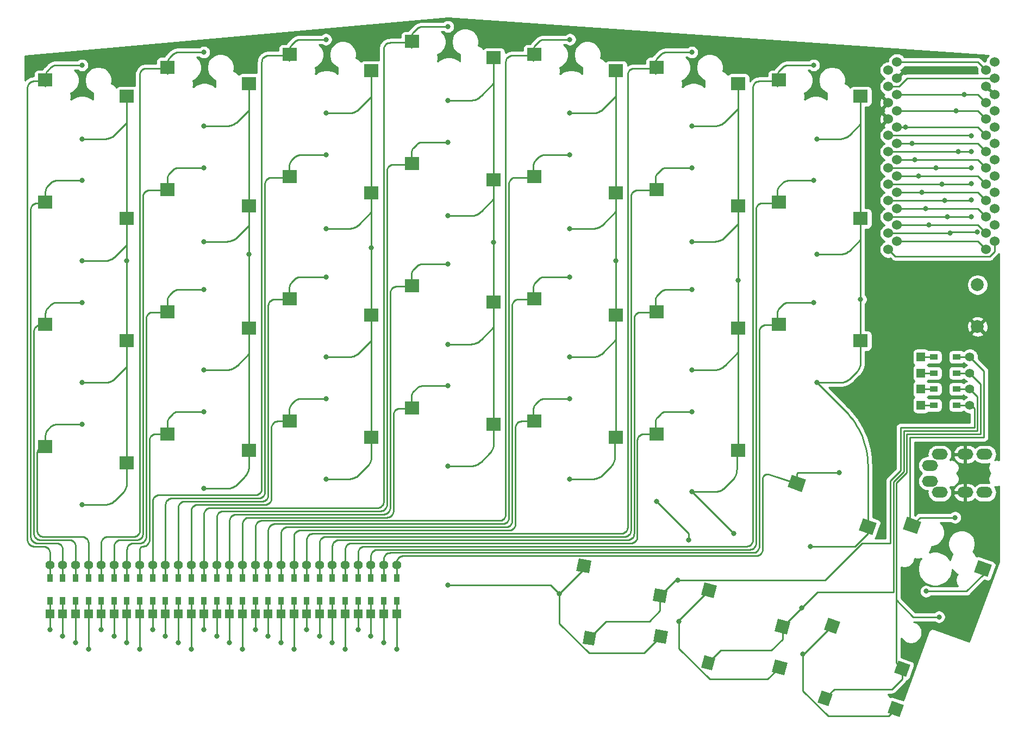
<source format=gtl>
%TF.GenerationSoftware,KiCad,Pcbnew,(5.1.6-0-10_14)*%
%TF.CreationDate,2020-07-06T11:25:28+02:00*%
%TF.ProjectId,splitkb,73706c69-746b-4622-9e6b-696361645f70,rev?*%
%TF.SameCoordinates,Original*%
%TF.FileFunction,Copper,L1,Top*%
%TF.FilePolarity,Positive*%
%FSLAX46Y46*%
G04 Gerber Fmt 4.6, Leading zero omitted, Abs format (unit mm)*
G04 Created by KiCad (PCBNEW (5.1.6-0-10_14)) date 2020-07-06 11:25:28*
%MOMM*%
%LPD*%
G01*
G04 APERTURE LIST*
%TA.AperFunction,SMDPad,CuDef*%
%ADD10R,2.300000X2.000000*%
%TD*%
%TA.AperFunction,SMDPad,CuDef*%
%ADD11C,0.100000*%
%TD*%
%TA.AperFunction,SMDPad,CuDef*%
%ADD12R,0.950000X1.300000*%
%TD*%
%TA.AperFunction,ComponentPad*%
%ADD13C,1.397000*%
%TD*%
%TA.AperFunction,ComponentPad*%
%ADD14R,1.397000X1.397000*%
%TD*%
%TA.AperFunction,SMDPad,CuDef*%
%ADD15R,1.300000X0.950000*%
%TD*%
%TA.AperFunction,ComponentPad*%
%ADD16C,2.000000*%
%TD*%
%TA.AperFunction,ComponentPad*%
%ADD17C,1.524000*%
%TD*%
%TA.AperFunction,ComponentPad*%
%ADD18O,2.500000X1.700000*%
%TD*%
%TA.AperFunction,ViaPad*%
%ADD19C,0.800000*%
%TD*%
%TA.AperFunction,Conductor*%
%ADD20C,0.254000*%
%TD*%
G04 APERTURE END LIST*
D10*
%TO.P,SW9,2*%
%TO.N,Net-(D9-Pad2)*%
X80400000Y-43830000D03*
%TO.P,SW9,1*%
%TO.N,col2*%
X93100000Y-46370000D03*
%TD*%
%TO.P,SW30,1*%
%TO.N,col6*%
X169300000Y-88470000D03*
%TO.P,SW30,2*%
%TO.N,Net-(D30-Pad2)*%
X156600000Y-85930000D03*
%TD*%
%TO.P,SW2,2*%
%TO.N,Net-(D2-Pad2)*%
X42300000Y-66880000D03*
%TO.P,SW2,1*%
%TO.N,col0*%
X55000000Y-69420000D03*
%TD*%
%TA.AperFunction,SMDPad,CuDef*%
D11*
%TO.P,SW17,1*%
%TO.N,col3*%
G36*
X127335665Y-122713587D02*
G01*
X126988369Y-124683203D01*
X125018753Y-124335907D01*
X125366049Y-122366291D01*
X127335665Y-122713587D01*
G37*
%TD.AperFunction*%
%TA.AperFunction,SMDPad,CuDef*%
%TO.P,SW17,2*%
%TO.N,Net-(D17-Pad2)*%
G36*
X139204696Y-127385601D02*
G01*
X138857400Y-129355217D01*
X136887784Y-129007921D01*
X137235080Y-127038305D01*
X139204696Y-127385601D01*
G37*
%TD.AperFunction*%
%TA.AperFunction,SMDPad,CuDef*%
G36*
X128087989Y-133995627D02*
G01*
X127740693Y-135965242D01*
X125968039Y-135652675D01*
X126315335Y-133683060D01*
X128087989Y-133995627D01*
G37*
%TD.AperFunction*%
%TA.AperFunction,SMDPad,CuDef*%
%TO.P,SW17,1*%
%TO.N,col3*%
G36*
X139302901Y-133739179D02*
G01*
X138955605Y-135708795D01*
X136985989Y-135361499D01*
X137333285Y-133391883D01*
X139302901Y-133739179D01*
G37*
%TD.AperFunction*%
%TD*%
D12*
%TO.P,D1,2*%
%TO.N,Net-(D1-Pad2)*%
X43000000Y-125450000D03*
D13*
X43000000Y-123415000D03*
D14*
%TO.P,D1,1*%
%TO.N,row0*%
X43000000Y-131035000D03*
D12*
X43000000Y-129000000D03*
%TD*%
%TO.P,D2,1*%
%TO.N,row1*%
X45000000Y-129000000D03*
D14*
X45000000Y-131035000D03*
D13*
%TO.P,D2,2*%
%TO.N,Net-(D2-Pad2)*%
X45000000Y-123415000D03*
D12*
X45000000Y-125450000D03*
%TD*%
%TO.P,D3,2*%
%TO.N,Net-(D3-Pad2)*%
X47000000Y-125450000D03*
D13*
X47000000Y-123415000D03*
D14*
%TO.P,D3,1*%
%TO.N,row2*%
X47000000Y-131035000D03*
D12*
X47000000Y-129000000D03*
%TD*%
%TO.P,D4,2*%
%TO.N,Net-(D4-Pad2)*%
X49000000Y-125450000D03*
D13*
X49000000Y-123415000D03*
D14*
%TO.P,D4,1*%
%TO.N,row3*%
X49000000Y-131035000D03*
D12*
X49000000Y-129000000D03*
%TD*%
%TO.P,D5,1*%
%TO.N,row0*%
X51000000Y-129000000D03*
D14*
X51000000Y-131035000D03*
D13*
%TO.P,D5,2*%
%TO.N,Net-(D5-Pad2)*%
X51000000Y-123415000D03*
D12*
X51000000Y-125450000D03*
%TD*%
%TO.P,D6,2*%
%TO.N,Net-(D6-Pad2)*%
X53000000Y-125450000D03*
D13*
X53000000Y-123415000D03*
D14*
%TO.P,D6,1*%
%TO.N,row1*%
X53000000Y-131035000D03*
D12*
X53000000Y-129000000D03*
%TD*%
%TO.P,D7,2*%
%TO.N,Net-(D7-Pad2)*%
X55000000Y-125450000D03*
D13*
X55000000Y-123415000D03*
D14*
%TO.P,D7,1*%
%TO.N,row2*%
X55000000Y-131035000D03*
D12*
X55000000Y-129000000D03*
%TD*%
%TO.P,D8,1*%
%TO.N,row3*%
X57000000Y-129000000D03*
D14*
X57000000Y-131035000D03*
D13*
%TO.P,D8,2*%
%TO.N,Net-(D8-Pad2)*%
X57000000Y-123415000D03*
D12*
X57000000Y-125450000D03*
%TD*%
%TO.P,D9,1*%
%TO.N,row0*%
X59000000Y-129000000D03*
D14*
X59000000Y-131035000D03*
D13*
%TO.P,D9,2*%
%TO.N,Net-(D9-Pad2)*%
X59000000Y-123415000D03*
D12*
X59000000Y-125450000D03*
%TD*%
%TO.P,D10,2*%
%TO.N,Net-(D10-Pad2)*%
X61000000Y-125450000D03*
D13*
X61000000Y-123415000D03*
D14*
%TO.P,D10,1*%
%TO.N,row1*%
X61000000Y-131035000D03*
D12*
X61000000Y-129000000D03*
%TD*%
%TO.P,D11,1*%
%TO.N,row2*%
X63000000Y-129000000D03*
D14*
X63000000Y-131035000D03*
D13*
%TO.P,D11,2*%
%TO.N,Net-(D11-Pad2)*%
X63000000Y-123415000D03*
D12*
X63000000Y-125450000D03*
%TD*%
%TO.P,D12,2*%
%TO.N,Net-(D12-Pad2)*%
X65000000Y-125450000D03*
D13*
X65000000Y-123415000D03*
D14*
%TO.P,D12,1*%
%TO.N,row3*%
X65000000Y-131035000D03*
D12*
X65000000Y-129000000D03*
%TD*%
%TO.P,D13,1*%
%TO.N,row0*%
X67000000Y-129000000D03*
D14*
X67000000Y-131035000D03*
D13*
%TO.P,D13,2*%
%TO.N,Net-(D13-Pad2)*%
X67000000Y-123415000D03*
D12*
X67000000Y-125450000D03*
%TD*%
%TO.P,D14,2*%
%TO.N,Net-(D14-Pad2)*%
X69000000Y-125450000D03*
D13*
X69000000Y-123415000D03*
D14*
%TO.P,D14,1*%
%TO.N,row1*%
X69000000Y-131035000D03*
D12*
X69000000Y-129000000D03*
%TD*%
%TO.P,D15,2*%
%TO.N,Net-(D15-Pad2)*%
X71000000Y-125450000D03*
D13*
X71000000Y-123415000D03*
D14*
%TO.P,D15,1*%
%TO.N,row2*%
X71000000Y-131035000D03*
D12*
X71000000Y-129000000D03*
%TD*%
%TO.P,D16,1*%
%TO.N,row3*%
X73000000Y-129000000D03*
D14*
X73000000Y-131035000D03*
D13*
%TO.P,D16,2*%
%TO.N,Net-(D16-Pad2)*%
X73000000Y-123415000D03*
D12*
X73000000Y-125450000D03*
%TD*%
D15*
%TO.P,D17,1*%
%TO.N,row4*%
X180725000Y-98500000D03*
D14*
X178690000Y-98500000D03*
D13*
%TO.P,D17,2*%
%TO.N,Net-(D17-Pad2)*%
X186310000Y-98500000D03*
D15*
X184275000Y-98500000D03*
%TD*%
D12*
%TO.P,D18,1*%
%TO.N,row0*%
X75000000Y-129000000D03*
D14*
X75000000Y-131035000D03*
D13*
%TO.P,D18,2*%
%TO.N,Net-(D18-Pad2)*%
X75000000Y-123415000D03*
D12*
X75000000Y-125450000D03*
%TD*%
%TO.P,D19,2*%
%TO.N,Net-(D19-Pad2)*%
X77000000Y-125450000D03*
D13*
X77000000Y-123415000D03*
D14*
%TO.P,D19,1*%
%TO.N,row1*%
X77000000Y-131035000D03*
D12*
X77000000Y-129000000D03*
%TD*%
%TO.P,D20,1*%
%TO.N,row2*%
X79000000Y-129000000D03*
D14*
X79000000Y-131035000D03*
D13*
%TO.P,D20,2*%
%TO.N,Net-(D20-Pad2)*%
X79000000Y-123415000D03*
D12*
X79000000Y-125450000D03*
%TD*%
%TO.P,D21,2*%
%TO.N,Net-(D21-Pad2)*%
X81000000Y-125450000D03*
D13*
X81000000Y-123415000D03*
D14*
%TO.P,D21,1*%
%TO.N,row3*%
X81000000Y-131035000D03*
D12*
X81000000Y-129000000D03*
%TD*%
D15*
%TO.P,D22,1*%
%TO.N,row4*%
X180725000Y-96000000D03*
D14*
X178690000Y-96000000D03*
D13*
%TO.P,D22,2*%
%TO.N,Net-(D22-Pad2)*%
X186310000Y-96000000D03*
D15*
X184275000Y-96000000D03*
%TD*%
D12*
%TO.P,D23,2*%
%TO.N,Net-(D23-Pad2)*%
X83000000Y-125450000D03*
D13*
X83000000Y-123415000D03*
D14*
%TO.P,D23,1*%
%TO.N,row0*%
X83000000Y-131035000D03*
D12*
X83000000Y-129000000D03*
%TD*%
%TO.P,D24,1*%
%TO.N,row1*%
X85000000Y-129000000D03*
D14*
X85000000Y-131035000D03*
D13*
%TO.P,D24,2*%
%TO.N,Net-(D24-Pad2)*%
X85000000Y-123415000D03*
D12*
X85000000Y-125450000D03*
%TD*%
%TO.P,D25,2*%
%TO.N,Net-(D25-Pad2)*%
X87000000Y-125450000D03*
D13*
X87000000Y-123415000D03*
D14*
%TO.P,D25,1*%
%TO.N,row2*%
X87000000Y-131035000D03*
D12*
X87000000Y-129000000D03*
%TD*%
%TO.P,D26,1*%
%TO.N,row3*%
X89000000Y-129000000D03*
D14*
X89000000Y-131035000D03*
D13*
%TO.P,D26,2*%
%TO.N,Net-(D26-Pad2)*%
X89000000Y-123415000D03*
D12*
X89000000Y-125450000D03*
%TD*%
D15*
%TO.P,D27,2*%
%TO.N,Net-(D27-Pad2)*%
X184275000Y-93500000D03*
D13*
X186310000Y-93500000D03*
D14*
%TO.P,D27,1*%
%TO.N,row4*%
X178690000Y-93500000D03*
D15*
X180725000Y-93500000D03*
%TD*%
D12*
%TO.P,D28,2*%
%TO.N,Net-(D28-Pad2)*%
X91000000Y-125450000D03*
D13*
X91000000Y-123415000D03*
D14*
%TO.P,D28,1*%
%TO.N,row0*%
X91000000Y-131035000D03*
D12*
X91000000Y-129000000D03*
%TD*%
%TO.P,D29,1*%
%TO.N,row1*%
X93000000Y-129000000D03*
D14*
X93000000Y-131035000D03*
D13*
%TO.P,D29,2*%
%TO.N,Net-(D29-Pad2)*%
X93000000Y-123415000D03*
D12*
X93000000Y-125450000D03*
%TD*%
%TO.P,D30,1*%
%TO.N,row2*%
X95000000Y-129000000D03*
D14*
X95000000Y-131035000D03*
D13*
%TO.P,D30,2*%
%TO.N,Net-(D30-Pad2)*%
X95000000Y-123415000D03*
D12*
X95000000Y-125450000D03*
%TD*%
%TO.P,D31,2*%
%TO.N,Net-(D31-Pad2)*%
X97000000Y-125450000D03*
D13*
X97000000Y-123415000D03*
D14*
%TO.P,D31,1*%
%TO.N,row3*%
X97000000Y-131035000D03*
D12*
X97000000Y-129000000D03*
%TD*%
D15*
%TO.P,D32,1*%
%TO.N,row4*%
X180725000Y-91000000D03*
D14*
X178690000Y-91000000D03*
D13*
%TO.P,D32,2*%
%TO.N,Net-(D32-Pad2)*%
X186310000Y-91000000D03*
D15*
X184275000Y-91000000D03*
%TD*%
D16*
%TO.P,K1,1*%
%TO.N,reset*%
X187500000Y-79750000D03*
%TO.P,K1,2*%
%TO.N,GND*%
X187500000Y-86250000D03*
%TD*%
%TA.AperFunction,SMDPad,CuDef*%
D11*
%TO.P,SW22,1*%
%TO.N,col4*%
G36*
X157891114Y-138663253D02*
G01*
X157373476Y-140595105D01*
X155441624Y-140077467D01*
X155959262Y-138145615D01*
X157891114Y-138663253D01*
G37*
%TD.AperFunction*%
%TA.AperFunction,SMDPad,CuDef*%
%TO.P,SW22,2*%
%TO.N,Net-(D22-Pad2)*%
G36*
X146696527Y-137941280D02*
G01*
X146178889Y-139873132D01*
X144440223Y-139407258D01*
X144957861Y-137475406D01*
X146696527Y-137941280D01*
G37*
%TD.AperFunction*%
%TA.AperFunction,SMDPad,CuDef*%
G36*
X158347034Y-132325293D02*
G01*
X157829396Y-134257145D01*
X155897544Y-133739507D01*
X156415182Y-131807655D01*
X158347034Y-132325293D01*
G37*
%TD.AperFunction*%
%TA.AperFunction,SMDPad,CuDef*%
%TO.P,SW22,1*%
%TO.N,col4*%
G36*
X146930361Y-126636603D02*
G01*
X146412723Y-128568455D01*
X144480871Y-128050817D01*
X144998509Y-126118965D01*
X146930361Y-126636603D01*
G37*
%TD.AperFunction*%
%TD*%
%TA.AperFunction,SMDPad,CuDef*%
%TO.P,SW27,1*%
%TO.N,col5*%
G36*
X166156897Y-132313377D02*
G01*
X165472856Y-134192762D01*
X163593471Y-133508721D01*
X164277512Y-131629336D01*
X166156897Y-132313377D01*
G37*
%TD.AperFunction*%
%TA.AperFunction,SMDPad,CuDef*%
%TO.P,SW27,2*%
%TO.N,Net-(D27-Pad2)*%
G36*
X177034323Y-138975448D02*
G01*
X176350282Y-140854833D01*
X174470897Y-140170792D01*
X175154938Y-138291407D01*
X177034323Y-138975448D01*
G37*
%TD.AperFunction*%
%TA.AperFunction,SMDPad,CuDef*%
G36*
X164938686Y-143554656D02*
G01*
X164254645Y-145434041D01*
X162563198Y-144818404D01*
X163247239Y-142939019D01*
X164938686Y-143554656D01*
G37*
%TD.AperFunction*%
%TA.AperFunction,SMDPad,CuDef*%
%TO.P,SW27,1*%
%TO.N,col5*%
G36*
X176027749Y-145249554D02*
G01*
X175343708Y-147128939D01*
X173464323Y-146444898D01*
X174148364Y-144565513D01*
X176027749Y-145249554D01*
G37*
%TD.AperFunction*%
%TD*%
D17*
%TO.P,U1,24*%
%TO.N,Net-(U1-Pad24)*%
X174936400Y-45022000D03*
%TO.P,U1,23*%
%TO.N,GND*%
X174936400Y-47562000D03*
%TO.P,U1,22*%
%TO.N,reset*%
X174936400Y-50102000D03*
%TO.P,U1,21*%
%TO.N,VCC*%
X174936400Y-52642000D03*
%TO.P,U1,20*%
%TO.N,col0*%
X174936400Y-55182000D03*
%TO.P,U1,19*%
%TO.N,col1*%
X174936400Y-57722000D03*
%TO.P,U1,18*%
%TO.N,col2*%
X174936400Y-60262000D03*
%TO.P,U1,17*%
%TO.N,col3*%
X174936400Y-62802000D03*
%TO.P,U1,16*%
%TO.N,col4*%
X174936400Y-65342000D03*
%TO.P,U1,15*%
%TO.N,col5*%
X174936400Y-67882000D03*
%TO.P,U1,14*%
%TO.N,col6*%
X174936400Y-70422000D03*
%TO.P,U1,13*%
%TO.N,Net-(U1-Pad13)*%
X174936400Y-72962000D03*
%TO.P,U1,12*%
%TO.N,Net-(U1-Pad12)*%
X190156400Y-72962000D03*
%TO.P,U1,11*%
%TO.N,row4*%
X190156400Y-70422000D03*
%TO.P,U1,10*%
%TO.N,row3*%
X190156400Y-67882000D03*
%TO.P,U1,9*%
%TO.N,row2*%
X190156400Y-65342000D03*
%TO.P,U1,8*%
%TO.N,row1*%
X190156400Y-62802000D03*
%TO.P,U1,7*%
%TO.N,row0*%
X190156400Y-60262000D03*
%TO.P,U1,6*%
%TO.N,data*%
X190156400Y-57722000D03*
%TO.P,U1,5*%
%TO.N,Net-(U1-Pad5)*%
X190156400Y-55182000D03*
%TO.P,U1,4*%
%TO.N,GND*%
X190156400Y-52642000D03*
%TO.P,U1,3*%
X190156400Y-50102000D03*
%TO.P,U1,2*%
%TO.N,Net-(U1-Pad2)*%
X190156400Y-47562000D03*
%TO.P,U1,1*%
%TO.N,Net-(U1-Pad1)*%
X190156400Y-45022000D03*
X173610000Y-46292000D03*
%TO.P,U1,2*%
%TO.N,Net-(U1-Pad2)*%
X173610000Y-48832000D03*
%TO.P,U1,3*%
%TO.N,GND*%
X173610000Y-51372000D03*
%TO.P,U1,4*%
X173610000Y-53912000D03*
%TO.P,U1,5*%
%TO.N,Net-(U1-Pad5)*%
X173610000Y-56452000D03*
%TO.P,U1,6*%
%TO.N,data*%
X173610000Y-58992000D03*
%TO.P,U1,7*%
%TO.N,row0*%
X173610000Y-61532000D03*
%TO.P,U1,8*%
%TO.N,row1*%
X173610000Y-64072000D03*
%TO.P,U1,9*%
%TO.N,row2*%
X173610000Y-66612000D03*
%TO.P,U1,10*%
%TO.N,row3*%
X173610000Y-69152000D03*
%TO.P,U1,11*%
%TO.N,row4*%
X173610000Y-71692000D03*
%TO.P,U1,12*%
%TO.N,Net-(U1-Pad12)*%
X173610000Y-74232000D03*
%TO.P,U1,13*%
%TO.N,Net-(U1-Pad13)*%
X188850000Y-74232000D03*
%TO.P,U1,14*%
%TO.N,col6*%
X188850000Y-71692000D03*
%TO.P,U1,15*%
%TO.N,col5*%
X188850000Y-69152000D03*
%TO.P,U1,16*%
%TO.N,col4*%
X188850000Y-66612000D03*
%TO.P,U1,17*%
%TO.N,col3*%
X188850000Y-64072000D03*
%TO.P,U1,18*%
%TO.N,col2*%
X188850000Y-61532000D03*
%TO.P,U1,19*%
%TO.N,col1*%
X188850000Y-58992000D03*
%TO.P,U1,20*%
%TO.N,col0*%
X188850000Y-56452000D03*
%TO.P,U1,21*%
%TO.N,VCC*%
X188850000Y-53912000D03*
%TO.P,U1,22*%
%TO.N,reset*%
X188850000Y-51372000D03*
%TO.P,U1,23*%
%TO.N,GND*%
X188850000Y-48832000D03*
%TO.P,U1,24*%
%TO.N,Net-(U1-Pad24)*%
X188850000Y-46292000D03*
%TD*%
D18*
%TO.P,J1,D*%
%TO.N,VCC*%
X181600000Y-106150000D03*
%TO.P,J1,A*%
%TO.N,Net-(J1-PadA)*%
X180100000Y-110350000D03*
%TO.P,J1,B*%
%TO.N,data*%
X188600000Y-106150000D03*
%TO.P,J1,C*%
%TO.N,GND*%
X185600000Y-106150000D03*
%TO.P,J1,B*%
%TO.N,data*%
X188600000Y-112100000D03*
%TO.P,J1,C*%
%TO.N,GND*%
X185600000Y-112100000D03*
%TO.P,J1,D*%
%TO.N,VCC*%
X181600000Y-112100000D03*
%TO.P,J1,A*%
%TO.N,Net-(J1-PadA)*%
X180100000Y-107900000D03*
%TD*%
D10*
%TO.P,SW1,2*%
%TO.N,Net-(D1-Pad2)*%
X42300000Y-47830000D03*
%TO.P,SW1,1*%
%TO.N,col0*%
X55000000Y-50370000D03*
%TD*%
%TO.P,SW3,2*%
%TO.N,Net-(D3-Pad2)*%
X42300000Y-85930000D03*
%TO.P,SW3,1*%
%TO.N,col0*%
X55000000Y-88470000D03*
%TD*%
%TO.P,SW4,1*%
%TO.N,col0*%
X55000000Y-107520000D03*
%TO.P,SW4,2*%
%TO.N,Net-(D4-Pad2)*%
X42300000Y-104980000D03*
%TD*%
%TO.P,SW5,1*%
%TO.N,col1*%
X74050000Y-48370000D03*
%TO.P,SW5,2*%
%TO.N,Net-(D5-Pad2)*%
X61350000Y-45830000D03*
%TD*%
%TO.P,SW6,1*%
%TO.N,col1*%
X74050000Y-67420000D03*
%TO.P,SW6,2*%
%TO.N,Net-(D6-Pad2)*%
X61350000Y-64880000D03*
%TD*%
%TO.P,SW7,2*%
%TO.N,Net-(D7-Pad2)*%
X61350000Y-83930000D03*
%TO.P,SW7,1*%
%TO.N,col1*%
X74050000Y-86470000D03*
%TD*%
%TO.P,SW8,2*%
%TO.N,Net-(D8-Pad2)*%
X61350000Y-102980000D03*
%TO.P,SW8,1*%
%TO.N,col1*%
X74050000Y-105520000D03*
%TD*%
%TO.P,SW10,2*%
%TO.N,Net-(D10-Pad2)*%
X80400000Y-62880000D03*
%TO.P,SW10,1*%
%TO.N,col2*%
X93100000Y-65420000D03*
%TD*%
%TO.P,SW11,1*%
%TO.N,col2*%
X93100000Y-84470000D03*
%TO.P,SW11,2*%
%TO.N,Net-(D11-Pad2)*%
X80400000Y-81930000D03*
%TD*%
%TO.P,SW12,1*%
%TO.N,col2*%
X93100000Y-103520000D03*
%TO.P,SW12,2*%
%TO.N,Net-(D12-Pad2)*%
X80400000Y-100980000D03*
%TD*%
%TO.P,SW13,1*%
%TO.N,col3*%
X112150000Y-44370000D03*
%TO.P,SW13,2*%
%TO.N,Net-(D13-Pad2)*%
X99450000Y-41830000D03*
%TD*%
%TO.P,SW14,1*%
%TO.N,col3*%
X112150000Y-63420000D03*
%TO.P,SW14,2*%
%TO.N,Net-(D14-Pad2)*%
X99450000Y-60880000D03*
%TD*%
%TO.P,SW15,1*%
%TO.N,col3*%
X112150000Y-82470000D03*
%TO.P,SW15,2*%
%TO.N,Net-(D15-Pad2)*%
X99450000Y-79930000D03*
%TD*%
%TO.P,SW16,1*%
%TO.N,col3*%
X112150000Y-101520000D03*
%TO.P,SW16,2*%
%TO.N,Net-(D16-Pad2)*%
X99450000Y-98980000D03*
%TD*%
%TO.P,SW18,2*%
%TO.N,Net-(D18-Pad2)*%
X118500000Y-43830000D03*
%TO.P,SW18,1*%
%TO.N,col4*%
X131200000Y-46370000D03*
%TD*%
%TO.P,SW19,1*%
%TO.N,col4*%
X131200000Y-65420000D03*
%TO.P,SW19,2*%
%TO.N,Net-(D19-Pad2)*%
X118500000Y-62880000D03*
%TD*%
%TO.P,SW20,2*%
%TO.N,Net-(D20-Pad2)*%
X118500000Y-81930000D03*
%TO.P,SW20,1*%
%TO.N,col4*%
X131200000Y-84470000D03*
%TD*%
%TO.P,SW21,1*%
%TO.N,col4*%
X131200000Y-103520000D03*
%TO.P,SW21,2*%
%TO.N,Net-(D21-Pad2)*%
X118500000Y-100980000D03*
%TD*%
%TO.P,SW23,2*%
%TO.N,Net-(D23-Pad2)*%
X137550000Y-45830000D03*
%TO.P,SW23,1*%
%TO.N,col5*%
X150250000Y-48370000D03*
%TD*%
%TO.P,SW24,2*%
%TO.N,Net-(D24-Pad2)*%
X137550000Y-64880000D03*
%TO.P,SW24,1*%
%TO.N,col5*%
X150250000Y-67420000D03*
%TD*%
%TO.P,SW25,2*%
%TO.N,Net-(D25-Pad2)*%
X137550000Y-83930000D03*
%TO.P,SW25,1*%
%TO.N,col5*%
X150250000Y-86470000D03*
%TD*%
%TO.P,SW26,2*%
%TO.N,Net-(D26-Pad2)*%
X137550000Y-102980000D03*
%TO.P,SW26,1*%
%TO.N,col5*%
X150250000Y-105520000D03*
%TD*%
%TO.P,SW28,2*%
%TO.N,Net-(D28-Pad2)*%
X156600000Y-47830000D03*
%TO.P,SW28,1*%
%TO.N,col6*%
X169300000Y-50370000D03*
%TD*%
%TO.P,SW29,1*%
%TO.N,col6*%
X169300000Y-69420000D03*
%TO.P,SW29,2*%
%TO.N,Net-(D29-Pad2)*%
X156600000Y-66880000D03*
%TD*%
%TA.AperFunction,SMDPad,CuDef*%
D11*
%TO.P,SW31,1*%
%TO.N,col6*%
G36*
X171832927Y-116873365D02*
G01*
X171148886Y-118752750D01*
X168987593Y-117966103D01*
X169671634Y-116086718D01*
X171832927Y-116873365D01*
G37*
%TD.AperFunction*%
%TA.AperFunction,SMDPad,CuDef*%
%TO.P,SW31,2*%
%TO.N,Net-(D31-Pad2)*%
G36*
X160767562Y-110142890D02*
G01*
X160083521Y-112022275D01*
X157922228Y-111235628D01*
X158606269Y-109356243D01*
X160767562Y-110142890D01*
G37*
%TD.AperFunction*%
%TD*%
%TA.AperFunction,SMDPad,CuDef*%
%TO.P,SW32,1*%
%TO.N,col6*%
G36*
X189782927Y-123423365D02*
G01*
X189098886Y-125302750D01*
X186937593Y-124516103D01*
X187621634Y-122636718D01*
X189782927Y-123423365D01*
G37*
%TD.AperFunction*%
%TA.AperFunction,SMDPad,CuDef*%
%TO.P,SW32,2*%
%TO.N,Net-(D32-Pad2)*%
G36*
X178717562Y-116692890D02*
G01*
X178033521Y-118572275D01*
X175872228Y-117785628D01*
X176556269Y-115906243D01*
X178717562Y-116692890D01*
G37*
%TD.AperFunction*%
%TD*%
D19*
%TO.N,Net-(D1-Pad2)*%
X48000000Y-45500000D03*
%TO.N,row0*%
X43000000Y-133500000D03*
X51000000Y-133500000D03*
X59000000Y-133500000D03*
X91000000Y-133500000D03*
X83000000Y-133500000D03*
X75000000Y-133500000D03*
X67000000Y-133500000D03*
X186500000Y-61500000D03*
X181032000Y-61532000D03*
%TO.N,Net-(D2-Pad2)*%
X48000000Y-63500000D03*
%TO.N,row1*%
X45000000Y-134500000D03*
X53000000Y-134500000D03*
X61000000Y-134500000D03*
X93000000Y-134500000D03*
X85000000Y-134500000D03*
X77000000Y-134500000D03*
X69000000Y-134500000D03*
X186500000Y-64000000D03*
X181928000Y-64072000D03*
%TO.N,Net-(D3-Pad2)*%
X48000000Y-82500000D03*
%TO.N,row2*%
X47000000Y-135500000D03*
X55000000Y-135500000D03*
X95000000Y-135500000D03*
X87000000Y-135500000D03*
X79000000Y-135500000D03*
X71000000Y-135500000D03*
X63000000Y-135500000D03*
X186500000Y-66500000D03*
X182388000Y-66612000D03*
%TO.N,Net-(D4-Pad2)*%
X48000000Y-101500000D03*
%TO.N,row3*%
X49000000Y-136500000D03*
X57000000Y-136500000D03*
X97000000Y-136500000D03*
X89000000Y-136500000D03*
X81000000Y-136500000D03*
X73000000Y-136500000D03*
X65000000Y-136500000D03*
X182848000Y-69152000D03*
X186500000Y-69152000D03*
%TO.N,row4*%
X187500000Y-71500000D03*
X183272990Y-71692000D03*
%TO.N,Net-(D6-Pad2)*%
X67000000Y-61500000D03*
%TO.N,Net-(D7-Pad2)*%
X67000000Y-80500000D03*
%TO.N,Net-(D8-Pad2)*%
X67000000Y-99500000D03*
%TO.N,Net-(D9-Pad2)*%
X86000000Y-41500000D03*
%TO.N,Net-(D11-Pad2)*%
X86000000Y-78500000D03*
%TO.N,Net-(D12-Pad2)*%
X86000000Y-97500000D03*
%TO.N,Net-(D13-Pad2)*%
X105000000Y-39500000D03*
%TO.N,Net-(D14-Pad2)*%
X105000000Y-57500000D03*
%TO.N,Net-(D16-Pad2)*%
X105000000Y-95500000D03*
%TO.N,Net-(D17-Pad2)*%
X140791955Y-125791955D03*
%TO.N,Net-(D18-Pad2)*%
X124000000Y-41500000D03*
%TO.N,Net-(D19-Pad2)*%
X124000000Y-59500000D03*
%TO.N,Net-(D21-Pad2)*%
X124000000Y-97500000D03*
%TO.N,Net-(D22-Pad2)*%
X160077344Y-130077344D03*
%TO.N,Net-(D23-Pad2)*%
X143000000Y-43500000D03*
%TO.N,Net-(D24-Pad2)*%
X143000000Y-61500000D03*
%TO.N,Net-(D25-Pad2)*%
X143000000Y-80500000D03*
%TO.N,Net-(D26-Pad2)*%
X143000000Y-99500000D03*
%TO.N,Net-(D27-Pad2)*%
X181500000Y-131500000D03*
%TO.N,Net-(D28-Pad2)*%
X162000000Y-45500000D03*
%TO.N,Net-(D29-Pad2)*%
X162000000Y-63500000D03*
%TO.N,Net-(D30-Pad2)*%
X162000000Y-82500000D03*
%TO.N,Net-(D31-Pad2)*%
X166000000Y-109000000D03*
%TO.N,Net-(D32-Pad2)*%
X184000000Y-116000000D03*
%TO.N,data*%
X186500000Y-59000000D03*
X184500000Y-59000000D03*
%TO.N,col0*%
X48000000Y-114000000D03*
X48000000Y-95000000D03*
X48000000Y-76000000D03*
X55000000Y-76000000D03*
X48000000Y-57000000D03*
X176318000Y-55182000D03*
%TO.N,col1*%
X67000000Y-111500000D03*
X67000000Y-93000000D03*
X67000000Y-73000000D03*
X67000000Y-55000000D03*
X74050000Y-75000000D03*
X177278000Y-57722000D03*
%TO.N,col2*%
X86000000Y-110000000D03*
X86000000Y-91000000D03*
X86000000Y-71000000D03*
X86000000Y-53000000D03*
X93100000Y-74000000D03*
X177762000Y-60262000D03*
%TO.N,col3*%
X105000000Y-108000000D03*
X105000000Y-89000000D03*
X105000000Y-69000000D03*
X105000000Y-51000000D03*
X112150000Y-73150000D03*
X178302000Y-62802000D03*
X122378155Y-127878155D03*
X105000000Y-126500000D03*
%TO.N,col4*%
X124000000Y-110000000D03*
X124000000Y-91000000D03*
X124000000Y-71000000D03*
X124000000Y-53000000D03*
X131200000Y-76000000D03*
X178842000Y-65342000D03*
X141018370Y-132234839D03*
X137500000Y-113500000D03*
X142500000Y-119500000D03*
%TO.N,col5*%
X143000000Y-112000000D03*
X143000000Y-93000000D03*
X143000000Y-73000000D03*
X143000000Y-55000000D03*
X150250000Y-79000000D03*
X179382000Y-67882000D03*
X160319047Y-137319047D03*
X149500000Y-118500000D03*
%TO.N,col6*%
X162500000Y-95000000D03*
X162500000Y-75000000D03*
X162500000Y-57000000D03*
X169300000Y-82000000D03*
X179922000Y-70422000D03*
X161500000Y-120500000D03*
X179500000Y-127500000D03*
%TO.N,Net-(D5-Pad2)*%
X67000000Y-43500000D03*
%TO.N,Net-(D10-Pad2)*%
X86000000Y-59500000D03*
%TO.N,Net-(D15-Pad2)*%
X105000000Y-76500000D03*
%TO.N,Net-(D20-Pad2)*%
X124000000Y-78500000D03*
%TO.N,VCC*%
X184142000Y-52642000D03*
%TO.N,reset*%
X185398000Y-50102000D03*
%TO.N,Net-(U1-Pad5)*%
X186500000Y-56500000D03*
%TD*%
D20*
%TO.N,Net-(D1-Pad2)*%
X43000000Y-123415000D02*
X43000000Y-125450000D01*
X42130000Y-48000000D02*
X42300000Y-47830000D01*
X42653553Y-46346446D02*
X43146446Y-45853553D01*
X42612699Y-46389355D02*
X42653553Y-46346446D01*
X42574000Y-46434218D02*
X42612699Y-46389355D01*
X42537548Y-46480926D02*
X42574000Y-46434218D01*
X42503433Y-46529366D02*
X42537548Y-46480926D01*
X42471736Y-46579422D02*
X42503433Y-46529366D01*
X42442533Y-46630973D02*
X42471736Y-46579422D01*
X42415894Y-46683894D02*
X42442533Y-46630973D01*
X42391885Y-46738059D02*
X42415894Y-46683894D01*
X42370562Y-46793337D02*
X42391885Y-46738059D01*
X42351977Y-46849595D02*
X42370562Y-46793337D01*
X42336175Y-46906696D02*
X42351977Y-46849595D01*
X42323193Y-46964504D02*
X42336175Y-46906696D01*
X42313064Y-47022880D02*
X42323193Y-46964504D01*
X42305812Y-47081682D02*
X42313064Y-47022880D01*
X42301453Y-47140770D02*
X42305812Y-47081682D01*
X42300000Y-47200000D02*
X42301453Y-47140770D01*
X42300000Y-47200000D02*
X42300000Y-48830000D01*
X44000000Y-45500000D02*
X48000000Y-45500000D01*
X43940770Y-45501453D02*
X44000000Y-45500000D01*
X43881682Y-45505812D02*
X43940770Y-45501453D01*
X43822880Y-45513064D02*
X43881682Y-45505812D01*
X43764504Y-45523193D02*
X43822880Y-45513064D01*
X43706696Y-45536175D02*
X43764504Y-45523193D01*
X43649595Y-45551977D02*
X43706696Y-45536175D01*
X43593337Y-45570562D02*
X43649595Y-45551977D01*
X43538059Y-45591885D02*
X43593337Y-45570562D01*
X43483894Y-45615894D02*
X43538059Y-45591885D01*
X43430973Y-45642533D02*
X43483894Y-45615894D01*
X43379422Y-45671736D02*
X43430973Y-45642533D01*
X43329366Y-45703433D02*
X43379422Y-45671736D01*
X43280926Y-45737548D02*
X43329366Y-45703433D01*
X43234218Y-45774000D02*
X43280926Y-45737548D01*
X43189355Y-45812699D02*
X43234218Y-45774000D01*
X43146446Y-45853553D02*
X43189355Y-45812699D01*
X43000000Y-121500000D02*
X43000000Y-123415000D01*
X43000000Y-121500000D02*
X42995184Y-121401982D01*
X42995184Y-121401982D02*
X42980785Y-121304909D01*
X42980785Y-121304909D02*
X42956940Y-121209715D01*
X42956940Y-121209715D02*
X42923879Y-121117316D01*
X42923879Y-121117316D02*
X42881921Y-121028603D01*
X42881921Y-121028603D02*
X42831469Y-120944429D01*
X42831469Y-120944429D02*
X42773010Y-120865606D01*
X42773010Y-120865606D02*
X42707106Y-120792893D01*
X42707106Y-120792893D02*
X42634393Y-120726989D01*
X42634393Y-120726989D02*
X42555570Y-120668530D01*
X42555570Y-120668530D02*
X42471396Y-120618078D01*
X42471396Y-120618078D02*
X42382683Y-120576120D01*
X42382683Y-120576120D02*
X42290284Y-120543059D01*
X42290284Y-120543059D02*
X42195090Y-120519214D01*
X42195090Y-120519214D02*
X42098017Y-120504815D01*
X42098017Y-120504815D02*
X42000000Y-120500000D01*
X39500000Y-119500000D02*
X39504815Y-119598017D01*
X39504815Y-119598017D02*
X39519214Y-119695090D01*
X39519214Y-119695090D02*
X39543059Y-119790284D01*
X39543059Y-119790284D02*
X39576120Y-119882683D01*
X39576120Y-119882683D02*
X39618078Y-119971396D01*
X39618078Y-119971396D02*
X39668530Y-120055570D01*
X39668530Y-120055570D02*
X39726989Y-120134393D01*
X39726989Y-120134393D02*
X39792893Y-120207106D01*
X39792893Y-120207106D02*
X39865606Y-120273010D01*
X39865606Y-120273010D02*
X39944429Y-120331469D01*
X39944429Y-120331469D02*
X40028603Y-120381921D01*
X40028603Y-120381921D02*
X40117316Y-120423879D01*
X40117316Y-120423879D02*
X40209715Y-120456940D01*
X40209715Y-120456940D02*
X40304909Y-120480785D01*
X40304909Y-120480785D02*
X40401982Y-120495184D01*
X40401982Y-120495184D02*
X40500000Y-120500000D01*
X40500000Y-120500000D02*
X42000000Y-120500000D01*
X40500000Y-48000000D02*
X42130000Y-48000000D01*
X40500000Y-48000000D02*
X40401982Y-48004815D01*
X40401982Y-48004815D02*
X40304909Y-48019214D01*
X40304909Y-48019214D02*
X40209715Y-48043059D01*
X40209715Y-48043059D02*
X40117316Y-48076120D01*
X40117316Y-48076120D02*
X40028603Y-48118078D01*
X40028603Y-48118078D02*
X39944429Y-48168530D01*
X39944429Y-48168530D02*
X39865606Y-48226989D01*
X39865606Y-48226989D02*
X39792893Y-48292893D01*
X39792893Y-48292893D02*
X39726989Y-48365606D01*
X39726989Y-48365606D02*
X39668530Y-48444429D01*
X39668530Y-48444429D02*
X39618078Y-48528603D01*
X39618078Y-48528603D02*
X39576120Y-48617316D01*
X39576120Y-48617316D02*
X39543059Y-48709715D01*
X39543059Y-48709715D02*
X39519214Y-48804909D01*
X39519214Y-48804909D02*
X39504815Y-48901982D01*
X39504815Y-48901982D02*
X39500000Y-49000000D01*
X39500000Y-49000000D02*
X39500000Y-119500000D01*
%TO.N,row0*%
X59000000Y-131035000D02*
X59000000Y-129000000D01*
X91000000Y-129000000D02*
X91000000Y-131035000D01*
X83000000Y-129000000D02*
X83000000Y-131035000D01*
X75000000Y-129000000D02*
X75000000Y-131035000D01*
X67000000Y-129000000D02*
X67000000Y-131035000D01*
X51000000Y-129000000D02*
X51000000Y-131035000D01*
X43000000Y-129000000D02*
X43000000Y-131035000D01*
X91000000Y-131035000D02*
X91000000Y-133500000D01*
X83000000Y-131035000D02*
X83000000Y-133500000D01*
X75000000Y-131035000D02*
X75000000Y-133500000D01*
X67000000Y-131035000D02*
X67000000Y-133500000D01*
X59000000Y-131035000D02*
X59000000Y-133500000D01*
X51000000Y-131035000D02*
X51000000Y-133500000D01*
X43000000Y-131035000D02*
X43000000Y-133500000D01*
X181032000Y-61532000D02*
X186468000Y-61532000D01*
X186468000Y-61532000D02*
X186500000Y-61500000D01*
X173610000Y-61532000D02*
X181032000Y-61532000D01*
%TO.N,Net-(D2-Pad2)*%
X42305812Y-65081682D02*
X42313064Y-65022880D01*
X42300000Y-65200000D02*
X42300000Y-66830000D01*
X42313064Y-65022880D02*
X42323193Y-64964504D01*
X42351977Y-64849595D02*
X42370562Y-64793337D01*
X42370562Y-64793337D02*
X42391885Y-64738059D01*
X42391885Y-64738059D02*
X42415894Y-64683894D01*
X42415894Y-64683894D02*
X42442533Y-64630973D01*
X42301453Y-65140770D02*
X42305812Y-65081682D01*
X42323193Y-64964504D02*
X42336175Y-64906696D01*
X42336175Y-64906696D02*
X42351977Y-64849595D01*
X42442533Y-64630973D02*
X42471736Y-64579422D01*
X42503433Y-64529366D02*
X42537548Y-64480926D01*
X42471736Y-64579422D02*
X42503433Y-64529366D01*
X42300000Y-65200000D02*
X42301453Y-65140770D01*
X42612699Y-64389355D02*
X42653553Y-64346446D01*
X42537548Y-64480926D02*
X42574000Y-64434218D01*
X42574000Y-64434218D02*
X42612699Y-64389355D01*
X42653553Y-64346446D02*
X43146446Y-63853553D01*
X43280926Y-63737548D02*
X43329366Y-63703433D01*
X43538059Y-63591885D02*
X43593337Y-63570562D01*
X43593337Y-63570562D02*
X43649595Y-63551977D01*
X43146446Y-63853553D02*
X43189355Y-63812699D01*
X43430973Y-63642533D02*
X43483894Y-63615894D01*
X43764504Y-63523193D02*
X43822880Y-63513064D01*
X43881682Y-63505812D02*
X43940770Y-63501453D01*
X44000000Y-63500000D02*
X48000000Y-63500000D01*
X43329366Y-63703433D02*
X43379422Y-63671736D01*
X43483894Y-63615894D02*
X43538059Y-63591885D01*
X43649595Y-63551977D02*
X43706696Y-63536175D01*
X43234218Y-63774000D02*
X43280926Y-63737548D01*
X43379422Y-63671736D02*
X43430973Y-63642533D01*
X43189355Y-63812699D02*
X43234218Y-63774000D01*
X43822880Y-63513064D02*
X43881682Y-63505812D01*
X43940770Y-63501453D02*
X44000000Y-63500000D01*
X43706696Y-63536175D02*
X43764504Y-63523193D01*
X45000000Y-123415000D02*
X45000000Y-125450000D01*
X42180000Y-67000000D02*
X42300000Y-66880000D01*
X41000000Y-120000000D02*
X40901982Y-119995184D01*
X40901982Y-119995184D02*
X40804909Y-119980785D01*
X40804909Y-119980785D02*
X40709715Y-119956940D01*
X40709715Y-119956940D02*
X40617316Y-119923879D01*
X40617316Y-119923879D02*
X40528603Y-119881921D01*
X40528603Y-119881921D02*
X40444429Y-119831469D01*
X40444429Y-119831469D02*
X40365606Y-119773010D01*
X40365606Y-119773010D02*
X40292893Y-119707106D01*
X40292893Y-119707106D02*
X40226989Y-119634393D01*
X40226989Y-119634393D02*
X40168530Y-119555570D01*
X40168530Y-119555570D02*
X40118078Y-119471396D01*
X40118078Y-119471396D02*
X40076120Y-119382683D01*
X40076120Y-119382683D02*
X40043059Y-119290284D01*
X40043059Y-119290284D02*
X40019214Y-119195090D01*
X40019214Y-119195090D02*
X40004815Y-119098017D01*
X40004815Y-119098017D02*
X40000000Y-119000000D01*
X45000000Y-121000000D02*
X45000000Y-123415000D01*
X45000000Y-121000000D02*
X44995184Y-120901982D01*
X44995184Y-120901982D02*
X44980785Y-120804909D01*
X44980785Y-120804909D02*
X44956940Y-120709715D01*
X44956940Y-120709715D02*
X44923879Y-120617316D01*
X44923879Y-120617316D02*
X44881921Y-120528603D01*
X44881921Y-120528603D02*
X44831469Y-120444429D01*
X44831469Y-120444429D02*
X44773010Y-120365606D01*
X44773010Y-120365606D02*
X44707106Y-120292893D01*
X44707106Y-120292893D02*
X44634393Y-120226989D01*
X44634393Y-120226989D02*
X44555570Y-120168530D01*
X44555570Y-120168530D02*
X44471396Y-120118078D01*
X44471396Y-120118078D02*
X44382683Y-120076120D01*
X44382683Y-120076120D02*
X44290284Y-120043059D01*
X44290284Y-120043059D02*
X44195090Y-120019214D01*
X44195090Y-120019214D02*
X44098017Y-120004815D01*
X44098017Y-120004815D02*
X44000000Y-120000000D01*
X44000000Y-120000000D02*
X41000000Y-120000000D01*
X41000000Y-67000000D02*
X42180000Y-67000000D01*
X41000000Y-67000000D02*
X40901982Y-67004815D01*
X40901982Y-67004815D02*
X40804909Y-67019214D01*
X40804909Y-67019214D02*
X40709715Y-67043059D01*
X40709715Y-67043059D02*
X40617316Y-67076120D01*
X40617316Y-67076120D02*
X40528603Y-67118078D01*
X40528603Y-67118078D02*
X40444429Y-67168530D01*
X40444429Y-67168530D02*
X40365606Y-67226989D01*
X40365606Y-67226989D02*
X40292893Y-67292893D01*
X40292893Y-67292893D02*
X40226989Y-67365606D01*
X40226989Y-67365606D02*
X40168530Y-67444429D01*
X40168530Y-67444429D02*
X40118078Y-67528603D01*
X40118078Y-67528603D02*
X40076120Y-67617316D01*
X40076120Y-67617316D02*
X40043059Y-67709715D01*
X40043059Y-67709715D02*
X40019214Y-67804909D01*
X40019214Y-67804909D02*
X40004815Y-67901982D01*
X40004815Y-67901982D02*
X40000000Y-68000000D01*
X40000000Y-68000000D02*
X40000000Y-119000000D01*
%TO.N,row1*%
X93000000Y-129000000D02*
X93000000Y-131035000D01*
X85000000Y-129000000D02*
X85000000Y-131035000D01*
X77000000Y-129000000D02*
X77000000Y-131035000D01*
X69000000Y-129000000D02*
X69000000Y-131035000D01*
X61000000Y-129000000D02*
X61000000Y-131035000D01*
X53000000Y-129000000D02*
X53000000Y-131035000D01*
X45000000Y-129000000D02*
X45000000Y-131035000D01*
X93000000Y-131035000D02*
X93000000Y-134500000D01*
X85000000Y-131035000D02*
X85000000Y-134500000D01*
X77000000Y-131035000D02*
X77000000Y-134500000D01*
X69000000Y-131035000D02*
X69000000Y-134500000D01*
X61000000Y-131035000D02*
X61000000Y-134500000D01*
X53000000Y-131035000D02*
X53000000Y-134500000D01*
X45000000Y-131035000D02*
X45000000Y-134500000D01*
X173610000Y-64072000D02*
X181928000Y-64072000D01*
X186428000Y-64072000D02*
X186500000Y-64000000D01*
X181928000Y-64072000D02*
X186428000Y-64072000D01*
%TO.N,Net-(D3-Pad2)*%
X42305812Y-84081682D02*
X42313064Y-84022880D01*
X42300000Y-84200000D02*
X42300000Y-85830000D01*
X42313064Y-84022880D02*
X42323193Y-83964504D01*
X42351977Y-83849595D02*
X42370562Y-83793337D01*
X42370562Y-83793337D02*
X42391885Y-83738059D01*
X42391885Y-83738059D02*
X42415894Y-83683894D01*
X42415894Y-83683894D02*
X42442533Y-83630973D01*
X42301453Y-84140770D02*
X42305812Y-84081682D01*
X42323193Y-83964504D02*
X42336175Y-83906696D01*
X42336175Y-83906696D02*
X42351977Y-83849595D01*
X42442533Y-83630973D02*
X42471736Y-83579422D01*
X42503433Y-83529366D02*
X42537548Y-83480926D01*
X42471736Y-83579422D02*
X42503433Y-83529366D01*
X42300000Y-84200000D02*
X42301453Y-84140770D01*
X42612699Y-83389355D02*
X42653553Y-83346446D01*
X42537548Y-83480926D02*
X42574000Y-83434218D01*
X42574000Y-83434218D02*
X42612699Y-83389355D01*
X42653553Y-83346446D02*
X43146446Y-82853553D01*
X43280926Y-82737548D02*
X43329366Y-82703433D01*
X43538059Y-82591885D02*
X43593337Y-82570562D01*
X43593337Y-82570562D02*
X43649595Y-82551977D01*
X43146446Y-82853553D02*
X43189355Y-82812699D01*
X43430973Y-82642533D02*
X43483894Y-82615894D01*
X43764504Y-82523193D02*
X43822880Y-82513064D01*
X43881682Y-82505812D02*
X43940770Y-82501453D01*
X44000000Y-82500000D02*
X48000000Y-82500000D01*
X43329366Y-82703433D02*
X43379422Y-82671736D01*
X43483894Y-82615894D02*
X43538059Y-82591885D01*
X43649595Y-82551977D02*
X43706696Y-82536175D01*
X43234218Y-82774000D02*
X43280926Y-82737548D01*
X43379422Y-82671736D02*
X43430973Y-82642533D01*
X43189355Y-82812699D02*
X43234218Y-82774000D01*
X43822880Y-82513064D02*
X43881682Y-82505812D01*
X43940770Y-82501453D02*
X44000000Y-82500000D01*
X43706696Y-82536175D02*
X43764504Y-82523193D01*
X47000000Y-123415000D02*
X47000000Y-125450000D01*
X42230000Y-86000000D02*
X42300000Y-85930000D01*
X47000000Y-120500000D02*
X47000000Y-123415000D01*
X47000000Y-120500000D02*
X46995184Y-120401982D01*
X46995184Y-120401982D02*
X46980785Y-120304909D01*
X46980785Y-120304909D02*
X46956940Y-120209715D01*
X46956940Y-120209715D02*
X46923879Y-120117316D01*
X46923879Y-120117316D02*
X46881921Y-120028603D01*
X46881921Y-120028603D02*
X46831469Y-119944429D01*
X46831469Y-119944429D02*
X46773010Y-119865606D01*
X46773010Y-119865606D02*
X46707106Y-119792893D01*
X46707106Y-119792893D02*
X46634393Y-119726989D01*
X46634393Y-119726989D02*
X46555570Y-119668530D01*
X46555570Y-119668530D02*
X46471396Y-119618078D01*
X46471396Y-119618078D02*
X46382683Y-119576120D01*
X46382683Y-119576120D02*
X46290284Y-119543059D01*
X46290284Y-119543059D02*
X46195090Y-119519214D01*
X46195090Y-119519214D02*
X46098017Y-119504815D01*
X46098017Y-119504815D02*
X46000000Y-119500000D01*
X40500000Y-118500000D02*
X40504815Y-118598017D01*
X40504815Y-118598017D02*
X40519214Y-118695090D01*
X40519214Y-118695090D02*
X40543059Y-118790284D01*
X40543059Y-118790284D02*
X40576120Y-118882683D01*
X40576120Y-118882683D02*
X40618078Y-118971396D01*
X40618078Y-118971396D02*
X40668530Y-119055570D01*
X40668530Y-119055570D02*
X40726989Y-119134393D01*
X40726989Y-119134393D02*
X40792893Y-119207106D01*
X40792893Y-119207106D02*
X40865606Y-119273010D01*
X40865606Y-119273010D02*
X40944429Y-119331469D01*
X40944429Y-119331469D02*
X41028603Y-119381921D01*
X41028603Y-119381921D02*
X41117316Y-119423879D01*
X41117316Y-119423879D02*
X41209715Y-119456940D01*
X41209715Y-119456940D02*
X41304909Y-119480785D01*
X41304909Y-119480785D02*
X41401982Y-119495184D01*
X41401982Y-119495184D02*
X41500000Y-119500000D01*
X41500000Y-119500000D02*
X46000000Y-119500000D01*
X41500000Y-86000000D02*
X42230000Y-86000000D01*
X41500000Y-86000000D02*
X41401982Y-86004815D01*
X41401982Y-86004815D02*
X41304909Y-86019214D01*
X41304909Y-86019214D02*
X41209715Y-86043059D01*
X41209715Y-86043059D02*
X41117316Y-86076120D01*
X41117316Y-86076120D02*
X41028603Y-86118078D01*
X41028603Y-86118078D02*
X40944429Y-86168530D01*
X40944429Y-86168530D02*
X40865606Y-86226989D01*
X40865606Y-86226989D02*
X40792893Y-86292893D01*
X40792893Y-86292893D02*
X40726989Y-86365606D01*
X40726989Y-86365606D02*
X40668530Y-86444429D01*
X40668530Y-86444429D02*
X40618078Y-86528603D01*
X40618078Y-86528603D02*
X40576120Y-86617316D01*
X40576120Y-86617316D02*
X40543059Y-86709715D01*
X40543059Y-86709715D02*
X40519214Y-86804909D01*
X40519214Y-86804909D02*
X40504815Y-86901982D01*
X40504815Y-86901982D02*
X40500000Y-87000000D01*
X40500000Y-87000000D02*
X40500000Y-118500000D01*
%TO.N,row2*%
X95000000Y-129000000D02*
X95000000Y-131035000D01*
X87000000Y-129000000D02*
X87000000Y-131035000D01*
X79000000Y-129000000D02*
X79000000Y-131035000D01*
X71000000Y-129000000D02*
X71000000Y-131035000D01*
X63000000Y-129000000D02*
X63000000Y-131035000D01*
X55000000Y-129000000D02*
X55000000Y-131035000D01*
X47000000Y-129000000D02*
X47000000Y-131035000D01*
X95000000Y-131035000D02*
X95000000Y-135500000D01*
X87000000Y-131035000D02*
X87000000Y-135500000D01*
X79000000Y-131035000D02*
X79000000Y-135500000D01*
X71000000Y-131035000D02*
X71000000Y-135500000D01*
X63000000Y-131035000D02*
X63000000Y-135500000D01*
X55000000Y-131035000D02*
X55000000Y-135500000D01*
X47000000Y-131035000D02*
X47000000Y-135500000D01*
X186388000Y-66612000D02*
X186500000Y-66500000D01*
X173610000Y-66612000D02*
X182388000Y-66612000D01*
X182388000Y-66612000D02*
X186388000Y-66612000D01*
%TO.N,Net-(D4-Pad2)*%
X42305812Y-103081682D02*
X42313064Y-103022880D01*
X42300000Y-103200000D02*
X42300000Y-104830000D01*
X42313064Y-103022880D02*
X42323193Y-102964504D01*
X42351977Y-102849595D02*
X42370562Y-102793337D01*
X42370562Y-102793337D02*
X42391885Y-102738059D01*
X42391885Y-102738059D02*
X42415894Y-102683894D01*
X42415894Y-102683894D02*
X42442533Y-102630973D01*
X42301453Y-103140770D02*
X42305812Y-103081682D01*
X42323193Y-102964504D02*
X42336175Y-102906696D01*
X42336175Y-102906696D02*
X42351977Y-102849595D01*
X42442533Y-102630973D02*
X42471736Y-102579422D01*
X42503433Y-102529366D02*
X42537548Y-102480926D01*
X42471736Y-102579422D02*
X42503433Y-102529366D01*
X42300000Y-103200000D02*
X42301453Y-103140770D01*
X42612699Y-102389355D02*
X42653553Y-102346446D01*
X42537548Y-102480926D02*
X42574000Y-102434218D01*
X42574000Y-102434218D02*
X42612699Y-102389355D01*
X42653553Y-102346446D02*
X43146446Y-101853553D01*
X43280926Y-101737548D02*
X43329366Y-101703433D01*
X43538059Y-101591885D02*
X43593337Y-101570562D01*
X43593337Y-101570562D02*
X43649595Y-101551977D01*
X43146446Y-101853553D02*
X43189355Y-101812699D01*
X43430973Y-101642533D02*
X43483894Y-101615894D01*
X43764504Y-101523193D02*
X43822880Y-101513064D01*
X43881682Y-101505812D02*
X43940770Y-101501453D01*
X44000000Y-101500000D02*
X48000000Y-101500000D01*
X43329366Y-101703433D02*
X43379422Y-101671736D01*
X43483894Y-101615894D02*
X43538059Y-101591885D01*
X43649595Y-101551977D02*
X43706696Y-101536175D01*
X43234218Y-101774000D02*
X43280926Y-101737548D01*
X43379422Y-101671736D02*
X43430973Y-101642533D01*
X43189355Y-101812699D02*
X43234218Y-101774000D01*
X43822880Y-101513064D02*
X43881682Y-101505812D01*
X43940770Y-101501453D02*
X44000000Y-101500000D01*
X43706696Y-101536175D02*
X43764504Y-101523193D01*
X49000000Y-123415000D02*
X49000000Y-125450000D01*
X42280000Y-105000000D02*
X42300000Y-104980000D01*
X42000000Y-119000000D02*
X41901982Y-118995184D01*
X41901982Y-118995184D02*
X41804909Y-118980785D01*
X41804909Y-118980785D02*
X41709715Y-118956940D01*
X41709715Y-118956940D02*
X41617316Y-118923879D01*
X41617316Y-118923879D02*
X41528603Y-118881921D01*
X41528603Y-118881921D02*
X41444429Y-118831469D01*
X41444429Y-118831469D02*
X41365606Y-118773010D01*
X41365606Y-118773010D02*
X41292893Y-118707106D01*
X41292893Y-118707106D02*
X41226989Y-118634393D01*
X41226989Y-118634393D02*
X41168530Y-118555570D01*
X41168530Y-118555570D02*
X41118078Y-118471396D01*
X41118078Y-118471396D02*
X41076120Y-118382683D01*
X41076120Y-118382683D02*
X41043059Y-118290284D01*
X41043059Y-118290284D02*
X41019214Y-118195090D01*
X41019214Y-118195090D02*
X41004815Y-118098017D01*
X41004815Y-118098017D02*
X41000000Y-118000000D01*
X49000000Y-120000000D02*
X49000000Y-123415000D01*
X49000000Y-120000000D02*
X48995184Y-119901982D01*
X48995184Y-119901982D02*
X48980785Y-119804909D01*
X48980785Y-119804909D02*
X48956940Y-119709715D01*
X48956940Y-119709715D02*
X48923879Y-119617316D01*
X48923879Y-119617316D02*
X48881921Y-119528603D01*
X48881921Y-119528603D02*
X48831469Y-119444429D01*
X48831469Y-119444429D02*
X48773010Y-119365606D01*
X48773010Y-119365606D02*
X48707106Y-119292893D01*
X48707106Y-119292893D02*
X48634393Y-119226989D01*
X48634393Y-119226989D02*
X48555570Y-119168530D01*
X48555570Y-119168530D02*
X48471396Y-119118078D01*
X48471396Y-119118078D02*
X48382683Y-119076120D01*
X48382683Y-119076120D02*
X48290284Y-119043059D01*
X48290284Y-119043059D02*
X48195090Y-119019214D01*
X48195090Y-119019214D02*
X48098017Y-119004815D01*
X48098017Y-119004815D02*
X48000000Y-119000000D01*
X48000000Y-119000000D02*
X42000000Y-119000000D01*
X42000000Y-105000000D02*
X42280000Y-105000000D01*
X42000000Y-105000000D02*
X41901982Y-105004815D01*
X41901982Y-105004815D02*
X41804909Y-105019214D01*
X41804909Y-105019214D02*
X41709715Y-105043059D01*
X41709715Y-105043059D02*
X41617316Y-105076120D01*
X41617316Y-105076120D02*
X41528603Y-105118078D01*
X41528603Y-105118078D02*
X41444429Y-105168530D01*
X41444429Y-105168530D02*
X41365606Y-105226989D01*
X41365606Y-105226989D02*
X41292893Y-105292893D01*
X41292893Y-105292893D02*
X41226989Y-105365606D01*
X41226989Y-105365606D02*
X41168530Y-105444429D01*
X41168530Y-105444429D02*
X41118078Y-105528603D01*
X41118078Y-105528603D02*
X41076120Y-105617316D01*
X41076120Y-105617316D02*
X41043059Y-105709715D01*
X41043059Y-105709715D02*
X41019214Y-105804909D01*
X41019214Y-105804909D02*
X41004815Y-105901982D01*
X41004815Y-105901982D02*
X41000000Y-106000000D01*
X41000000Y-106000000D02*
X41000000Y-118000000D01*
%TO.N,row3*%
X57000000Y-131035000D02*
X57000000Y-129000000D01*
X97000000Y-129000000D02*
X97000000Y-131035000D01*
X89000000Y-129000000D02*
X89000000Y-131035000D01*
X81000000Y-129000000D02*
X81000000Y-131035000D01*
X73000000Y-129000000D02*
X73000000Y-131035000D01*
X65000000Y-129000000D02*
X65000000Y-131035000D01*
X49000000Y-129000000D02*
X49000000Y-131035000D01*
X97000000Y-131035000D02*
X97000000Y-136500000D01*
X89000000Y-131035000D02*
X89000000Y-136500000D01*
X81000000Y-131035000D02*
X81000000Y-136500000D01*
X73000000Y-131035000D02*
X73000000Y-136500000D01*
X65000000Y-131035000D02*
X65000000Y-136500000D01*
X57000000Y-131035000D02*
X57000000Y-136500000D01*
X49000000Y-131035000D02*
X49000000Y-136500000D01*
X173610000Y-69152000D02*
X182848000Y-69152000D01*
X182848000Y-69152000D02*
X186500000Y-69152000D01*
X186500000Y-69152000D02*
X186500000Y-69000000D01*
%TO.N,row4*%
X178690000Y-91000000D02*
X180725000Y-91000000D01*
X178690000Y-93500000D02*
X180725000Y-93500000D01*
X178690000Y-96000000D02*
X180725000Y-96000000D01*
X178690000Y-98500000D02*
X180725000Y-98500000D01*
X187500000Y-71500000D02*
X183464990Y-71500000D01*
X183464990Y-71500000D02*
X183272990Y-71692000D01*
X173610000Y-71692000D02*
X183272990Y-71692000D01*
%TO.N,Net-(D6-Pad2)*%
X61305812Y-63081682D02*
X61313064Y-63022880D01*
X61300000Y-63200000D02*
X61300000Y-64830000D01*
X61313064Y-63022880D02*
X61323193Y-62964504D01*
X61351977Y-62849595D02*
X61370562Y-62793337D01*
X61370562Y-62793337D02*
X61391885Y-62738059D01*
X61391885Y-62738059D02*
X61415894Y-62683894D01*
X61415894Y-62683894D02*
X61442533Y-62630973D01*
X61301453Y-63140770D02*
X61305812Y-63081682D01*
X61323193Y-62964504D02*
X61336175Y-62906696D01*
X61336175Y-62906696D02*
X61351977Y-62849595D01*
X61442533Y-62630973D02*
X61471736Y-62579422D01*
X61503433Y-62529366D02*
X61537548Y-62480926D01*
X61471736Y-62579422D02*
X61503433Y-62529366D01*
X61300000Y-63200000D02*
X61301453Y-63140770D01*
X61612699Y-62389355D02*
X61653553Y-62346446D01*
X61537548Y-62480926D02*
X61574000Y-62434218D01*
X61574000Y-62434218D02*
X61612699Y-62389355D01*
X61653553Y-62346446D02*
X62146446Y-61853553D01*
X62280926Y-61737548D02*
X62329366Y-61703433D01*
X62538059Y-61591885D02*
X62593337Y-61570562D01*
X62593337Y-61570562D02*
X62649595Y-61551977D01*
X62146446Y-61853553D02*
X62189355Y-61812699D01*
X62430973Y-61642533D02*
X62483894Y-61615894D01*
X62764504Y-61523193D02*
X62822880Y-61513064D01*
X62881682Y-61505812D02*
X62940770Y-61501453D01*
X63000000Y-61500000D02*
X67000000Y-61500000D01*
X62329366Y-61703433D02*
X62379422Y-61671736D01*
X62483894Y-61615894D02*
X62538059Y-61591885D01*
X62649595Y-61551977D02*
X62706696Y-61536175D01*
X62234218Y-61774000D02*
X62280926Y-61737548D01*
X62379422Y-61671736D02*
X62430973Y-61642533D01*
X62189355Y-61812699D02*
X62234218Y-61774000D01*
X62822880Y-61513064D02*
X62881682Y-61505812D01*
X62940770Y-61501453D02*
X63000000Y-61500000D01*
X62706696Y-61536175D02*
X62764504Y-61523193D01*
X53000000Y-123415000D02*
X53000000Y-125450000D01*
X61230000Y-65000000D02*
X61350000Y-64880000D01*
X53000000Y-120500000D02*
X53000000Y-123415000D01*
X53000000Y-120500000D02*
X53004815Y-120401982D01*
X53004815Y-120401982D02*
X53019214Y-120304909D01*
X53019214Y-120304909D02*
X53043059Y-120209715D01*
X53043059Y-120209715D02*
X53076120Y-120117316D01*
X53076120Y-120117316D02*
X53118078Y-120028603D01*
X53118078Y-120028603D02*
X53168530Y-119944429D01*
X53168530Y-119944429D02*
X53226989Y-119865606D01*
X53226989Y-119865606D02*
X53292893Y-119792893D01*
X53292893Y-119792893D02*
X53365606Y-119726989D01*
X53365606Y-119726989D02*
X53444429Y-119668530D01*
X53444429Y-119668530D02*
X53528603Y-119618078D01*
X53528603Y-119618078D02*
X53617316Y-119576120D01*
X53617316Y-119576120D02*
X53709715Y-119543059D01*
X53709715Y-119543059D02*
X53804909Y-119519214D01*
X53804909Y-119519214D02*
X53901982Y-119504815D01*
X53901982Y-119504815D02*
X54000000Y-119500000D01*
X56500000Y-119500000D02*
X54000000Y-119500000D01*
X56500000Y-119500000D02*
X56598017Y-119495184D01*
X56598017Y-119495184D02*
X56695090Y-119480785D01*
X56695090Y-119480785D02*
X56790284Y-119456940D01*
X56790284Y-119456940D02*
X56882683Y-119423879D01*
X56882683Y-119423879D02*
X56971396Y-119381921D01*
X56971396Y-119381921D02*
X57055570Y-119331469D01*
X57055570Y-119331469D02*
X57134393Y-119273010D01*
X57134393Y-119273010D02*
X57207106Y-119207106D01*
X57207106Y-119207106D02*
X57273010Y-119134393D01*
X57273010Y-119134393D02*
X57331469Y-119055570D01*
X57331469Y-119055570D02*
X57381921Y-118971396D01*
X57381921Y-118971396D02*
X57423879Y-118882683D01*
X57423879Y-118882683D02*
X57456940Y-118790284D01*
X57456940Y-118790284D02*
X57480785Y-118695090D01*
X57480785Y-118695090D02*
X57495184Y-118598017D01*
X57495184Y-118598017D02*
X57500000Y-118500000D01*
X58500000Y-65000000D02*
X61230000Y-65000000D01*
X58500000Y-65000000D02*
X58401982Y-65004815D01*
X58401982Y-65004815D02*
X58304909Y-65019214D01*
X58304909Y-65019214D02*
X58209715Y-65043059D01*
X58209715Y-65043059D02*
X58117316Y-65076120D01*
X58117316Y-65076120D02*
X58028603Y-65118078D01*
X58028603Y-65118078D02*
X57944429Y-65168530D01*
X57944429Y-65168530D02*
X57865606Y-65226989D01*
X57865606Y-65226989D02*
X57792893Y-65292893D01*
X57792893Y-65292893D02*
X57726989Y-65365606D01*
X57726989Y-65365606D02*
X57668530Y-65444429D01*
X57668530Y-65444429D02*
X57618078Y-65528603D01*
X57618078Y-65528603D02*
X57576120Y-65617316D01*
X57576120Y-65617316D02*
X57543059Y-65709715D01*
X57543059Y-65709715D02*
X57519214Y-65804909D01*
X57519214Y-65804909D02*
X57504815Y-65901982D01*
X57504815Y-65901982D02*
X57500000Y-66000000D01*
X57500000Y-66000000D02*
X57500000Y-118500000D01*
%TO.N,Net-(D7-Pad2)*%
X61305812Y-82081682D02*
X61313064Y-82022880D01*
X61300000Y-82200000D02*
X61300000Y-83830000D01*
X61313064Y-82022880D02*
X61323193Y-81964504D01*
X61351977Y-81849595D02*
X61370562Y-81793337D01*
X61370562Y-81793337D02*
X61391885Y-81738059D01*
X61391885Y-81738059D02*
X61415894Y-81683894D01*
X61415894Y-81683894D02*
X61442533Y-81630973D01*
X61301453Y-82140770D02*
X61305812Y-82081682D01*
X61323193Y-81964504D02*
X61336175Y-81906696D01*
X61336175Y-81906696D02*
X61351977Y-81849595D01*
X61442533Y-81630973D02*
X61471736Y-81579422D01*
X61503433Y-81529366D02*
X61537548Y-81480926D01*
X61471736Y-81579422D02*
X61503433Y-81529366D01*
X61300000Y-82200000D02*
X61301453Y-82140770D01*
X61612699Y-81389355D02*
X61653553Y-81346446D01*
X61537548Y-81480926D02*
X61574000Y-81434218D01*
X61574000Y-81434218D02*
X61612699Y-81389355D01*
X61653553Y-81346446D02*
X62146446Y-80853553D01*
X62280926Y-80737548D02*
X62329366Y-80703433D01*
X62538059Y-80591885D02*
X62593337Y-80570562D01*
X62593337Y-80570562D02*
X62649595Y-80551977D01*
X62146446Y-80853553D02*
X62189355Y-80812699D01*
X62430973Y-80642533D02*
X62483894Y-80615894D01*
X62764504Y-80523193D02*
X62822880Y-80513064D01*
X62881682Y-80505812D02*
X62940770Y-80501453D01*
X63000000Y-80500000D02*
X67000000Y-80500000D01*
X62329366Y-80703433D02*
X62379422Y-80671736D01*
X62483894Y-80615894D02*
X62538059Y-80591885D01*
X62649595Y-80551977D02*
X62706696Y-80536175D01*
X62234218Y-80774000D02*
X62280926Y-80737548D01*
X62379422Y-80671736D02*
X62430973Y-80642533D01*
X62189355Y-80812699D02*
X62234218Y-80774000D01*
X62822880Y-80513064D02*
X62881682Y-80505812D01*
X62940770Y-80501453D02*
X63000000Y-80500000D01*
X62706696Y-80536175D02*
X62764504Y-80523193D01*
X55000000Y-123415000D02*
X55000000Y-125450000D01*
X61280000Y-84000000D02*
X61350000Y-83930000D01*
X55000000Y-121000000D02*
X55000000Y-123415000D01*
X55000000Y-121000000D02*
X55004815Y-120901982D01*
X55004815Y-120901982D02*
X55019214Y-120804909D01*
X55019214Y-120804909D02*
X55043059Y-120709715D01*
X55043059Y-120709715D02*
X55076120Y-120617316D01*
X55076120Y-120617316D02*
X55118078Y-120528603D01*
X55118078Y-120528603D02*
X55168530Y-120444429D01*
X55168530Y-120444429D02*
X55226989Y-120365606D01*
X55226989Y-120365606D02*
X55292893Y-120292893D01*
X55292893Y-120292893D02*
X55365606Y-120226989D01*
X55365606Y-120226989D02*
X55444429Y-120168530D01*
X55444429Y-120168530D02*
X55528603Y-120118078D01*
X55528603Y-120118078D02*
X55617316Y-120076120D01*
X55617316Y-120076120D02*
X55709715Y-120043059D01*
X55709715Y-120043059D02*
X55804909Y-120019214D01*
X55804909Y-120019214D02*
X55901982Y-120004815D01*
X55901982Y-120004815D02*
X56000000Y-120000000D01*
X57000000Y-120000000D02*
X56000000Y-120000000D01*
X57000000Y-120000000D02*
X57098017Y-119995184D01*
X57098017Y-119995184D02*
X57195090Y-119980785D01*
X57195090Y-119980785D02*
X57290284Y-119956940D01*
X57290284Y-119956940D02*
X57382683Y-119923879D01*
X57382683Y-119923879D02*
X57471396Y-119881921D01*
X57471396Y-119881921D02*
X57555570Y-119831469D01*
X57555570Y-119831469D02*
X57634393Y-119773010D01*
X57634393Y-119773010D02*
X57707106Y-119707106D01*
X57707106Y-119707106D02*
X57773010Y-119634393D01*
X57773010Y-119634393D02*
X57831469Y-119555570D01*
X57831469Y-119555570D02*
X57881921Y-119471396D01*
X57881921Y-119471396D02*
X57923879Y-119382683D01*
X57923879Y-119382683D02*
X57956940Y-119290284D01*
X57956940Y-119290284D02*
X57980785Y-119195090D01*
X57980785Y-119195090D02*
X57995184Y-119098017D01*
X57995184Y-119098017D02*
X58000000Y-119000000D01*
X59000000Y-84000000D02*
X61280000Y-84000000D01*
X59000000Y-84000000D02*
X58901982Y-84004815D01*
X58901982Y-84004815D02*
X58804909Y-84019214D01*
X58804909Y-84019214D02*
X58709715Y-84043059D01*
X58709715Y-84043059D02*
X58617316Y-84076120D01*
X58617316Y-84076120D02*
X58528603Y-84118078D01*
X58528603Y-84118078D02*
X58444429Y-84168530D01*
X58444429Y-84168530D02*
X58365606Y-84226989D01*
X58365606Y-84226989D02*
X58292893Y-84292893D01*
X58292893Y-84292893D02*
X58226989Y-84365606D01*
X58226989Y-84365606D02*
X58168530Y-84444429D01*
X58168530Y-84444429D02*
X58118078Y-84528603D01*
X58118078Y-84528603D02*
X58076120Y-84617316D01*
X58076120Y-84617316D02*
X58043059Y-84709715D01*
X58043059Y-84709715D02*
X58019214Y-84804909D01*
X58019214Y-84804909D02*
X58004815Y-84901982D01*
X58004815Y-84901982D02*
X58000000Y-85000000D01*
X58000000Y-85000000D02*
X58000000Y-119000000D01*
%TO.N,Net-(D8-Pad2)*%
X61305812Y-101081682D02*
X61313064Y-101022880D01*
X61300000Y-101200000D02*
X61300000Y-102830000D01*
X61313064Y-101022880D02*
X61323193Y-100964504D01*
X61351977Y-100849595D02*
X61370562Y-100793337D01*
X61370562Y-100793337D02*
X61391885Y-100738059D01*
X61391885Y-100738059D02*
X61415894Y-100683894D01*
X61415894Y-100683894D02*
X61442533Y-100630973D01*
X61301453Y-101140770D02*
X61305812Y-101081682D01*
X61323193Y-100964504D02*
X61336175Y-100906696D01*
X61336175Y-100906696D02*
X61351977Y-100849595D01*
X61442533Y-100630973D02*
X61471736Y-100579422D01*
X61503433Y-100529366D02*
X61537548Y-100480926D01*
X61471736Y-100579422D02*
X61503433Y-100529366D01*
X61300000Y-101200000D02*
X61301453Y-101140770D01*
X61612699Y-100389355D02*
X61653553Y-100346446D01*
X61537548Y-100480926D02*
X61574000Y-100434218D01*
X61574000Y-100434218D02*
X61612699Y-100389355D01*
X61653553Y-100346446D02*
X62146446Y-99853553D01*
X62280926Y-99737548D02*
X62329366Y-99703433D01*
X62538059Y-99591885D02*
X62593337Y-99570562D01*
X62593337Y-99570562D02*
X62649595Y-99551977D01*
X62146446Y-99853553D02*
X62189355Y-99812699D01*
X62430973Y-99642533D02*
X62483894Y-99615894D01*
X62764504Y-99523193D02*
X62822880Y-99513064D01*
X62881682Y-99505812D02*
X62940770Y-99501453D01*
X63000000Y-99500000D02*
X67000000Y-99500000D01*
X62329366Y-99703433D02*
X62379422Y-99671736D01*
X62483894Y-99615894D02*
X62538059Y-99591885D01*
X62649595Y-99551977D02*
X62706696Y-99536175D01*
X62234218Y-99774000D02*
X62280926Y-99737548D01*
X62379422Y-99671736D02*
X62430973Y-99642533D01*
X62189355Y-99812699D02*
X62234218Y-99774000D01*
X62822880Y-99513064D02*
X62881682Y-99505812D01*
X62940770Y-99501453D02*
X63000000Y-99500000D01*
X62706696Y-99536175D02*
X62764504Y-99523193D01*
X57000000Y-123415000D02*
X57000000Y-125450000D01*
X61330000Y-103000000D02*
X61350000Y-102980000D01*
X58500000Y-119500000D02*
X58495184Y-119598017D01*
X58495184Y-119598017D02*
X58480785Y-119695090D01*
X58480785Y-119695090D02*
X58456940Y-119790284D01*
X58456940Y-119790284D02*
X58423879Y-119882683D01*
X58423879Y-119882683D02*
X58381921Y-119971396D01*
X58381921Y-119971396D02*
X58331469Y-120055570D01*
X58331469Y-120055570D02*
X58273010Y-120134393D01*
X58273010Y-120134393D02*
X58207106Y-120207106D01*
X58207106Y-120207106D02*
X58134393Y-120273010D01*
X58134393Y-120273010D02*
X58055570Y-120331469D01*
X58055570Y-120331469D02*
X57971396Y-120381921D01*
X57971396Y-120381921D02*
X57882683Y-120423879D01*
X57882683Y-120423879D02*
X57790284Y-120456940D01*
X57790284Y-120456940D02*
X57695090Y-120480785D01*
X57695090Y-120480785D02*
X57598017Y-120495184D01*
X57598017Y-120495184D02*
X57500000Y-120500000D01*
X57000000Y-121000000D02*
X57000000Y-123415000D01*
X57000000Y-121000000D02*
X57002407Y-120950991D01*
X57002407Y-120950991D02*
X57009607Y-120902454D01*
X57009607Y-120902454D02*
X57021529Y-120854857D01*
X57021529Y-120854857D02*
X57038060Y-120808658D01*
X57038060Y-120808658D02*
X57059039Y-120764301D01*
X57059039Y-120764301D02*
X57084265Y-120722214D01*
X57084265Y-120722214D02*
X57113494Y-120682803D01*
X57113494Y-120682803D02*
X57146446Y-120646446D01*
X57146446Y-120646446D02*
X57182803Y-120613494D01*
X57182803Y-120613494D02*
X57222214Y-120584265D01*
X57222214Y-120584265D02*
X57264301Y-120559039D01*
X57264301Y-120559039D02*
X57308658Y-120538060D01*
X57308658Y-120538060D02*
X57354857Y-120521529D01*
X57354857Y-120521529D02*
X57402454Y-120509607D01*
X57402454Y-120509607D02*
X57450991Y-120502407D01*
X57450991Y-120502407D02*
X57500000Y-120500000D01*
X59500000Y-103000000D02*
X61330000Y-103000000D01*
X59500000Y-103000000D02*
X59401982Y-103004815D01*
X59401982Y-103004815D02*
X59304909Y-103019214D01*
X59304909Y-103019214D02*
X59209715Y-103043059D01*
X59209715Y-103043059D02*
X59117316Y-103076120D01*
X59117316Y-103076120D02*
X59028603Y-103118078D01*
X59028603Y-103118078D02*
X58944429Y-103168530D01*
X58944429Y-103168530D02*
X58865606Y-103226989D01*
X58865606Y-103226989D02*
X58792893Y-103292893D01*
X58792893Y-103292893D02*
X58726989Y-103365606D01*
X58726989Y-103365606D02*
X58668530Y-103444429D01*
X58668530Y-103444429D02*
X58618078Y-103528603D01*
X58618078Y-103528603D02*
X58576120Y-103617316D01*
X58576120Y-103617316D02*
X58543059Y-103709715D01*
X58543059Y-103709715D02*
X58519214Y-103804909D01*
X58519214Y-103804909D02*
X58504815Y-103901982D01*
X58504815Y-103901982D02*
X58500000Y-104000000D01*
X58500000Y-104000000D02*
X58500000Y-119500000D01*
%TO.N,Net-(D9-Pad2)*%
X80305812Y-43081682D02*
X80313064Y-43022880D01*
X81706696Y-41536175D02*
X81764504Y-41523193D01*
X81940770Y-41501453D02*
X82000000Y-41500000D01*
X81822880Y-41513064D02*
X81881682Y-41505812D01*
X81189355Y-41812699D02*
X81234218Y-41774000D01*
X81379422Y-41671736D02*
X81430973Y-41642533D01*
X81234218Y-41774000D02*
X81280926Y-41737548D01*
X81649595Y-41551977D02*
X81706696Y-41536175D01*
X81483894Y-41615894D02*
X81538059Y-41591885D01*
X81329366Y-41703433D02*
X81379422Y-41671736D01*
X82000000Y-41500000D02*
X86000000Y-41500000D01*
X81881682Y-41505812D02*
X81940770Y-41501453D01*
X81764504Y-41523193D02*
X81822880Y-41513064D01*
X81430973Y-41642533D02*
X81483894Y-41615894D01*
X81146446Y-41853553D02*
X81189355Y-41812699D01*
X81593337Y-41570562D02*
X81649595Y-41551977D01*
X81538059Y-41591885D02*
X81593337Y-41570562D01*
X81280926Y-41737548D02*
X81329366Y-41703433D01*
X80653553Y-42346446D02*
X81146446Y-41853553D01*
X80574000Y-42434218D02*
X80612699Y-42389355D01*
X80537548Y-42480926D02*
X80574000Y-42434218D01*
X80612699Y-42389355D02*
X80653553Y-42346446D01*
X80300000Y-43200000D02*
X80301453Y-43140770D01*
X80471736Y-42579422D02*
X80503433Y-42529366D01*
X80503433Y-42529366D02*
X80537548Y-42480926D01*
X80442533Y-42630973D02*
X80471736Y-42579422D01*
X80336175Y-42906696D02*
X80351977Y-42849595D01*
X80323193Y-42964504D02*
X80336175Y-42906696D01*
X80301453Y-43140770D02*
X80305812Y-43081682D01*
X80415894Y-42683894D02*
X80442533Y-42630973D01*
X80391885Y-42738059D02*
X80415894Y-42683894D01*
X80370562Y-42793337D02*
X80391885Y-42738059D01*
X80351977Y-42849595D02*
X80370562Y-42793337D01*
X80313064Y-43022880D02*
X80323193Y-42964504D01*
X80300000Y-43200000D02*
X80300000Y-44830000D01*
X59000000Y-123415000D02*
X59000000Y-125450000D01*
X80230000Y-44000000D02*
X80400000Y-43830000D01*
X59000000Y-113500000D02*
X59000000Y-123415000D01*
X59000000Y-113500000D02*
X59004815Y-113401982D01*
X59004815Y-113401982D02*
X59019214Y-113304909D01*
X59019214Y-113304909D02*
X59043059Y-113209715D01*
X59043059Y-113209715D02*
X59076120Y-113117316D01*
X59076120Y-113117316D02*
X59118078Y-113028603D01*
X59118078Y-113028603D02*
X59168530Y-112944429D01*
X59168530Y-112944429D02*
X59226989Y-112865606D01*
X59226989Y-112865606D02*
X59292893Y-112792893D01*
X59292893Y-112792893D02*
X59365606Y-112726989D01*
X59365606Y-112726989D02*
X59444429Y-112668530D01*
X59444429Y-112668530D02*
X59528603Y-112618078D01*
X59528603Y-112618078D02*
X59617316Y-112576120D01*
X59617316Y-112576120D02*
X59709715Y-112543059D01*
X59709715Y-112543059D02*
X59804909Y-112519214D01*
X59804909Y-112519214D02*
X59901982Y-112504815D01*
X59901982Y-112504815D02*
X60000000Y-112500000D01*
X76000000Y-111500000D02*
X75995184Y-111598017D01*
X75995184Y-111598017D02*
X75980785Y-111695090D01*
X75980785Y-111695090D02*
X75956940Y-111790284D01*
X75956940Y-111790284D02*
X75923879Y-111882683D01*
X75923879Y-111882683D02*
X75881921Y-111971396D01*
X75881921Y-111971396D02*
X75831469Y-112055570D01*
X75831469Y-112055570D02*
X75773010Y-112134393D01*
X75773010Y-112134393D02*
X75707106Y-112207106D01*
X75707106Y-112207106D02*
X75634393Y-112273010D01*
X75634393Y-112273010D02*
X75555570Y-112331469D01*
X75555570Y-112331469D02*
X75471396Y-112381921D01*
X75471396Y-112381921D02*
X75382683Y-112423879D01*
X75382683Y-112423879D02*
X75290284Y-112456940D01*
X75290284Y-112456940D02*
X75195090Y-112480785D01*
X75195090Y-112480785D02*
X75098017Y-112495184D01*
X75098017Y-112495184D02*
X75000000Y-112500000D01*
X75000000Y-112500000D02*
X60000000Y-112500000D01*
X77000000Y-44000000D02*
X80230000Y-44000000D01*
X77000000Y-44000000D02*
X76901982Y-44004815D01*
X76901982Y-44004815D02*
X76804909Y-44019214D01*
X76804909Y-44019214D02*
X76709715Y-44043059D01*
X76709715Y-44043059D02*
X76617316Y-44076120D01*
X76617316Y-44076120D02*
X76528603Y-44118078D01*
X76528603Y-44118078D02*
X76444429Y-44168530D01*
X76444429Y-44168530D02*
X76365606Y-44226989D01*
X76365606Y-44226989D02*
X76292893Y-44292893D01*
X76292893Y-44292893D02*
X76226989Y-44365606D01*
X76226989Y-44365606D02*
X76168530Y-44444429D01*
X76168530Y-44444429D02*
X76118078Y-44528603D01*
X76118078Y-44528603D02*
X76076120Y-44617316D01*
X76076120Y-44617316D02*
X76043059Y-44709715D01*
X76043059Y-44709715D02*
X76019214Y-44804909D01*
X76019214Y-44804909D02*
X76004815Y-44901982D01*
X76004815Y-44901982D02*
X76000000Y-45000000D01*
X76000000Y-45000000D02*
X76000000Y-111500000D01*
%TO.N,Net-(D11-Pad2)*%
X80300000Y-80200000D02*
X80301453Y-80140770D01*
X82000000Y-78500000D02*
X86000000Y-78500000D01*
X81538059Y-78591885D02*
X81593337Y-78570562D01*
X81483894Y-78615894D02*
X81538059Y-78591885D01*
X81649595Y-78551977D02*
X81706696Y-78536175D01*
X81234218Y-78774000D02*
X81280926Y-78737548D01*
X80301453Y-80140770D02*
X80305812Y-80081682D01*
X81764504Y-78523193D02*
X81822880Y-78513064D01*
X81379422Y-78671736D02*
X81430973Y-78642533D01*
X80471736Y-79579422D02*
X80503433Y-79529366D01*
X80415894Y-79683894D02*
X80442533Y-79630973D01*
X81280926Y-78737548D02*
X81329366Y-78703433D01*
X80323193Y-79964504D02*
X80336175Y-79906696D01*
X80537548Y-79480926D02*
X80574000Y-79434218D01*
X80300000Y-80200000D02*
X80300000Y-81830000D01*
X80503433Y-79529366D02*
X80537548Y-79480926D01*
X81146446Y-78853553D02*
X81189355Y-78812699D01*
X81430973Y-78642533D02*
X81483894Y-78615894D01*
X80391885Y-79738059D02*
X80415894Y-79683894D01*
X80351977Y-79849595D02*
X80370562Y-79793337D01*
X81329366Y-78703433D02*
X81379422Y-78671736D01*
X80305812Y-80081682D02*
X80313064Y-80022880D01*
X81881682Y-78505812D02*
X81940770Y-78501453D01*
X80442533Y-79630973D02*
X80471736Y-79579422D01*
X80370562Y-79793337D02*
X80391885Y-79738059D01*
X80574000Y-79434218D02*
X80612699Y-79389355D01*
X80313064Y-80022880D02*
X80323193Y-79964504D01*
X80336175Y-79906696D02*
X80351977Y-79849595D01*
X81593337Y-78570562D02*
X81649595Y-78551977D01*
X80653553Y-79346446D02*
X81146446Y-78853553D01*
X80612699Y-79389355D02*
X80653553Y-79346446D01*
X81940770Y-78501453D02*
X82000000Y-78500000D01*
X81822880Y-78513064D02*
X81881682Y-78505812D01*
X81189355Y-78812699D02*
X81234218Y-78774000D01*
X81706696Y-78536175D02*
X81764504Y-78523193D01*
X63000000Y-123415000D02*
X63000000Y-125450000D01*
X80330000Y-82000000D02*
X80400000Y-81930000D01*
X63000000Y-114500000D02*
X63000000Y-123415000D01*
X63000000Y-114500000D02*
X63004815Y-114401982D01*
X63004815Y-114401982D02*
X63019214Y-114304909D01*
X63019214Y-114304909D02*
X63043059Y-114209715D01*
X63043059Y-114209715D02*
X63076120Y-114117316D01*
X63076120Y-114117316D02*
X63118078Y-114028603D01*
X63118078Y-114028603D02*
X63168530Y-113944429D01*
X63168530Y-113944429D02*
X63226989Y-113865606D01*
X63226989Y-113865606D02*
X63292893Y-113792893D01*
X63292893Y-113792893D02*
X63365606Y-113726989D01*
X63365606Y-113726989D02*
X63444429Y-113668530D01*
X63444429Y-113668530D02*
X63528603Y-113618078D01*
X63528603Y-113618078D02*
X63617316Y-113576120D01*
X63617316Y-113576120D02*
X63709715Y-113543059D01*
X63709715Y-113543059D02*
X63804909Y-113519214D01*
X63804909Y-113519214D02*
X63901982Y-113504815D01*
X63901982Y-113504815D02*
X64000000Y-113500000D01*
X77000000Y-112500000D02*
X76995184Y-112598017D01*
X76995184Y-112598017D02*
X76980785Y-112695090D01*
X76980785Y-112695090D02*
X76956940Y-112790284D01*
X76956940Y-112790284D02*
X76923879Y-112882683D01*
X76923879Y-112882683D02*
X76881921Y-112971396D01*
X76881921Y-112971396D02*
X76831469Y-113055570D01*
X76831469Y-113055570D02*
X76773010Y-113134393D01*
X76773010Y-113134393D02*
X76707106Y-113207106D01*
X76707106Y-113207106D02*
X76634393Y-113273010D01*
X76634393Y-113273010D02*
X76555570Y-113331469D01*
X76555570Y-113331469D02*
X76471396Y-113381921D01*
X76471396Y-113381921D02*
X76382683Y-113423879D01*
X76382683Y-113423879D02*
X76290284Y-113456940D01*
X76290284Y-113456940D02*
X76195090Y-113480785D01*
X76195090Y-113480785D02*
X76098017Y-113495184D01*
X76098017Y-113495184D02*
X76000000Y-113500000D01*
X76000000Y-113500000D02*
X64000000Y-113500000D01*
X78000000Y-82000000D02*
X80330000Y-82000000D01*
X78000000Y-82000000D02*
X77901982Y-82004815D01*
X77901982Y-82004815D02*
X77804909Y-82019214D01*
X77804909Y-82019214D02*
X77709715Y-82043059D01*
X77709715Y-82043059D02*
X77617316Y-82076120D01*
X77617316Y-82076120D02*
X77528603Y-82118078D01*
X77528603Y-82118078D02*
X77444429Y-82168530D01*
X77444429Y-82168530D02*
X77365606Y-82226989D01*
X77365606Y-82226989D02*
X77292893Y-82292893D01*
X77292893Y-82292893D02*
X77226989Y-82365606D01*
X77226989Y-82365606D02*
X77168530Y-82444429D01*
X77168530Y-82444429D02*
X77118078Y-82528603D01*
X77118078Y-82528603D02*
X77076120Y-82617316D01*
X77076120Y-82617316D02*
X77043059Y-82709715D01*
X77043059Y-82709715D02*
X77019214Y-82804909D01*
X77019214Y-82804909D02*
X77004815Y-82901982D01*
X77004815Y-82901982D02*
X77000000Y-83000000D01*
X77000000Y-83000000D02*
X77000000Y-112500000D01*
%TO.N,Net-(D12-Pad2)*%
X80300000Y-99200000D02*
X80301453Y-99140770D01*
X82000000Y-97500000D02*
X86000000Y-97500000D01*
X81538059Y-97591885D02*
X81593337Y-97570562D01*
X81483894Y-97615894D02*
X81538059Y-97591885D01*
X81649595Y-97551977D02*
X81706696Y-97536175D01*
X81234218Y-97774000D02*
X81280926Y-97737548D01*
X80301453Y-99140770D02*
X80305812Y-99081682D01*
X81764504Y-97523193D02*
X81822880Y-97513064D01*
X81379422Y-97671736D02*
X81430973Y-97642533D01*
X80471736Y-98579422D02*
X80503433Y-98529366D01*
X80415894Y-98683894D02*
X80442533Y-98630973D01*
X81280926Y-97737548D02*
X81329366Y-97703433D01*
X80323193Y-98964504D02*
X80336175Y-98906696D01*
X80537548Y-98480926D02*
X80574000Y-98434218D01*
X80300000Y-99200000D02*
X80300000Y-100830000D01*
X80503433Y-98529366D02*
X80537548Y-98480926D01*
X81146446Y-97853553D02*
X81189355Y-97812699D01*
X81430973Y-97642533D02*
X81483894Y-97615894D01*
X80391885Y-98738059D02*
X80415894Y-98683894D01*
X80351977Y-98849595D02*
X80370562Y-98793337D01*
X81329366Y-97703433D02*
X81379422Y-97671736D01*
X80305812Y-99081682D02*
X80313064Y-99022880D01*
X81881682Y-97505812D02*
X81940770Y-97501453D01*
X80442533Y-98630973D02*
X80471736Y-98579422D01*
X80370562Y-98793337D02*
X80391885Y-98738059D01*
X80574000Y-98434218D02*
X80612699Y-98389355D01*
X80313064Y-99022880D02*
X80323193Y-98964504D01*
X80336175Y-98906696D02*
X80351977Y-98849595D01*
X81593337Y-97570562D02*
X81649595Y-97551977D01*
X80653553Y-98346446D02*
X81146446Y-97853553D01*
X80612699Y-98389355D02*
X80653553Y-98346446D01*
X81940770Y-97501453D02*
X82000000Y-97500000D01*
X81822880Y-97513064D02*
X81881682Y-97505812D01*
X81189355Y-97812699D02*
X81234218Y-97774000D01*
X81706696Y-97536175D02*
X81764504Y-97523193D01*
X65000000Y-123415000D02*
X65000000Y-125450000D01*
X80380000Y-101000000D02*
X80400000Y-100980000D01*
X65000000Y-115000000D02*
X65000000Y-123415000D01*
X65000000Y-115000000D02*
X65004815Y-114901982D01*
X65004815Y-114901982D02*
X65019214Y-114804909D01*
X65019214Y-114804909D02*
X65043059Y-114709715D01*
X65043059Y-114709715D02*
X65076120Y-114617316D01*
X65076120Y-114617316D02*
X65118078Y-114528603D01*
X65118078Y-114528603D02*
X65168530Y-114444429D01*
X65168530Y-114444429D02*
X65226989Y-114365606D01*
X65226989Y-114365606D02*
X65292893Y-114292893D01*
X65292893Y-114292893D02*
X65365606Y-114226989D01*
X65365606Y-114226989D02*
X65444429Y-114168530D01*
X65444429Y-114168530D02*
X65528603Y-114118078D01*
X65528603Y-114118078D02*
X65617316Y-114076120D01*
X65617316Y-114076120D02*
X65709715Y-114043059D01*
X65709715Y-114043059D02*
X65804909Y-114019214D01*
X65804909Y-114019214D02*
X65901982Y-114004815D01*
X65901982Y-114004815D02*
X66000000Y-114000000D01*
X77500000Y-113000000D02*
X77495184Y-113098017D01*
X77495184Y-113098017D02*
X77480785Y-113195090D01*
X77480785Y-113195090D02*
X77456940Y-113290284D01*
X77456940Y-113290284D02*
X77423879Y-113382683D01*
X77423879Y-113382683D02*
X77381921Y-113471396D01*
X77381921Y-113471396D02*
X77331469Y-113555570D01*
X77331469Y-113555570D02*
X77273010Y-113634393D01*
X77273010Y-113634393D02*
X77207106Y-113707106D01*
X77207106Y-113707106D02*
X77134393Y-113773010D01*
X77134393Y-113773010D02*
X77055570Y-113831469D01*
X77055570Y-113831469D02*
X76971396Y-113881921D01*
X76971396Y-113881921D02*
X76882683Y-113923879D01*
X76882683Y-113923879D02*
X76790284Y-113956940D01*
X76790284Y-113956940D02*
X76695090Y-113980785D01*
X76695090Y-113980785D02*
X76598017Y-113995184D01*
X76598017Y-113995184D02*
X76500000Y-114000000D01*
X76500000Y-114000000D02*
X66000000Y-114000000D01*
X78500000Y-101000000D02*
X80380000Y-101000000D01*
X78500000Y-101000000D02*
X78401982Y-101004815D01*
X78401982Y-101004815D02*
X78304909Y-101019214D01*
X78304909Y-101019214D02*
X78209715Y-101043059D01*
X78209715Y-101043059D02*
X78117316Y-101076120D01*
X78117316Y-101076120D02*
X78028603Y-101118078D01*
X78028603Y-101118078D02*
X77944429Y-101168530D01*
X77944429Y-101168530D02*
X77865606Y-101226989D01*
X77865606Y-101226989D02*
X77792893Y-101292893D01*
X77792893Y-101292893D02*
X77726989Y-101365606D01*
X77726989Y-101365606D02*
X77668530Y-101444429D01*
X77668530Y-101444429D02*
X77618078Y-101528603D01*
X77618078Y-101528603D02*
X77576120Y-101617316D01*
X77576120Y-101617316D02*
X77543059Y-101709715D01*
X77543059Y-101709715D02*
X77519214Y-101804909D01*
X77519214Y-101804909D02*
X77504815Y-101901982D01*
X77504815Y-101901982D02*
X77500000Y-102000000D01*
X77500000Y-102000000D02*
X77500000Y-113000000D01*
%TO.N,Net-(D13-Pad2)*%
X99305812Y-41081682D02*
X99313064Y-41022880D01*
X100706696Y-39536175D02*
X100764504Y-39523193D01*
X100940770Y-39501453D02*
X101000000Y-39500000D01*
X100822880Y-39513064D02*
X100881682Y-39505812D01*
X100189355Y-39812699D02*
X100234218Y-39774000D01*
X100379422Y-39671736D02*
X100430973Y-39642533D01*
X100234218Y-39774000D02*
X100280926Y-39737548D01*
X100649595Y-39551977D02*
X100706696Y-39536175D01*
X100483894Y-39615894D02*
X100538059Y-39591885D01*
X100329366Y-39703433D02*
X100379422Y-39671736D01*
X101000000Y-39500000D02*
X105000000Y-39500000D01*
X100881682Y-39505812D02*
X100940770Y-39501453D01*
X100764504Y-39523193D02*
X100822880Y-39513064D01*
X100430973Y-39642533D02*
X100483894Y-39615894D01*
X100146446Y-39853553D02*
X100189355Y-39812699D01*
X100593337Y-39570562D02*
X100649595Y-39551977D01*
X100538059Y-39591885D02*
X100593337Y-39570562D01*
X100280926Y-39737548D02*
X100329366Y-39703433D01*
X99653553Y-40346446D02*
X100146446Y-39853553D01*
X99574000Y-40434218D02*
X99612699Y-40389355D01*
X99537548Y-40480926D02*
X99574000Y-40434218D01*
X99612699Y-40389355D02*
X99653553Y-40346446D01*
X99300000Y-41200000D02*
X99301453Y-41140770D01*
X99471736Y-40579422D02*
X99503433Y-40529366D01*
X99503433Y-40529366D02*
X99537548Y-40480926D01*
X99442533Y-40630973D02*
X99471736Y-40579422D01*
X99336175Y-40906696D02*
X99351977Y-40849595D01*
X99323193Y-40964504D02*
X99336175Y-40906696D01*
X99301453Y-41140770D02*
X99305812Y-41081682D01*
X99415894Y-40683894D02*
X99442533Y-40630973D01*
X99391885Y-40738059D02*
X99415894Y-40683894D01*
X99370562Y-40793337D02*
X99391885Y-40738059D01*
X99351977Y-40849595D02*
X99370562Y-40793337D01*
X99313064Y-41022880D02*
X99323193Y-40964504D01*
X99300000Y-41200000D02*
X99300000Y-42830000D01*
X67000000Y-123415000D02*
X67000000Y-125450000D01*
X99280000Y-42000000D02*
X99450000Y-41830000D01*
X67000000Y-115500000D02*
X67000000Y-123415000D01*
X67000000Y-115500000D02*
X67004815Y-115401982D01*
X67004815Y-115401982D02*
X67019214Y-115304909D01*
X67019214Y-115304909D02*
X67043059Y-115209715D01*
X67043059Y-115209715D02*
X67076120Y-115117316D01*
X67076120Y-115117316D02*
X67118078Y-115028603D01*
X67118078Y-115028603D02*
X67168530Y-114944429D01*
X67168530Y-114944429D02*
X67226989Y-114865606D01*
X67226989Y-114865606D02*
X67292893Y-114792893D01*
X67292893Y-114792893D02*
X67365606Y-114726989D01*
X67365606Y-114726989D02*
X67444429Y-114668530D01*
X67444429Y-114668530D02*
X67528603Y-114618078D01*
X67528603Y-114618078D02*
X67617316Y-114576120D01*
X67617316Y-114576120D02*
X67709715Y-114543059D01*
X67709715Y-114543059D02*
X67804909Y-114519214D01*
X67804909Y-114519214D02*
X67901982Y-114504815D01*
X67901982Y-114504815D02*
X68000000Y-114500000D01*
X95000000Y-113500000D02*
X94995184Y-113598017D01*
X94995184Y-113598017D02*
X94980785Y-113695090D01*
X94980785Y-113695090D02*
X94956940Y-113790284D01*
X94956940Y-113790284D02*
X94923879Y-113882683D01*
X94923879Y-113882683D02*
X94881921Y-113971396D01*
X94881921Y-113971396D02*
X94831469Y-114055570D01*
X94831469Y-114055570D02*
X94773010Y-114134393D01*
X94773010Y-114134393D02*
X94707106Y-114207106D01*
X94707106Y-114207106D02*
X94634393Y-114273010D01*
X94634393Y-114273010D02*
X94555570Y-114331469D01*
X94555570Y-114331469D02*
X94471396Y-114381921D01*
X94471396Y-114381921D02*
X94382683Y-114423879D01*
X94382683Y-114423879D02*
X94290284Y-114456940D01*
X94290284Y-114456940D02*
X94195090Y-114480785D01*
X94195090Y-114480785D02*
X94098017Y-114495184D01*
X94098017Y-114495184D02*
X94000000Y-114500000D01*
X94000000Y-114500000D02*
X68000000Y-114500000D01*
X96000000Y-42000000D02*
X99280000Y-42000000D01*
X96000000Y-42000000D02*
X95901982Y-42004815D01*
X95901982Y-42004815D02*
X95804909Y-42019214D01*
X95804909Y-42019214D02*
X95709715Y-42043059D01*
X95709715Y-42043059D02*
X95617316Y-42076120D01*
X95617316Y-42076120D02*
X95528603Y-42118078D01*
X95528603Y-42118078D02*
X95444429Y-42168530D01*
X95444429Y-42168530D02*
X95365606Y-42226989D01*
X95365606Y-42226989D02*
X95292893Y-42292893D01*
X95292893Y-42292893D02*
X95226989Y-42365606D01*
X95226989Y-42365606D02*
X95168530Y-42444429D01*
X95168530Y-42444429D02*
X95118078Y-42528603D01*
X95118078Y-42528603D02*
X95076120Y-42617316D01*
X95076120Y-42617316D02*
X95043059Y-42709715D01*
X95043059Y-42709715D02*
X95019214Y-42804909D01*
X95019214Y-42804909D02*
X95004815Y-42901982D01*
X95004815Y-42901982D02*
X95000000Y-43000000D01*
X95000000Y-43000000D02*
X95000000Y-113500000D01*
%TO.N,Net-(D14-Pad2)*%
X99305812Y-59081682D02*
X99313064Y-59022880D01*
X99300000Y-59200000D02*
X99300000Y-60830000D01*
X99313064Y-59022880D02*
X99323193Y-58964504D01*
X99351977Y-58849595D02*
X99370562Y-58793337D01*
X99370562Y-58793337D02*
X99391885Y-58738059D01*
X99391885Y-58738059D02*
X99415894Y-58683894D01*
X99415894Y-58683894D02*
X99442533Y-58630973D01*
X99301453Y-59140770D02*
X99305812Y-59081682D01*
X99323193Y-58964504D02*
X99336175Y-58906696D01*
X99336175Y-58906696D02*
X99351977Y-58849595D01*
X99442533Y-58630973D02*
X99471736Y-58579422D01*
X99503433Y-58529366D02*
X99537548Y-58480926D01*
X99471736Y-58579422D02*
X99503433Y-58529366D01*
X99300000Y-59200000D02*
X99301453Y-59140770D01*
X99612699Y-58389355D02*
X99653553Y-58346446D01*
X99537548Y-58480926D02*
X99574000Y-58434218D01*
X99574000Y-58434218D02*
X99612699Y-58389355D01*
X99653553Y-58346446D02*
X100146446Y-57853553D01*
X100280926Y-57737548D02*
X100329366Y-57703433D01*
X100538059Y-57591885D02*
X100593337Y-57570562D01*
X100593337Y-57570562D02*
X100649595Y-57551977D01*
X100146446Y-57853553D02*
X100189355Y-57812699D01*
X100430973Y-57642533D02*
X100483894Y-57615894D01*
X100764504Y-57523193D02*
X100822880Y-57513064D01*
X100881682Y-57505812D02*
X100940770Y-57501453D01*
X101000000Y-57500000D02*
X105000000Y-57500000D01*
X100329366Y-57703433D02*
X100379422Y-57671736D01*
X100483894Y-57615894D02*
X100538059Y-57591885D01*
X100649595Y-57551977D02*
X100706696Y-57536175D01*
X100234218Y-57774000D02*
X100280926Y-57737548D01*
X100379422Y-57671736D02*
X100430973Y-57642533D01*
X100189355Y-57812699D02*
X100234218Y-57774000D01*
X100822880Y-57513064D02*
X100881682Y-57505812D01*
X100940770Y-57501453D02*
X101000000Y-57500000D01*
X100706696Y-57536175D02*
X100764504Y-57523193D01*
X69000000Y-123415000D02*
X69000000Y-125450000D01*
X99330000Y-61000000D02*
X99450000Y-60880000D01*
X69000000Y-116000000D02*
X69000000Y-123415000D01*
X69000000Y-116000000D02*
X69004815Y-115901982D01*
X69004815Y-115901982D02*
X69019214Y-115804909D01*
X69019214Y-115804909D02*
X69043059Y-115709715D01*
X69043059Y-115709715D02*
X69076120Y-115617316D01*
X69076120Y-115617316D02*
X69118078Y-115528603D01*
X69118078Y-115528603D02*
X69168530Y-115444429D01*
X69168530Y-115444429D02*
X69226989Y-115365606D01*
X69226989Y-115365606D02*
X69292893Y-115292893D01*
X69292893Y-115292893D02*
X69365606Y-115226989D01*
X69365606Y-115226989D02*
X69444429Y-115168530D01*
X69444429Y-115168530D02*
X69528603Y-115118078D01*
X69528603Y-115118078D02*
X69617316Y-115076120D01*
X69617316Y-115076120D02*
X69709715Y-115043059D01*
X69709715Y-115043059D02*
X69804909Y-115019214D01*
X69804909Y-115019214D02*
X69901982Y-115004815D01*
X69901982Y-115004815D02*
X70000000Y-115000000D01*
X95500000Y-114000000D02*
X95495184Y-114098017D01*
X95495184Y-114098017D02*
X95480785Y-114195090D01*
X95480785Y-114195090D02*
X95456940Y-114290284D01*
X95456940Y-114290284D02*
X95423879Y-114382683D01*
X95423879Y-114382683D02*
X95381921Y-114471396D01*
X95381921Y-114471396D02*
X95331469Y-114555570D01*
X95331469Y-114555570D02*
X95273010Y-114634393D01*
X95273010Y-114634393D02*
X95207106Y-114707106D01*
X95207106Y-114707106D02*
X95134393Y-114773010D01*
X95134393Y-114773010D02*
X95055570Y-114831469D01*
X95055570Y-114831469D02*
X94971396Y-114881921D01*
X94971396Y-114881921D02*
X94882683Y-114923879D01*
X94882683Y-114923879D02*
X94790284Y-114956940D01*
X94790284Y-114956940D02*
X94695090Y-114980785D01*
X94695090Y-114980785D02*
X94598017Y-114995184D01*
X94598017Y-114995184D02*
X94500000Y-115000000D01*
X94500000Y-115000000D02*
X70000000Y-115000000D01*
X96500000Y-61000000D02*
X99330000Y-61000000D01*
X96500000Y-61000000D02*
X96401982Y-61004815D01*
X96401982Y-61004815D02*
X96304909Y-61019214D01*
X96304909Y-61019214D02*
X96209715Y-61043059D01*
X96209715Y-61043059D02*
X96117316Y-61076120D01*
X96117316Y-61076120D02*
X96028603Y-61118078D01*
X96028603Y-61118078D02*
X95944429Y-61168530D01*
X95944429Y-61168530D02*
X95865606Y-61226989D01*
X95865606Y-61226989D02*
X95792893Y-61292893D01*
X95792893Y-61292893D02*
X95726989Y-61365606D01*
X95726989Y-61365606D02*
X95668530Y-61444429D01*
X95668530Y-61444429D02*
X95618078Y-61528603D01*
X95618078Y-61528603D02*
X95576120Y-61617316D01*
X95576120Y-61617316D02*
X95543059Y-61709715D01*
X95543059Y-61709715D02*
X95519214Y-61804909D01*
X95519214Y-61804909D02*
X95504815Y-61901982D01*
X95504815Y-61901982D02*
X95500000Y-62000000D01*
X95500000Y-62000000D02*
X95500000Y-114000000D01*
%TO.N,Net-(D16-Pad2)*%
X99305812Y-97081682D02*
X99313064Y-97022880D01*
X99300000Y-97200000D02*
X99300000Y-98830000D01*
X99313064Y-97022880D02*
X99323193Y-96964504D01*
X99351977Y-96849595D02*
X99370562Y-96793337D01*
X99370562Y-96793337D02*
X99391885Y-96738059D01*
X99391885Y-96738059D02*
X99415894Y-96683894D01*
X99415894Y-96683894D02*
X99442533Y-96630973D01*
X99301453Y-97140770D02*
X99305812Y-97081682D01*
X99323193Y-96964504D02*
X99336175Y-96906696D01*
X99336175Y-96906696D02*
X99351977Y-96849595D01*
X99442533Y-96630973D02*
X99471736Y-96579422D01*
X99503433Y-96529366D02*
X99537548Y-96480926D01*
X99471736Y-96579422D02*
X99503433Y-96529366D01*
X99300000Y-97200000D02*
X99301453Y-97140770D01*
X99612699Y-96389355D02*
X99653553Y-96346446D01*
X99537548Y-96480926D02*
X99574000Y-96434218D01*
X99574000Y-96434218D02*
X99612699Y-96389355D01*
X99653553Y-96346446D02*
X100146446Y-95853553D01*
X100280926Y-95737548D02*
X100329366Y-95703433D01*
X100538059Y-95591885D02*
X100593337Y-95570562D01*
X100593337Y-95570562D02*
X100649595Y-95551977D01*
X100146446Y-95853553D02*
X100189355Y-95812699D01*
X100430973Y-95642533D02*
X100483894Y-95615894D01*
X100764504Y-95523193D02*
X100822880Y-95513064D01*
X100881682Y-95505812D02*
X100940770Y-95501453D01*
X101000000Y-95500000D02*
X105000000Y-95500000D01*
X100329366Y-95703433D02*
X100379422Y-95671736D01*
X100483894Y-95615894D02*
X100538059Y-95591885D01*
X100649595Y-95551977D02*
X100706696Y-95536175D01*
X100234218Y-95774000D02*
X100280926Y-95737548D01*
X100379422Y-95671736D02*
X100430973Y-95642533D01*
X100189355Y-95812699D02*
X100234218Y-95774000D01*
X100822880Y-95513064D02*
X100881682Y-95505812D01*
X100940770Y-95501453D02*
X101000000Y-95500000D01*
X100706696Y-95536175D02*
X100764504Y-95523193D01*
X73000000Y-123415000D02*
X73000000Y-125450000D01*
X99430000Y-99000000D02*
X99450000Y-98980000D01*
X73000000Y-117000000D02*
X73000000Y-123415000D01*
X73000000Y-117000000D02*
X73004815Y-116901982D01*
X73004815Y-116901982D02*
X73019214Y-116804909D01*
X73019214Y-116804909D02*
X73043059Y-116709715D01*
X73043059Y-116709715D02*
X73076120Y-116617316D01*
X73076120Y-116617316D02*
X73118078Y-116528603D01*
X73118078Y-116528603D02*
X73168530Y-116444429D01*
X73168530Y-116444429D02*
X73226989Y-116365606D01*
X73226989Y-116365606D02*
X73292893Y-116292893D01*
X73292893Y-116292893D02*
X73365606Y-116226989D01*
X73365606Y-116226989D02*
X73444429Y-116168530D01*
X73444429Y-116168530D02*
X73528603Y-116118078D01*
X73528603Y-116118078D02*
X73617316Y-116076120D01*
X73617316Y-116076120D02*
X73709715Y-116043059D01*
X73709715Y-116043059D02*
X73804909Y-116019214D01*
X73804909Y-116019214D02*
X73901982Y-116004815D01*
X73901982Y-116004815D02*
X74000000Y-116000000D01*
X96500000Y-115000000D02*
X96495184Y-115098017D01*
X96495184Y-115098017D02*
X96480785Y-115195090D01*
X96480785Y-115195090D02*
X96456940Y-115290284D01*
X96456940Y-115290284D02*
X96423879Y-115382683D01*
X96423879Y-115382683D02*
X96381921Y-115471396D01*
X96381921Y-115471396D02*
X96331469Y-115555570D01*
X96331469Y-115555570D02*
X96273010Y-115634393D01*
X96273010Y-115634393D02*
X96207106Y-115707106D01*
X96207106Y-115707106D02*
X96134393Y-115773010D01*
X96134393Y-115773010D02*
X96055570Y-115831469D01*
X96055570Y-115831469D02*
X95971396Y-115881921D01*
X95971396Y-115881921D02*
X95882683Y-115923879D01*
X95882683Y-115923879D02*
X95790284Y-115956940D01*
X95790284Y-115956940D02*
X95695090Y-115980785D01*
X95695090Y-115980785D02*
X95598017Y-115995184D01*
X95598017Y-115995184D02*
X95500000Y-116000000D01*
X95500000Y-116000000D02*
X74000000Y-116000000D01*
X97500000Y-99000000D02*
X99430000Y-99000000D01*
X97500000Y-99000000D02*
X97401982Y-99004815D01*
X97401982Y-99004815D02*
X97304909Y-99019214D01*
X97304909Y-99019214D02*
X97209715Y-99043059D01*
X97209715Y-99043059D02*
X97117316Y-99076120D01*
X97117316Y-99076120D02*
X97028603Y-99118078D01*
X97028603Y-99118078D02*
X96944429Y-99168530D01*
X96944429Y-99168530D02*
X96865606Y-99226989D01*
X96865606Y-99226989D02*
X96792893Y-99292893D01*
X96792893Y-99292893D02*
X96726989Y-99365606D01*
X96726989Y-99365606D02*
X96668530Y-99444429D01*
X96668530Y-99444429D02*
X96618078Y-99528603D01*
X96618078Y-99528603D02*
X96576120Y-99617316D01*
X96576120Y-99617316D02*
X96543059Y-99709715D01*
X96543059Y-99709715D02*
X96519214Y-99804909D01*
X96519214Y-99804909D02*
X96504815Y-99901982D01*
X96504815Y-99901982D02*
X96500000Y-100000000D01*
X96500000Y-100000000D02*
X96500000Y-115000000D01*
%TO.N,Net-(D17-Pad2)*%
X184275000Y-98500000D02*
X186310000Y-98500000D01*
X186310000Y-98500000D02*
X186310000Y-98810000D01*
X175500000Y-108715868D02*
X173941340Y-110274526D01*
X140451046Y-125791955D02*
X138046240Y-128196761D01*
X175500000Y-102000000D02*
X175500000Y-108715868D01*
X169536237Y-120000000D02*
X163744282Y-125791955D01*
X187000000Y-102000000D02*
X175500000Y-102000000D01*
X173941340Y-120000000D02*
X169536237Y-120000000D01*
X173941340Y-110274526D02*
X173941340Y-120000000D01*
X187000000Y-99000000D02*
X187000000Y-102000000D01*
X186500000Y-98500000D02*
X187000000Y-99000000D01*
X186310000Y-98500000D02*
X186500000Y-98500000D01*
X140791955Y-125791955D02*
X140451046Y-125791955D01*
X163744282Y-125791955D02*
X140791955Y-125791955D01*
X138046240Y-130525230D02*
X138046240Y-128196761D01*
X136386441Y-132185029D02*
X138046240Y-130525230D01*
X129667136Y-132185029D02*
X136386441Y-132185029D01*
X127028014Y-134824151D02*
X129667136Y-132185029D01*
%TO.N,Net-(D18-Pad2)*%
X118305812Y-43081682D02*
X118313064Y-43022880D01*
X119706696Y-41536175D02*
X119764504Y-41523193D01*
X119940770Y-41501453D02*
X120000000Y-41500000D01*
X119822880Y-41513064D02*
X119881682Y-41505812D01*
X119189355Y-41812699D02*
X119234218Y-41774000D01*
X119379422Y-41671736D02*
X119430973Y-41642533D01*
X119234218Y-41774000D02*
X119280926Y-41737548D01*
X119649595Y-41551977D02*
X119706696Y-41536175D01*
X119483894Y-41615894D02*
X119538059Y-41591885D01*
X119329366Y-41703433D02*
X119379422Y-41671736D01*
X120000000Y-41500000D02*
X124000000Y-41500000D01*
X119881682Y-41505812D02*
X119940770Y-41501453D01*
X119764504Y-41523193D02*
X119822880Y-41513064D01*
X119430973Y-41642533D02*
X119483894Y-41615894D01*
X119146446Y-41853553D02*
X119189355Y-41812699D01*
X119593337Y-41570562D02*
X119649595Y-41551977D01*
X119538059Y-41591885D02*
X119593337Y-41570562D01*
X119280926Y-41737548D02*
X119329366Y-41703433D01*
X118653553Y-42346446D02*
X119146446Y-41853553D01*
X118574000Y-42434218D02*
X118612699Y-42389355D01*
X118537548Y-42480926D02*
X118574000Y-42434218D01*
X118612699Y-42389355D02*
X118653553Y-42346446D01*
X118300000Y-43200000D02*
X118301453Y-43140770D01*
X118471736Y-42579422D02*
X118503433Y-42529366D01*
X118503433Y-42529366D02*
X118537548Y-42480926D01*
X118442533Y-42630973D02*
X118471736Y-42579422D01*
X118336175Y-42906696D02*
X118351977Y-42849595D01*
X118323193Y-42964504D02*
X118336175Y-42906696D01*
X118301453Y-43140770D02*
X118305812Y-43081682D01*
X118415894Y-42683894D02*
X118442533Y-42630973D01*
X118391885Y-42738059D02*
X118415894Y-42683894D01*
X118370562Y-42793337D02*
X118391885Y-42738059D01*
X118351977Y-42849595D02*
X118370562Y-42793337D01*
X118313064Y-43022880D02*
X118323193Y-42964504D01*
X118300000Y-43200000D02*
X118300000Y-44830000D01*
X75000000Y-123415000D02*
X75000000Y-125450000D01*
X118330000Y-44000000D02*
X118500000Y-43830000D01*
X75000000Y-117500000D02*
X75000000Y-123415000D01*
X75000000Y-117500000D02*
X75004815Y-117401982D01*
X75004815Y-117401982D02*
X75019214Y-117304909D01*
X75019214Y-117304909D02*
X75043059Y-117209715D01*
X75043059Y-117209715D02*
X75076120Y-117117316D01*
X75076120Y-117117316D02*
X75118078Y-117028603D01*
X75118078Y-117028603D02*
X75168530Y-116944429D01*
X75168530Y-116944429D02*
X75226989Y-116865606D01*
X75226989Y-116865606D02*
X75292893Y-116792893D01*
X75292893Y-116792893D02*
X75365606Y-116726989D01*
X75365606Y-116726989D02*
X75444429Y-116668530D01*
X75444429Y-116668530D02*
X75528603Y-116618078D01*
X75528603Y-116618078D02*
X75617316Y-116576120D01*
X75617316Y-116576120D02*
X75709715Y-116543059D01*
X75709715Y-116543059D02*
X75804909Y-116519214D01*
X75804909Y-116519214D02*
X75901982Y-116504815D01*
X75901982Y-116504815D02*
X76000000Y-116500000D01*
X114000000Y-115500000D02*
X113995184Y-115598017D01*
X113995184Y-115598017D02*
X113980785Y-115695090D01*
X113980785Y-115695090D02*
X113956940Y-115790284D01*
X113956940Y-115790284D02*
X113923879Y-115882683D01*
X113923879Y-115882683D02*
X113881921Y-115971396D01*
X113881921Y-115971396D02*
X113831469Y-116055570D01*
X113831469Y-116055570D02*
X113773010Y-116134393D01*
X113773010Y-116134393D02*
X113707106Y-116207106D01*
X113707106Y-116207106D02*
X113634393Y-116273010D01*
X113634393Y-116273010D02*
X113555570Y-116331469D01*
X113555570Y-116331469D02*
X113471396Y-116381921D01*
X113471396Y-116381921D02*
X113382683Y-116423879D01*
X113382683Y-116423879D02*
X113290284Y-116456940D01*
X113290284Y-116456940D02*
X113195090Y-116480785D01*
X113195090Y-116480785D02*
X113098017Y-116495184D01*
X113098017Y-116495184D02*
X113000000Y-116500000D01*
X113000000Y-116500000D02*
X76000000Y-116500000D01*
X115000000Y-44000000D02*
X118330000Y-44000000D01*
X115000000Y-44000000D02*
X114901982Y-44004815D01*
X114901982Y-44004815D02*
X114804909Y-44019214D01*
X114804909Y-44019214D02*
X114709715Y-44043059D01*
X114709715Y-44043059D02*
X114617316Y-44076120D01*
X114617316Y-44076120D02*
X114528603Y-44118078D01*
X114528603Y-44118078D02*
X114444429Y-44168530D01*
X114444429Y-44168530D02*
X114365606Y-44226989D01*
X114365606Y-44226989D02*
X114292893Y-44292893D01*
X114292893Y-44292893D02*
X114226989Y-44365606D01*
X114226989Y-44365606D02*
X114168530Y-44444429D01*
X114168530Y-44444429D02*
X114118078Y-44528603D01*
X114118078Y-44528603D02*
X114076120Y-44617316D01*
X114076120Y-44617316D02*
X114043059Y-44709715D01*
X114043059Y-44709715D02*
X114019214Y-44804909D01*
X114019214Y-44804909D02*
X114004815Y-44901982D01*
X114004815Y-44901982D02*
X114000000Y-45000000D01*
X114000000Y-45000000D02*
X114000000Y-115500000D01*
%TO.N,Net-(D19-Pad2)*%
X118305812Y-61081682D02*
X118313064Y-61022880D01*
X118300000Y-61200000D02*
X118300000Y-62830000D01*
X118313064Y-61022880D02*
X118323193Y-60964504D01*
X118351977Y-60849595D02*
X118370562Y-60793337D01*
X118370562Y-60793337D02*
X118391885Y-60738059D01*
X118391885Y-60738059D02*
X118415894Y-60683894D01*
X118415894Y-60683894D02*
X118442533Y-60630973D01*
X118301453Y-61140770D02*
X118305812Y-61081682D01*
X118323193Y-60964504D02*
X118336175Y-60906696D01*
X118336175Y-60906696D02*
X118351977Y-60849595D01*
X118442533Y-60630973D02*
X118471736Y-60579422D01*
X118503433Y-60529366D02*
X118537548Y-60480926D01*
X118471736Y-60579422D02*
X118503433Y-60529366D01*
X118300000Y-61200000D02*
X118301453Y-61140770D01*
X118612699Y-60389355D02*
X118653553Y-60346446D01*
X118537548Y-60480926D02*
X118574000Y-60434218D01*
X118574000Y-60434218D02*
X118612699Y-60389355D01*
X118653553Y-60346446D02*
X119146446Y-59853553D01*
X119280926Y-59737548D02*
X119329366Y-59703433D01*
X119538059Y-59591885D02*
X119593337Y-59570562D01*
X119593337Y-59570562D02*
X119649595Y-59551977D01*
X119146446Y-59853553D02*
X119189355Y-59812699D01*
X119430973Y-59642533D02*
X119483894Y-59615894D01*
X119764504Y-59523193D02*
X119822880Y-59513064D01*
X119881682Y-59505812D02*
X119940770Y-59501453D01*
X120000000Y-59500000D02*
X124000000Y-59500000D01*
X119329366Y-59703433D02*
X119379422Y-59671736D01*
X119483894Y-59615894D02*
X119538059Y-59591885D01*
X119649595Y-59551977D02*
X119706696Y-59536175D01*
X119234218Y-59774000D02*
X119280926Y-59737548D01*
X119379422Y-59671736D02*
X119430973Y-59642533D01*
X119189355Y-59812699D02*
X119234218Y-59774000D01*
X119822880Y-59513064D02*
X119881682Y-59505812D01*
X119940770Y-59501453D02*
X120000000Y-59500000D01*
X119706696Y-59536175D02*
X119764504Y-59523193D01*
X77000000Y-123415000D02*
X77000000Y-125450000D01*
X118380000Y-63000000D02*
X118500000Y-62880000D01*
X77000000Y-118000000D02*
X77000000Y-123415000D01*
X77000000Y-118000000D02*
X77004815Y-117901982D01*
X77004815Y-117901982D02*
X77019214Y-117804909D01*
X77019214Y-117804909D02*
X77043059Y-117709715D01*
X77043059Y-117709715D02*
X77076120Y-117617316D01*
X77076120Y-117617316D02*
X77118078Y-117528603D01*
X77118078Y-117528603D02*
X77168530Y-117444429D01*
X77168530Y-117444429D02*
X77226989Y-117365606D01*
X77226989Y-117365606D02*
X77292893Y-117292893D01*
X77292893Y-117292893D02*
X77365606Y-117226989D01*
X77365606Y-117226989D02*
X77444429Y-117168530D01*
X77444429Y-117168530D02*
X77528603Y-117118078D01*
X77528603Y-117118078D02*
X77617316Y-117076120D01*
X77617316Y-117076120D02*
X77709715Y-117043059D01*
X77709715Y-117043059D02*
X77804909Y-117019214D01*
X77804909Y-117019214D02*
X77901982Y-117004815D01*
X77901982Y-117004815D02*
X78000000Y-117000000D01*
X114500000Y-116000000D02*
X114495184Y-116098017D01*
X114495184Y-116098017D02*
X114480785Y-116195090D01*
X114480785Y-116195090D02*
X114456940Y-116290284D01*
X114456940Y-116290284D02*
X114423879Y-116382683D01*
X114423879Y-116382683D02*
X114381921Y-116471396D01*
X114381921Y-116471396D02*
X114331469Y-116555570D01*
X114331469Y-116555570D02*
X114273010Y-116634393D01*
X114273010Y-116634393D02*
X114207106Y-116707106D01*
X114207106Y-116707106D02*
X114134393Y-116773010D01*
X114134393Y-116773010D02*
X114055570Y-116831469D01*
X114055570Y-116831469D02*
X113971396Y-116881921D01*
X113971396Y-116881921D02*
X113882683Y-116923879D01*
X113882683Y-116923879D02*
X113790284Y-116956940D01*
X113790284Y-116956940D02*
X113695090Y-116980785D01*
X113695090Y-116980785D02*
X113598017Y-116995184D01*
X113598017Y-116995184D02*
X113500000Y-117000000D01*
X113500000Y-117000000D02*
X78000000Y-117000000D01*
X115500000Y-63000000D02*
X118380000Y-63000000D01*
X115500000Y-63000000D02*
X115401982Y-63004815D01*
X115401982Y-63004815D02*
X115304909Y-63019214D01*
X115304909Y-63019214D02*
X115209715Y-63043059D01*
X115209715Y-63043059D02*
X115117316Y-63076120D01*
X115117316Y-63076120D02*
X115028603Y-63118078D01*
X115028603Y-63118078D02*
X114944429Y-63168530D01*
X114944429Y-63168530D02*
X114865606Y-63226989D01*
X114865606Y-63226989D02*
X114792893Y-63292893D01*
X114792893Y-63292893D02*
X114726989Y-63365606D01*
X114726989Y-63365606D02*
X114668530Y-63444429D01*
X114668530Y-63444429D02*
X114618078Y-63528603D01*
X114618078Y-63528603D02*
X114576120Y-63617316D01*
X114576120Y-63617316D02*
X114543059Y-63709715D01*
X114543059Y-63709715D02*
X114519214Y-63804909D01*
X114519214Y-63804909D02*
X114504815Y-63901982D01*
X114504815Y-63901982D02*
X114500000Y-64000000D01*
X114500000Y-64000000D02*
X114500000Y-116000000D01*
%TO.N,Net-(D21-Pad2)*%
X118305812Y-99081682D02*
X118313064Y-99022880D01*
X118300000Y-99200000D02*
X118300000Y-100830000D01*
X118313064Y-99022880D02*
X118323193Y-98964504D01*
X118351977Y-98849595D02*
X118370562Y-98793337D01*
X118370562Y-98793337D02*
X118391885Y-98738059D01*
X118391885Y-98738059D02*
X118415894Y-98683894D01*
X118415894Y-98683894D02*
X118442533Y-98630973D01*
X118301453Y-99140770D02*
X118305812Y-99081682D01*
X118323193Y-98964504D02*
X118336175Y-98906696D01*
X118336175Y-98906696D02*
X118351977Y-98849595D01*
X118442533Y-98630973D02*
X118471736Y-98579422D01*
X118503433Y-98529366D02*
X118537548Y-98480926D01*
X118471736Y-98579422D02*
X118503433Y-98529366D01*
X118300000Y-99200000D02*
X118301453Y-99140770D01*
X118612699Y-98389355D02*
X118653553Y-98346446D01*
X118537548Y-98480926D02*
X118574000Y-98434218D01*
X118574000Y-98434218D02*
X118612699Y-98389355D01*
X118653553Y-98346446D02*
X119146446Y-97853553D01*
X119280926Y-97737548D02*
X119329366Y-97703433D01*
X119538059Y-97591885D02*
X119593337Y-97570562D01*
X119593337Y-97570562D02*
X119649595Y-97551977D01*
X119146446Y-97853553D02*
X119189355Y-97812699D01*
X119430973Y-97642533D02*
X119483894Y-97615894D01*
X119764504Y-97523193D02*
X119822880Y-97513064D01*
X119881682Y-97505812D02*
X119940770Y-97501453D01*
X120000000Y-97500000D02*
X124000000Y-97500000D01*
X119329366Y-97703433D02*
X119379422Y-97671736D01*
X119483894Y-97615894D02*
X119538059Y-97591885D01*
X119649595Y-97551977D02*
X119706696Y-97536175D01*
X119234218Y-97774000D02*
X119280926Y-97737548D01*
X119379422Y-97671736D02*
X119430973Y-97642533D01*
X119189355Y-97812699D02*
X119234218Y-97774000D01*
X119822880Y-97513064D02*
X119881682Y-97505812D01*
X119940770Y-97501453D02*
X120000000Y-97500000D01*
X119706696Y-97536175D02*
X119764504Y-97523193D01*
X81000000Y-123415000D02*
X81000000Y-125450000D01*
X118480000Y-101000000D02*
X118500000Y-100980000D01*
X81000000Y-119000000D02*
X81000000Y-123415000D01*
X81000000Y-119000000D02*
X81004815Y-118901982D01*
X81004815Y-118901982D02*
X81019214Y-118804909D01*
X81019214Y-118804909D02*
X81043059Y-118709715D01*
X81043059Y-118709715D02*
X81076120Y-118617316D01*
X81076120Y-118617316D02*
X81118078Y-118528603D01*
X81118078Y-118528603D02*
X81168530Y-118444429D01*
X81168530Y-118444429D02*
X81226989Y-118365606D01*
X81226989Y-118365606D02*
X81292893Y-118292893D01*
X81292893Y-118292893D02*
X81365606Y-118226989D01*
X81365606Y-118226989D02*
X81444429Y-118168530D01*
X81444429Y-118168530D02*
X81528603Y-118118078D01*
X81528603Y-118118078D02*
X81617316Y-118076120D01*
X81617316Y-118076120D02*
X81709715Y-118043059D01*
X81709715Y-118043059D02*
X81804909Y-118019214D01*
X81804909Y-118019214D02*
X81901982Y-118004815D01*
X81901982Y-118004815D02*
X82000000Y-118000000D01*
X115500000Y-117000000D02*
X115495184Y-117098017D01*
X115495184Y-117098017D02*
X115480785Y-117195090D01*
X115480785Y-117195090D02*
X115456940Y-117290284D01*
X115456940Y-117290284D02*
X115423879Y-117382683D01*
X115423879Y-117382683D02*
X115381921Y-117471396D01*
X115381921Y-117471396D02*
X115331469Y-117555570D01*
X115331469Y-117555570D02*
X115273010Y-117634393D01*
X115273010Y-117634393D02*
X115207106Y-117707106D01*
X115207106Y-117707106D02*
X115134393Y-117773010D01*
X115134393Y-117773010D02*
X115055570Y-117831469D01*
X115055570Y-117831469D02*
X114971396Y-117881921D01*
X114971396Y-117881921D02*
X114882683Y-117923879D01*
X114882683Y-117923879D02*
X114790284Y-117956940D01*
X114790284Y-117956940D02*
X114695090Y-117980785D01*
X114695090Y-117980785D02*
X114598017Y-117995184D01*
X114598017Y-117995184D02*
X114500000Y-118000000D01*
X114500000Y-118000000D02*
X82000000Y-118000000D01*
X116500000Y-101000000D02*
X118480000Y-101000000D01*
X116500000Y-101000000D02*
X116401982Y-101004815D01*
X116401982Y-101004815D02*
X116304909Y-101019214D01*
X116304909Y-101019214D02*
X116209715Y-101043059D01*
X116209715Y-101043059D02*
X116117316Y-101076120D01*
X116117316Y-101076120D02*
X116028603Y-101118078D01*
X116028603Y-101118078D02*
X115944429Y-101168530D01*
X115944429Y-101168530D02*
X115865606Y-101226989D01*
X115865606Y-101226989D02*
X115792893Y-101292893D01*
X115792893Y-101292893D02*
X115726989Y-101365606D01*
X115726989Y-101365606D02*
X115668530Y-101444429D01*
X115668530Y-101444429D02*
X115618078Y-101528603D01*
X115618078Y-101528603D02*
X115576120Y-101617316D01*
X115576120Y-101617316D02*
X115543059Y-101709715D01*
X115543059Y-101709715D02*
X115519214Y-101804909D01*
X115519214Y-101804909D02*
X115504815Y-101901982D01*
X115504815Y-101901982D02*
X115500000Y-102000000D01*
X115500000Y-102000000D02*
X115500000Y-117000000D01*
%TO.N,Net-(D22-Pad2)*%
X184275000Y-96000000D02*
X186310000Y-96000000D01*
X174395350Y-127604650D02*
X162550039Y-127604650D01*
X174395350Y-110462583D02*
X174395350Y-127604650D01*
X176000000Y-108857934D02*
X174395350Y-110462583D01*
X186310000Y-96000000D02*
X187500000Y-97190000D01*
X187500000Y-102500000D02*
X176000000Y-102500000D01*
X176000000Y-102500000D02*
X176000000Y-108857934D01*
X187500000Y-97190000D02*
X187500000Y-102500000D01*
X160077344Y-130077344D02*
X157122289Y-133032400D01*
X162550039Y-127604650D02*
X160077344Y-130077344D01*
X157122289Y-133032400D02*
X157032400Y-133032400D01*
X157032400Y-133032400D02*
X157000000Y-133064800D01*
X147501624Y-136741020D02*
X145568375Y-138674269D01*
X155385039Y-136741020D02*
X147501624Y-136741020D01*
X157122289Y-135003770D02*
X155385039Y-136741020D01*
X157122289Y-133032400D02*
X157122289Y-135003770D01*
%TO.N,Net-(D23-Pad2)*%
X137305812Y-45081682D02*
X137313064Y-45022880D01*
X138706696Y-43536175D02*
X138764504Y-43523193D01*
X138940770Y-43501453D02*
X139000000Y-43500000D01*
X138822880Y-43513064D02*
X138881682Y-43505812D01*
X138189355Y-43812699D02*
X138234218Y-43774000D01*
X138379422Y-43671736D02*
X138430973Y-43642533D01*
X138234218Y-43774000D02*
X138280926Y-43737548D01*
X138649595Y-43551977D02*
X138706696Y-43536175D01*
X138483894Y-43615894D02*
X138538059Y-43591885D01*
X138329366Y-43703433D02*
X138379422Y-43671736D01*
X139000000Y-43500000D02*
X143000000Y-43500000D01*
X138881682Y-43505812D02*
X138940770Y-43501453D01*
X138764504Y-43523193D02*
X138822880Y-43513064D01*
X138430973Y-43642533D02*
X138483894Y-43615894D01*
X138146446Y-43853553D02*
X138189355Y-43812699D01*
X138593337Y-43570562D02*
X138649595Y-43551977D01*
X138538059Y-43591885D02*
X138593337Y-43570562D01*
X138280926Y-43737548D02*
X138329366Y-43703433D01*
X137653553Y-44346446D02*
X138146446Y-43853553D01*
X137574000Y-44434218D02*
X137612699Y-44389355D01*
X137537548Y-44480926D02*
X137574000Y-44434218D01*
X137612699Y-44389355D02*
X137653553Y-44346446D01*
X137300000Y-45200000D02*
X137301453Y-45140770D01*
X137471736Y-44579422D02*
X137503433Y-44529366D01*
X137503433Y-44529366D02*
X137537548Y-44480926D01*
X137442533Y-44630973D02*
X137471736Y-44579422D01*
X137336175Y-44906696D02*
X137351977Y-44849595D01*
X137323193Y-44964504D02*
X137336175Y-44906696D01*
X137301453Y-45140770D02*
X137305812Y-45081682D01*
X137415894Y-44683894D02*
X137442533Y-44630973D01*
X137391885Y-44738059D02*
X137415894Y-44683894D01*
X137370562Y-44793337D02*
X137391885Y-44738059D01*
X137351977Y-44849595D02*
X137370562Y-44793337D01*
X137313064Y-45022880D02*
X137323193Y-44964504D01*
X137300000Y-45200000D02*
X137300000Y-46830000D01*
X83000000Y-123415000D02*
X83000000Y-125450000D01*
X137380000Y-46000000D02*
X137550000Y-45830000D01*
X83000000Y-119500000D02*
X83000000Y-123415000D01*
X83000000Y-119500000D02*
X83004815Y-119401982D01*
X83004815Y-119401982D02*
X83019214Y-119304909D01*
X83019214Y-119304909D02*
X83043059Y-119209715D01*
X83043059Y-119209715D02*
X83076120Y-119117316D01*
X83076120Y-119117316D02*
X83118078Y-119028603D01*
X83118078Y-119028603D02*
X83168530Y-118944429D01*
X83168530Y-118944429D02*
X83226989Y-118865606D01*
X83226989Y-118865606D02*
X83292893Y-118792893D01*
X83292893Y-118792893D02*
X83365606Y-118726989D01*
X83365606Y-118726989D02*
X83444429Y-118668530D01*
X83444429Y-118668530D02*
X83528603Y-118618078D01*
X83528603Y-118618078D02*
X83617316Y-118576120D01*
X83617316Y-118576120D02*
X83709715Y-118543059D01*
X83709715Y-118543059D02*
X83804909Y-118519214D01*
X83804909Y-118519214D02*
X83901982Y-118504815D01*
X83901982Y-118504815D02*
X84000000Y-118500000D01*
X133000000Y-117500000D02*
X132995184Y-117598017D01*
X132995184Y-117598017D02*
X132980785Y-117695090D01*
X132980785Y-117695090D02*
X132956940Y-117790284D01*
X132956940Y-117790284D02*
X132923879Y-117882683D01*
X132923879Y-117882683D02*
X132881921Y-117971396D01*
X132881921Y-117971396D02*
X132831469Y-118055570D01*
X132831469Y-118055570D02*
X132773010Y-118134393D01*
X132773010Y-118134393D02*
X132707106Y-118207106D01*
X132707106Y-118207106D02*
X132634393Y-118273010D01*
X132634393Y-118273010D02*
X132555570Y-118331469D01*
X132555570Y-118331469D02*
X132471396Y-118381921D01*
X132471396Y-118381921D02*
X132382683Y-118423879D01*
X132382683Y-118423879D02*
X132290284Y-118456940D01*
X132290284Y-118456940D02*
X132195090Y-118480785D01*
X132195090Y-118480785D02*
X132098017Y-118495184D01*
X132098017Y-118495184D02*
X132000000Y-118500000D01*
X132000000Y-118500000D02*
X84000000Y-118500000D01*
X134000000Y-46000000D02*
X137380000Y-46000000D01*
X134000000Y-46000000D02*
X133901982Y-46004815D01*
X133901982Y-46004815D02*
X133804909Y-46019214D01*
X133804909Y-46019214D02*
X133709715Y-46043059D01*
X133709715Y-46043059D02*
X133617316Y-46076120D01*
X133617316Y-46076120D02*
X133528603Y-46118078D01*
X133528603Y-46118078D02*
X133444429Y-46168530D01*
X133444429Y-46168530D02*
X133365606Y-46226989D01*
X133365606Y-46226989D02*
X133292893Y-46292893D01*
X133292893Y-46292893D02*
X133226989Y-46365606D01*
X133226989Y-46365606D02*
X133168530Y-46444429D01*
X133168530Y-46444429D02*
X133118078Y-46528603D01*
X133118078Y-46528603D02*
X133076120Y-46617316D01*
X133076120Y-46617316D02*
X133043059Y-46709715D01*
X133043059Y-46709715D02*
X133019214Y-46804909D01*
X133019214Y-46804909D02*
X133004815Y-46901982D01*
X133004815Y-46901982D02*
X133000000Y-47000000D01*
X133000000Y-47000000D02*
X133000000Y-117500000D01*
%TO.N,Net-(D24-Pad2)*%
X137305812Y-63081682D02*
X137313064Y-63022880D01*
X137300000Y-63200000D02*
X137300000Y-64830000D01*
X137313064Y-63022880D02*
X137323193Y-62964504D01*
X137351977Y-62849595D02*
X137370562Y-62793337D01*
X137370562Y-62793337D02*
X137391885Y-62738059D01*
X137391885Y-62738059D02*
X137415894Y-62683894D01*
X137415894Y-62683894D02*
X137442533Y-62630973D01*
X137301453Y-63140770D02*
X137305812Y-63081682D01*
X137323193Y-62964504D02*
X137336175Y-62906696D01*
X137336175Y-62906696D02*
X137351977Y-62849595D01*
X137442533Y-62630973D02*
X137471736Y-62579422D01*
X137503433Y-62529366D02*
X137537548Y-62480926D01*
X137471736Y-62579422D02*
X137503433Y-62529366D01*
X137300000Y-63200000D02*
X137301453Y-63140770D01*
X137612699Y-62389355D02*
X137653553Y-62346446D01*
X137537548Y-62480926D02*
X137574000Y-62434218D01*
X137574000Y-62434218D02*
X137612699Y-62389355D01*
X137653553Y-62346446D02*
X138146446Y-61853553D01*
X138280926Y-61737548D02*
X138329366Y-61703433D01*
X138538059Y-61591885D02*
X138593337Y-61570562D01*
X138593337Y-61570562D02*
X138649595Y-61551977D01*
X138146446Y-61853553D02*
X138189355Y-61812699D01*
X138430973Y-61642533D02*
X138483894Y-61615894D01*
X138764504Y-61523193D02*
X138822880Y-61513064D01*
X138881682Y-61505812D02*
X138940770Y-61501453D01*
X139000000Y-61500000D02*
X143000000Y-61500000D01*
X138329366Y-61703433D02*
X138379422Y-61671736D01*
X138483894Y-61615894D02*
X138538059Y-61591885D01*
X138649595Y-61551977D02*
X138706696Y-61536175D01*
X138234218Y-61774000D02*
X138280926Y-61737548D01*
X138379422Y-61671736D02*
X138430973Y-61642533D01*
X138189355Y-61812699D02*
X138234218Y-61774000D01*
X138822880Y-61513064D02*
X138881682Y-61505812D01*
X138940770Y-61501453D02*
X139000000Y-61500000D01*
X138706696Y-61536175D02*
X138764504Y-61523193D01*
X85000000Y-123415000D02*
X85000000Y-125450000D01*
X137430000Y-65000000D02*
X137550000Y-64880000D01*
X85000000Y-120000000D02*
X85000000Y-123415000D01*
X85000000Y-120000000D02*
X85004815Y-119901982D01*
X85004815Y-119901982D02*
X85019214Y-119804909D01*
X85019214Y-119804909D02*
X85043059Y-119709715D01*
X85043059Y-119709715D02*
X85076120Y-119617316D01*
X85076120Y-119617316D02*
X85118078Y-119528603D01*
X85118078Y-119528603D02*
X85168530Y-119444429D01*
X85168530Y-119444429D02*
X85226989Y-119365606D01*
X85226989Y-119365606D02*
X85292893Y-119292893D01*
X85292893Y-119292893D02*
X85365606Y-119226989D01*
X85365606Y-119226989D02*
X85444429Y-119168530D01*
X85444429Y-119168530D02*
X85528603Y-119118078D01*
X85528603Y-119118078D02*
X85617316Y-119076120D01*
X85617316Y-119076120D02*
X85709715Y-119043059D01*
X85709715Y-119043059D02*
X85804909Y-119019214D01*
X85804909Y-119019214D02*
X85901982Y-119004815D01*
X85901982Y-119004815D02*
X86000000Y-119000000D01*
X133500000Y-118000000D02*
X133495184Y-118098017D01*
X133495184Y-118098017D02*
X133480785Y-118195090D01*
X133480785Y-118195090D02*
X133456940Y-118290284D01*
X133456940Y-118290284D02*
X133423879Y-118382683D01*
X133423879Y-118382683D02*
X133381921Y-118471396D01*
X133381921Y-118471396D02*
X133331469Y-118555570D01*
X133331469Y-118555570D02*
X133273010Y-118634393D01*
X133273010Y-118634393D02*
X133207106Y-118707106D01*
X133207106Y-118707106D02*
X133134393Y-118773010D01*
X133134393Y-118773010D02*
X133055570Y-118831469D01*
X133055570Y-118831469D02*
X132971396Y-118881921D01*
X132971396Y-118881921D02*
X132882683Y-118923879D01*
X132882683Y-118923879D02*
X132790284Y-118956940D01*
X132790284Y-118956940D02*
X132695090Y-118980785D01*
X132695090Y-118980785D02*
X132598017Y-118995184D01*
X132598017Y-118995184D02*
X132500000Y-119000000D01*
X132500000Y-119000000D02*
X86000000Y-119000000D01*
X134500000Y-65000000D02*
X137430000Y-65000000D01*
X134500000Y-65000000D02*
X134401982Y-65004815D01*
X134401982Y-65004815D02*
X134304909Y-65019214D01*
X134304909Y-65019214D02*
X134209715Y-65043059D01*
X134209715Y-65043059D02*
X134117316Y-65076120D01*
X134117316Y-65076120D02*
X134028603Y-65118078D01*
X134028603Y-65118078D02*
X133944429Y-65168530D01*
X133944429Y-65168530D02*
X133865606Y-65226989D01*
X133865606Y-65226989D02*
X133792893Y-65292893D01*
X133792893Y-65292893D02*
X133726989Y-65365606D01*
X133726989Y-65365606D02*
X133668530Y-65444429D01*
X133668530Y-65444429D02*
X133618078Y-65528603D01*
X133618078Y-65528603D02*
X133576120Y-65617316D01*
X133576120Y-65617316D02*
X133543059Y-65709715D01*
X133543059Y-65709715D02*
X133519214Y-65804909D01*
X133519214Y-65804909D02*
X133504815Y-65901982D01*
X133504815Y-65901982D02*
X133500000Y-66000000D01*
X133500000Y-66000000D02*
X133500000Y-118000000D01*
%TO.N,Net-(D25-Pad2)*%
X137305812Y-82081682D02*
X137313064Y-82022880D01*
X137300000Y-82200000D02*
X137300000Y-83830000D01*
X137313064Y-82022880D02*
X137323193Y-81964504D01*
X137351977Y-81849595D02*
X137370562Y-81793337D01*
X137370562Y-81793337D02*
X137391885Y-81738059D01*
X137391885Y-81738059D02*
X137415894Y-81683894D01*
X137415894Y-81683894D02*
X137442533Y-81630973D01*
X137301453Y-82140770D02*
X137305812Y-82081682D01*
X137323193Y-81964504D02*
X137336175Y-81906696D01*
X137336175Y-81906696D02*
X137351977Y-81849595D01*
X137442533Y-81630973D02*
X137471736Y-81579422D01*
X137503433Y-81529366D02*
X137537548Y-81480926D01*
X137471736Y-81579422D02*
X137503433Y-81529366D01*
X137300000Y-82200000D02*
X137301453Y-82140770D01*
X137612699Y-81389355D02*
X137653553Y-81346446D01*
X137537548Y-81480926D02*
X137574000Y-81434218D01*
X137574000Y-81434218D02*
X137612699Y-81389355D01*
X137653553Y-81346446D02*
X138146446Y-80853553D01*
X138280926Y-80737548D02*
X138329366Y-80703433D01*
X138538059Y-80591885D02*
X138593337Y-80570562D01*
X138593337Y-80570562D02*
X138649595Y-80551977D01*
X138146446Y-80853553D02*
X138189355Y-80812699D01*
X138430973Y-80642533D02*
X138483894Y-80615894D01*
X138764504Y-80523193D02*
X138822880Y-80513064D01*
X138881682Y-80505812D02*
X138940770Y-80501453D01*
X139000000Y-80500000D02*
X143000000Y-80500000D01*
X138329366Y-80703433D02*
X138379422Y-80671736D01*
X138483894Y-80615894D02*
X138538059Y-80591885D01*
X138649595Y-80551977D02*
X138706696Y-80536175D01*
X138234218Y-80774000D02*
X138280926Y-80737548D01*
X138379422Y-80671736D02*
X138430973Y-80642533D01*
X138189355Y-80812699D02*
X138234218Y-80774000D01*
X138822880Y-80513064D02*
X138881682Y-80505812D01*
X138940770Y-80501453D02*
X139000000Y-80500000D01*
X138706696Y-80536175D02*
X138764504Y-80523193D01*
X87000000Y-123415000D02*
X87000000Y-125450000D01*
X137480000Y-84000000D02*
X137550000Y-83930000D01*
X87000000Y-120500000D02*
X87000000Y-123415000D01*
X87000000Y-120500000D02*
X87004815Y-120401982D01*
X87004815Y-120401982D02*
X87019214Y-120304909D01*
X87019214Y-120304909D02*
X87043059Y-120209715D01*
X87043059Y-120209715D02*
X87076120Y-120117316D01*
X87076120Y-120117316D02*
X87118078Y-120028603D01*
X87118078Y-120028603D02*
X87168530Y-119944429D01*
X87168530Y-119944429D02*
X87226989Y-119865606D01*
X87226989Y-119865606D02*
X87292893Y-119792893D01*
X87292893Y-119792893D02*
X87365606Y-119726989D01*
X87365606Y-119726989D02*
X87444429Y-119668530D01*
X87444429Y-119668530D02*
X87528603Y-119618078D01*
X87528603Y-119618078D02*
X87617316Y-119576120D01*
X87617316Y-119576120D02*
X87709715Y-119543059D01*
X87709715Y-119543059D02*
X87804909Y-119519214D01*
X87804909Y-119519214D02*
X87901982Y-119504815D01*
X87901982Y-119504815D02*
X88000000Y-119500000D01*
X134000000Y-118500000D02*
X133995184Y-118598017D01*
X133995184Y-118598017D02*
X133980785Y-118695090D01*
X133980785Y-118695090D02*
X133956940Y-118790284D01*
X133956940Y-118790284D02*
X133923879Y-118882683D01*
X133923879Y-118882683D02*
X133881921Y-118971396D01*
X133881921Y-118971396D02*
X133831469Y-119055570D01*
X133831469Y-119055570D02*
X133773010Y-119134393D01*
X133773010Y-119134393D02*
X133707106Y-119207106D01*
X133707106Y-119207106D02*
X133634393Y-119273010D01*
X133634393Y-119273010D02*
X133555570Y-119331469D01*
X133555570Y-119331469D02*
X133471396Y-119381921D01*
X133471396Y-119381921D02*
X133382683Y-119423879D01*
X133382683Y-119423879D02*
X133290284Y-119456940D01*
X133290284Y-119456940D02*
X133195090Y-119480785D01*
X133195090Y-119480785D02*
X133098017Y-119495184D01*
X133098017Y-119495184D02*
X133000000Y-119500000D01*
X133000000Y-119500000D02*
X88000000Y-119500000D01*
X135000000Y-84000000D02*
X137480000Y-84000000D01*
X135000000Y-84000000D02*
X134901982Y-84004815D01*
X134901982Y-84004815D02*
X134804909Y-84019214D01*
X134804909Y-84019214D02*
X134709715Y-84043059D01*
X134709715Y-84043059D02*
X134617316Y-84076120D01*
X134617316Y-84076120D02*
X134528603Y-84118078D01*
X134528603Y-84118078D02*
X134444429Y-84168530D01*
X134444429Y-84168530D02*
X134365606Y-84226989D01*
X134365606Y-84226989D02*
X134292893Y-84292893D01*
X134292893Y-84292893D02*
X134226989Y-84365606D01*
X134226989Y-84365606D02*
X134168530Y-84444429D01*
X134168530Y-84444429D02*
X134118078Y-84528603D01*
X134118078Y-84528603D02*
X134076120Y-84617316D01*
X134076120Y-84617316D02*
X134043059Y-84709715D01*
X134043059Y-84709715D02*
X134019214Y-84804909D01*
X134019214Y-84804909D02*
X134004815Y-84901982D01*
X134004815Y-84901982D02*
X134000000Y-85000000D01*
X134000000Y-85000000D02*
X134000000Y-118500000D01*
%TO.N,Net-(D26-Pad2)*%
X137305812Y-101081682D02*
X137313064Y-101022880D01*
X138706696Y-99536175D02*
X138764504Y-99523193D01*
X138940770Y-99501453D02*
X139000000Y-99500000D01*
X138822880Y-99513064D02*
X138881682Y-99505812D01*
X138189355Y-99812699D02*
X138234218Y-99774000D01*
X138379422Y-99671736D02*
X138430973Y-99642533D01*
X138234218Y-99774000D02*
X138280926Y-99737548D01*
X138649595Y-99551977D02*
X138706696Y-99536175D01*
X138483894Y-99615894D02*
X138538059Y-99591885D01*
X138329366Y-99703433D02*
X138379422Y-99671736D01*
X139000000Y-99500000D02*
X143000000Y-99500000D01*
X138881682Y-99505812D02*
X138940770Y-99501453D01*
X138764504Y-99523193D02*
X138822880Y-99513064D01*
X138430973Y-99642533D02*
X138483894Y-99615894D01*
X138146446Y-99853553D02*
X138189355Y-99812699D01*
X138593337Y-99570562D02*
X138649595Y-99551977D01*
X138538059Y-99591885D02*
X138593337Y-99570562D01*
X138280926Y-99737548D02*
X138329366Y-99703433D01*
X137653553Y-100346446D02*
X138146446Y-99853553D01*
X137574000Y-100434218D02*
X137612699Y-100389355D01*
X137537548Y-100480926D02*
X137574000Y-100434218D01*
X137612699Y-100389355D02*
X137653553Y-100346446D01*
X137300000Y-101200000D02*
X137301453Y-101140770D01*
X137471736Y-100579422D02*
X137503433Y-100529366D01*
X137503433Y-100529366D02*
X137537548Y-100480926D01*
X137442533Y-100630973D02*
X137471736Y-100579422D01*
X137336175Y-100906696D02*
X137351977Y-100849595D01*
X137323193Y-100964504D02*
X137336175Y-100906696D01*
X137301453Y-101140770D02*
X137305812Y-101081682D01*
X137415894Y-100683894D02*
X137442533Y-100630973D01*
X137391885Y-100738059D02*
X137415894Y-100683894D01*
X137370562Y-100793337D02*
X137391885Y-100738059D01*
X137351977Y-100849595D02*
X137370562Y-100793337D01*
X137313064Y-101022880D02*
X137323193Y-100964504D01*
X137300000Y-101200000D02*
X137300000Y-102830000D01*
X89000000Y-123415000D02*
X89000000Y-125450000D01*
X137530000Y-103000000D02*
X137550000Y-102980000D01*
X89000000Y-121000000D02*
X89000000Y-123415000D01*
X89000000Y-121000000D02*
X89004815Y-120901982D01*
X89004815Y-120901982D02*
X89019214Y-120804909D01*
X89019214Y-120804909D02*
X89043059Y-120709715D01*
X89043059Y-120709715D02*
X89076120Y-120617316D01*
X89076120Y-120617316D02*
X89118078Y-120528603D01*
X89118078Y-120528603D02*
X89168530Y-120444429D01*
X89168530Y-120444429D02*
X89226989Y-120365606D01*
X89226989Y-120365606D02*
X89292893Y-120292893D01*
X89292893Y-120292893D02*
X89365606Y-120226989D01*
X89365606Y-120226989D02*
X89444429Y-120168530D01*
X89444429Y-120168530D02*
X89528603Y-120118078D01*
X89528603Y-120118078D02*
X89617316Y-120076120D01*
X89617316Y-120076120D02*
X89709715Y-120043059D01*
X89709715Y-120043059D02*
X89804909Y-120019214D01*
X89804909Y-120019214D02*
X89901982Y-120004815D01*
X89901982Y-120004815D02*
X90000000Y-120000000D01*
X134500000Y-119000000D02*
X134495184Y-119098017D01*
X134495184Y-119098017D02*
X134480785Y-119195090D01*
X134480785Y-119195090D02*
X134456940Y-119290284D01*
X134456940Y-119290284D02*
X134423879Y-119382683D01*
X134423879Y-119382683D02*
X134381921Y-119471396D01*
X134381921Y-119471396D02*
X134331469Y-119555570D01*
X134331469Y-119555570D02*
X134273010Y-119634393D01*
X134273010Y-119634393D02*
X134207106Y-119707106D01*
X134207106Y-119707106D02*
X134134393Y-119773010D01*
X134134393Y-119773010D02*
X134055570Y-119831469D01*
X134055570Y-119831469D02*
X133971396Y-119881921D01*
X133971396Y-119881921D02*
X133882683Y-119923879D01*
X133882683Y-119923879D02*
X133790284Y-119956940D01*
X133790284Y-119956940D02*
X133695090Y-119980785D01*
X133695090Y-119980785D02*
X133598017Y-119995184D01*
X133598017Y-119995184D02*
X133500000Y-120000000D01*
X133500000Y-120000000D02*
X90000000Y-120000000D01*
X135500000Y-103000000D02*
X137530000Y-103000000D01*
X135500000Y-103000000D02*
X135401982Y-103004815D01*
X135401982Y-103004815D02*
X135304909Y-103019214D01*
X135304909Y-103019214D02*
X135209715Y-103043059D01*
X135209715Y-103043059D02*
X135117316Y-103076120D01*
X135117316Y-103076120D02*
X135028603Y-103118078D01*
X135028603Y-103118078D02*
X134944429Y-103168530D01*
X134944429Y-103168530D02*
X134865606Y-103226989D01*
X134865606Y-103226989D02*
X134792893Y-103292893D01*
X134792893Y-103292893D02*
X134726989Y-103365606D01*
X134726989Y-103365606D02*
X134668530Y-103444429D01*
X134668530Y-103444429D02*
X134618078Y-103528603D01*
X134618078Y-103528603D02*
X134576120Y-103617316D01*
X134576120Y-103617316D02*
X134543059Y-103709715D01*
X134543059Y-103709715D02*
X134519214Y-103804909D01*
X134519214Y-103804909D02*
X134504815Y-103901982D01*
X134504815Y-103901982D02*
X134500000Y-104000000D01*
X134500000Y-104000000D02*
X134500000Y-119000000D01*
%TO.N,Net-(D27-Pad2)*%
X184275000Y-93500000D02*
X186310000Y-93500000D01*
X174849360Y-138669870D02*
X175752610Y-139573120D01*
X176500000Y-109000000D02*
X174849360Y-110650640D01*
X176500000Y-103000000D02*
X176500000Y-109000000D01*
X188000000Y-103000000D02*
X176500000Y-103000000D01*
X188000000Y-95190000D02*
X188000000Y-103000000D01*
X186310000Y-93500000D02*
X188000000Y-95190000D01*
X174181270Y-142758112D02*
X165179360Y-142758112D01*
X175752610Y-141186772D02*
X174181270Y-142758112D01*
X165179360Y-142758112D02*
X163750942Y-144186530D01*
X175752610Y-139573120D02*
X175752610Y-141186772D01*
X177500000Y-131500000D02*
X174849360Y-128849360D01*
X181500000Y-131500000D02*
X177500000Y-131500000D01*
X174849360Y-128849360D02*
X174849360Y-138669870D01*
X174849360Y-110650640D02*
X174849360Y-128849360D01*
%TO.N,Net-(D28-Pad2)*%
X156305812Y-47081682D02*
X156313064Y-47022880D01*
X157706696Y-45536175D02*
X157764504Y-45523193D01*
X157940770Y-45501453D02*
X158000000Y-45500000D01*
X157822880Y-45513064D02*
X157881682Y-45505812D01*
X157189355Y-45812699D02*
X157234218Y-45774000D01*
X157379422Y-45671736D02*
X157430973Y-45642533D01*
X157234218Y-45774000D02*
X157280926Y-45737548D01*
X157649595Y-45551977D02*
X157706696Y-45536175D01*
X157483894Y-45615894D02*
X157538059Y-45591885D01*
X157329366Y-45703433D02*
X157379422Y-45671736D01*
X158000000Y-45500000D02*
X162000000Y-45500000D01*
X157881682Y-45505812D02*
X157940770Y-45501453D01*
X157764504Y-45523193D02*
X157822880Y-45513064D01*
X157430973Y-45642533D02*
X157483894Y-45615894D01*
X157146446Y-45853553D02*
X157189355Y-45812699D01*
X157593337Y-45570562D02*
X157649595Y-45551977D01*
X157538059Y-45591885D02*
X157593337Y-45570562D01*
X157280926Y-45737548D02*
X157329366Y-45703433D01*
X156653553Y-46346446D02*
X157146446Y-45853553D01*
X156574000Y-46434218D02*
X156612699Y-46389355D01*
X156537548Y-46480926D02*
X156574000Y-46434218D01*
X156612699Y-46389355D02*
X156653553Y-46346446D01*
X156300000Y-47200000D02*
X156301453Y-47140770D01*
X156471736Y-46579422D02*
X156503433Y-46529366D01*
X156503433Y-46529366D02*
X156537548Y-46480926D01*
X156442533Y-46630973D02*
X156471736Y-46579422D01*
X156336175Y-46906696D02*
X156351977Y-46849595D01*
X156323193Y-46964504D02*
X156336175Y-46906696D01*
X156301453Y-47140770D02*
X156305812Y-47081682D01*
X156415894Y-46683894D02*
X156442533Y-46630973D01*
X156391885Y-46738059D02*
X156415894Y-46683894D01*
X156370562Y-46793337D02*
X156391885Y-46738059D01*
X156351977Y-46849595D02*
X156370562Y-46793337D01*
X156313064Y-47022880D02*
X156323193Y-46964504D01*
X156300000Y-47200000D02*
X156300000Y-48830000D01*
X91000000Y-123415000D02*
X91000000Y-125450000D01*
X156430000Y-48000000D02*
X156600000Y-47830000D01*
X91000000Y-121500000D02*
X91000000Y-123415000D01*
X91000000Y-121500000D02*
X91004815Y-121401982D01*
X91004815Y-121401982D02*
X91019214Y-121304909D01*
X91019214Y-121304909D02*
X91043059Y-121209715D01*
X91043059Y-121209715D02*
X91076120Y-121117316D01*
X91076120Y-121117316D02*
X91118078Y-121028603D01*
X91118078Y-121028603D02*
X91168530Y-120944429D01*
X91168530Y-120944429D02*
X91226989Y-120865606D01*
X91226989Y-120865606D02*
X91292893Y-120792893D01*
X91292893Y-120792893D02*
X91365606Y-120726989D01*
X91365606Y-120726989D02*
X91444429Y-120668530D01*
X91444429Y-120668530D02*
X91528603Y-120618078D01*
X91528603Y-120618078D02*
X91617316Y-120576120D01*
X91617316Y-120576120D02*
X91709715Y-120543059D01*
X91709715Y-120543059D02*
X91804909Y-120519214D01*
X91804909Y-120519214D02*
X91901982Y-120504815D01*
X91901982Y-120504815D02*
X92000000Y-120500000D01*
X152500000Y-119500000D02*
X152495184Y-119598017D01*
X152495184Y-119598017D02*
X152480785Y-119695090D01*
X152480785Y-119695090D02*
X152456940Y-119790284D01*
X152456940Y-119790284D02*
X152423879Y-119882683D01*
X152423879Y-119882683D02*
X152381921Y-119971396D01*
X152381921Y-119971396D02*
X152331469Y-120055570D01*
X152331469Y-120055570D02*
X152273010Y-120134393D01*
X152273010Y-120134393D02*
X152207106Y-120207106D01*
X152207106Y-120207106D02*
X152134393Y-120273010D01*
X152134393Y-120273010D02*
X152055570Y-120331469D01*
X152055570Y-120331469D02*
X151971396Y-120381921D01*
X151971396Y-120381921D02*
X151882683Y-120423879D01*
X151882683Y-120423879D02*
X151790284Y-120456940D01*
X151790284Y-120456940D02*
X151695090Y-120480785D01*
X151695090Y-120480785D02*
X151598017Y-120495184D01*
X151598017Y-120495184D02*
X151500000Y-120500000D01*
X151500000Y-120500000D02*
X92000000Y-120500000D01*
X152618078Y-48528603D02*
X152576120Y-48617316D01*
X152504815Y-48901982D02*
X152500000Y-49000000D01*
X153028603Y-48118078D02*
X152944429Y-48168530D01*
X152865606Y-48226989D02*
X152792893Y-48292893D01*
X153117316Y-48076120D02*
X153028603Y-48118078D01*
X152576120Y-48617316D02*
X152543059Y-48709715D01*
X153304909Y-48019214D02*
X153209715Y-48043059D01*
X152726989Y-48365606D02*
X152668530Y-48444429D01*
X152543059Y-48709715D02*
X152519214Y-48804909D01*
X152792893Y-48292893D02*
X152726989Y-48365606D01*
X153500000Y-48000000D02*
X153401982Y-48004815D01*
X152519214Y-48804909D02*
X152504815Y-48901982D01*
X152668530Y-48444429D02*
X152618078Y-48528603D01*
X153209715Y-48043059D02*
X153117316Y-48076120D01*
X152944429Y-48168530D02*
X152865606Y-48226989D01*
X153401982Y-48004815D02*
X153304909Y-48019214D01*
X153500000Y-48000000D02*
X156430000Y-48000000D01*
X152500000Y-49000000D02*
X152500000Y-119500000D01*
%TO.N,Net-(D29-Pad2)*%
X156305812Y-65081682D02*
X156313064Y-65022880D01*
X156300000Y-65200000D02*
X156300000Y-66830000D01*
X156313064Y-65022880D02*
X156323193Y-64964504D01*
X156351977Y-64849595D02*
X156370562Y-64793337D01*
X156370562Y-64793337D02*
X156391885Y-64738059D01*
X156391885Y-64738059D02*
X156415894Y-64683894D01*
X156415894Y-64683894D02*
X156442533Y-64630973D01*
X156301453Y-65140770D02*
X156305812Y-65081682D01*
X156323193Y-64964504D02*
X156336175Y-64906696D01*
X156336175Y-64906696D02*
X156351977Y-64849595D01*
X156442533Y-64630973D02*
X156471736Y-64579422D01*
X156503433Y-64529366D02*
X156537548Y-64480926D01*
X156471736Y-64579422D02*
X156503433Y-64529366D01*
X156300000Y-65200000D02*
X156301453Y-65140770D01*
X156612699Y-64389355D02*
X156653553Y-64346446D01*
X156537548Y-64480926D02*
X156574000Y-64434218D01*
X156574000Y-64434218D02*
X156612699Y-64389355D01*
X156653553Y-64346446D02*
X157146446Y-63853553D01*
X157280926Y-63737548D02*
X157329366Y-63703433D01*
X157538059Y-63591885D02*
X157593337Y-63570562D01*
X157593337Y-63570562D02*
X157649595Y-63551977D01*
X157146446Y-63853553D02*
X157189355Y-63812699D01*
X157430973Y-63642533D02*
X157483894Y-63615894D01*
X157764504Y-63523193D02*
X157822880Y-63513064D01*
X157881682Y-63505812D02*
X157940770Y-63501453D01*
X158000000Y-63500000D02*
X162000000Y-63500000D01*
X157329366Y-63703433D02*
X157379422Y-63671736D01*
X157483894Y-63615894D02*
X157538059Y-63591885D01*
X157649595Y-63551977D02*
X157706696Y-63536175D01*
X157234218Y-63774000D02*
X157280926Y-63737548D01*
X157379422Y-63671736D02*
X157430973Y-63642533D01*
X157189355Y-63812699D02*
X157234218Y-63774000D01*
X157822880Y-63513064D02*
X157881682Y-63505812D01*
X157940770Y-63501453D02*
X158000000Y-63500000D01*
X157706696Y-63536175D02*
X157764504Y-63523193D01*
X93000000Y-123415000D02*
X93000000Y-125450000D01*
X156480000Y-67000000D02*
X156600000Y-66880000D01*
X93000000Y-122000000D02*
X93000000Y-123415000D01*
X93000000Y-122000000D02*
X93004815Y-121901982D01*
X93004815Y-121901982D02*
X93019214Y-121804909D01*
X93019214Y-121804909D02*
X93043059Y-121709715D01*
X93043059Y-121709715D02*
X93076120Y-121617316D01*
X93076120Y-121617316D02*
X93118078Y-121528603D01*
X93118078Y-121528603D02*
X93168530Y-121444429D01*
X93168530Y-121444429D02*
X93226989Y-121365606D01*
X93226989Y-121365606D02*
X93292893Y-121292893D01*
X93292893Y-121292893D02*
X93365606Y-121226989D01*
X93365606Y-121226989D02*
X93444429Y-121168530D01*
X93444429Y-121168530D02*
X93528603Y-121118078D01*
X93528603Y-121118078D02*
X93617316Y-121076120D01*
X93617316Y-121076120D02*
X93709715Y-121043059D01*
X93709715Y-121043059D02*
X93804909Y-121019214D01*
X93804909Y-121019214D02*
X93901982Y-121004815D01*
X93901982Y-121004815D02*
X94000000Y-121000000D01*
X153000000Y-120000000D02*
X152995184Y-120098017D01*
X152995184Y-120098017D02*
X152980785Y-120195090D01*
X152980785Y-120195090D02*
X152956940Y-120290284D01*
X152956940Y-120290284D02*
X152923879Y-120382683D01*
X152923879Y-120382683D02*
X152881921Y-120471396D01*
X152881921Y-120471396D02*
X152831469Y-120555570D01*
X152831469Y-120555570D02*
X152773010Y-120634393D01*
X152773010Y-120634393D02*
X152707106Y-120707106D01*
X152707106Y-120707106D02*
X152634393Y-120773010D01*
X152634393Y-120773010D02*
X152555570Y-120831469D01*
X152555570Y-120831469D02*
X152471396Y-120881921D01*
X152471396Y-120881921D02*
X152382683Y-120923879D01*
X152382683Y-120923879D02*
X152290284Y-120956940D01*
X152290284Y-120956940D02*
X152195090Y-120980785D01*
X152195090Y-120980785D02*
X152098017Y-120995184D01*
X152098017Y-120995184D02*
X152000000Y-121000000D01*
X152000000Y-121000000D02*
X94000000Y-121000000D01*
X154000000Y-67000000D02*
X156480000Y-67000000D01*
X154000000Y-67000000D02*
X153901982Y-67004815D01*
X153901982Y-67004815D02*
X153804909Y-67019214D01*
X153804909Y-67019214D02*
X153709715Y-67043059D01*
X153709715Y-67043059D02*
X153617316Y-67076120D01*
X153617316Y-67076120D02*
X153528603Y-67118078D01*
X153528603Y-67118078D02*
X153444429Y-67168530D01*
X153444429Y-67168530D02*
X153365606Y-67226989D01*
X153365606Y-67226989D02*
X153292893Y-67292893D01*
X153292893Y-67292893D02*
X153226989Y-67365606D01*
X153226989Y-67365606D02*
X153168530Y-67444429D01*
X153168530Y-67444429D02*
X153118078Y-67528603D01*
X153118078Y-67528603D02*
X153076120Y-67617316D01*
X153076120Y-67617316D02*
X153043059Y-67709715D01*
X153043059Y-67709715D02*
X153019214Y-67804909D01*
X153019214Y-67804909D02*
X153004815Y-67901982D01*
X153004815Y-67901982D02*
X153000000Y-68000000D01*
X153000000Y-68000000D02*
X153000000Y-120000000D01*
%TO.N,Net-(D30-Pad2)*%
X156305812Y-84081682D02*
X156313064Y-84022880D01*
X156300000Y-84200000D02*
X156300000Y-85830000D01*
X156313064Y-84022880D02*
X156323193Y-83964504D01*
X156351977Y-83849595D02*
X156370562Y-83793337D01*
X156370562Y-83793337D02*
X156391885Y-83738059D01*
X156391885Y-83738059D02*
X156415894Y-83683894D01*
X156415894Y-83683894D02*
X156442533Y-83630973D01*
X156301453Y-84140770D02*
X156305812Y-84081682D01*
X156323193Y-83964504D02*
X156336175Y-83906696D01*
X156336175Y-83906696D02*
X156351977Y-83849595D01*
X156442533Y-83630973D02*
X156471736Y-83579422D01*
X156503433Y-83529366D02*
X156537548Y-83480926D01*
X156471736Y-83579422D02*
X156503433Y-83529366D01*
X156300000Y-84200000D02*
X156301453Y-84140770D01*
X156612699Y-83389355D02*
X156653553Y-83346446D01*
X156537548Y-83480926D02*
X156574000Y-83434218D01*
X156574000Y-83434218D02*
X156612699Y-83389355D01*
X156653553Y-83346446D02*
X157146446Y-82853553D01*
X157280926Y-82737548D02*
X157329366Y-82703433D01*
X157538059Y-82591885D02*
X157593337Y-82570562D01*
X157593337Y-82570562D02*
X157649595Y-82551977D01*
X157146446Y-82853553D02*
X157189355Y-82812699D01*
X157430973Y-82642533D02*
X157483894Y-82615894D01*
X157764504Y-82523193D02*
X157822880Y-82513064D01*
X157881682Y-82505812D02*
X157940770Y-82501453D01*
X158000000Y-82500000D02*
X162000000Y-82500000D01*
X157329366Y-82703433D02*
X157379422Y-82671736D01*
X157483894Y-82615894D02*
X157538059Y-82591885D01*
X157649595Y-82551977D02*
X157706696Y-82536175D01*
X157234218Y-82774000D02*
X157280926Y-82737548D01*
X157379422Y-82671736D02*
X157430973Y-82642533D01*
X157189355Y-82812699D02*
X157234218Y-82774000D01*
X157822880Y-82513064D02*
X157881682Y-82505812D01*
X157940770Y-82501453D02*
X158000000Y-82500000D01*
X157706696Y-82536175D02*
X157764504Y-82523193D01*
X95000000Y-123415000D02*
X95000000Y-125450000D01*
X156530000Y-86000000D02*
X156600000Y-85930000D01*
X95000000Y-122500000D02*
X95000000Y-123415000D01*
X95000000Y-122500000D02*
X95004815Y-122401982D01*
X95004815Y-122401982D02*
X95019214Y-122304909D01*
X95019214Y-122304909D02*
X95043059Y-122209715D01*
X95043059Y-122209715D02*
X95076120Y-122117316D01*
X95076120Y-122117316D02*
X95118078Y-122028603D01*
X95118078Y-122028603D02*
X95168530Y-121944429D01*
X95168530Y-121944429D02*
X95226989Y-121865606D01*
X95226989Y-121865606D02*
X95292893Y-121792893D01*
X95292893Y-121792893D02*
X95365606Y-121726989D01*
X95365606Y-121726989D02*
X95444429Y-121668530D01*
X95444429Y-121668530D02*
X95528603Y-121618078D01*
X95528603Y-121618078D02*
X95617316Y-121576120D01*
X95617316Y-121576120D02*
X95709715Y-121543059D01*
X95709715Y-121543059D02*
X95804909Y-121519214D01*
X95804909Y-121519214D02*
X95901982Y-121504815D01*
X95901982Y-121504815D02*
X96000000Y-121500000D01*
X153500000Y-120500000D02*
X153495184Y-120598017D01*
X153495184Y-120598017D02*
X153480785Y-120695090D01*
X153480785Y-120695090D02*
X153456940Y-120790284D01*
X153456940Y-120790284D02*
X153423879Y-120882683D01*
X153423879Y-120882683D02*
X153381921Y-120971396D01*
X153381921Y-120971396D02*
X153331469Y-121055570D01*
X153331469Y-121055570D02*
X153273010Y-121134393D01*
X153273010Y-121134393D02*
X153207106Y-121207106D01*
X153207106Y-121207106D02*
X153134393Y-121273010D01*
X153134393Y-121273010D02*
X153055570Y-121331469D01*
X153055570Y-121331469D02*
X152971396Y-121381921D01*
X152971396Y-121381921D02*
X152882683Y-121423879D01*
X152882683Y-121423879D02*
X152790284Y-121456940D01*
X152790284Y-121456940D02*
X152695090Y-121480785D01*
X152695090Y-121480785D02*
X152598017Y-121495184D01*
X152598017Y-121495184D02*
X152500000Y-121500000D01*
X152500000Y-121500000D02*
X96000000Y-121500000D01*
X154500000Y-86000000D02*
X156530000Y-86000000D01*
X154500000Y-86000000D02*
X154401982Y-86004815D01*
X154401982Y-86004815D02*
X154304909Y-86019214D01*
X154304909Y-86019214D02*
X154209715Y-86043059D01*
X154209715Y-86043059D02*
X154117316Y-86076120D01*
X154117316Y-86076120D02*
X154028603Y-86118078D01*
X154028603Y-86118078D02*
X153944429Y-86168530D01*
X153944429Y-86168530D02*
X153865606Y-86226989D01*
X153865606Y-86226989D02*
X153792893Y-86292893D01*
X153792893Y-86292893D02*
X153726989Y-86365606D01*
X153726989Y-86365606D02*
X153668530Y-86444429D01*
X153668530Y-86444429D02*
X153618078Y-86528603D01*
X153618078Y-86528603D02*
X153576120Y-86617316D01*
X153576120Y-86617316D02*
X153543059Y-86709715D01*
X153543059Y-86709715D02*
X153519214Y-86804909D01*
X153519214Y-86804909D02*
X153504815Y-86901982D01*
X153504815Y-86901982D02*
X153500000Y-87000000D01*
X153500000Y-87000000D02*
X153500000Y-120500000D01*
%TO.N,Net-(D31-Pad2)*%
X97000000Y-123415000D02*
X97000000Y-125450000D01*
X97000000Y-123000000D02*
X97000000Y-123415000D01*
X97000000Y-123000000D02*
X97004815Y-122901982D01*
X97004815Y-122901982D02*
X97019214Y-122804909D01*
X97019214Y-122804909D02*
X97043059Y-122709715D01*
X97043059Y-122709715D02*
X97076120Y-122617316D01*
X97076120Y-122617316D02*
X97118078Y-122528603D01*
X97118078Y-122528603D02*
X97168530Y-122444429D01*
X97168530Y-122444429D02*
X97226989Y-122365606D01*
X97226989Y-122365606D02*
X97292893Y-122292893D01*
X97292893Y-122292893D02*
X97365606Y-122226989D01*
X97365606Y-122226989D02*
X97444429Y-122168530D01*
X97444429Y-122168530D02*
X97528603Y-122118078D01*
X97528603Y-122118078D02*
X97617316Y-122076120D01*
X97617316Y-122076120D02*
X97709715Y-122043059D01*
X97709715Y-122043059D02*
X97804909Y-122019214D01*
X97804909Y-122019214D02*
X97901982Y-122004815D01*
X97901982Y-122004815D02*
X98000000Y-122000000D01*
X154000000Y-121000000D02*
X153995184Y-121098017D01*
X153995184Y-121098017D02*
X153980785Y-121195090D01*
X153980785Y-121195090D02*
X153956940Y-121290284D01*
X153956940Y-121290284D02*
X153923879Y-121382683D01*
X153923879Y-121382683D02*
X153881921Y-121471396D01*
X153881921Y-121471396D02*
X153831469Y-121555570D01*
X153831469Y-121555570D02*
X153773010Y-121634393D01*
X153773010Y-121634393D02*
X153707106Y-121707106D01*
X153707106Y-121707106D02*
X153634393Y-121773010D01*
X153634393Y-121773010D02*
X153555570Y-121831469D01*
X153555570Y-121831469D02*
X153471396Y-121881921D01*
X153471396Y-121881921D02*
X153382683Y-121923879D01*
X153382683Y-121923879D02*
X153290284Y-121956940D01*
X153290284Y-121956940D02*
X153195090Y-121980785D01*
X153195090Y-121980785D02*
X153098017Y-121995184D01*
X153098017Y-121995184D02*
X153000000Y-122000000D01*
X153000000Y-122000000D02*
X98000000Y-122000000D01*
X159344895Y-110689259D02*
X159344895Y-109155105D01*
X159344895Y-109155105D02*
X159500000Y-109000000D01*
X159500000Y-109000000D02*
X166000000Y-109000000D01*
X154953511Y-109301358D02*
X159344895Y-110689259D01*
X154953511Y-109301358D02*
X154870225Y-109280316D01*
X154870225Y-109280316D02*
X154785050Y-109269167D01*
X154785050Y-109269167D02*
X154699154Y-109268063D01*
X154699154Y-109268063D02*
X154613720Y-109277020D01*
X154613720Y-109277020D02*
X154529922Y-109295914D01*
X154529922Y-109295914D02*
X154448911Y-109324487D01*
X154448911Y-109324487D02*
X154371800Y-109362344D01*
X154371800Y-109362344D02*
X154299650Y-109408965D01*
X154299650Y-109408965D02*
X154233453Y-109463711D01*
X154233453Y-109463711D02*
X154174118Y-109525828D01*
X154174118Y-109525828D02*
X154122461Y-109594463D01*
X154122461Y-109594463D02*
X154079191Y-109668672D01*
X154079191Y-109668672D02*
X154044905Y-109747435D01*
X154044905Y-109747435D02*
X154020072Y-109829669D01*
X154020072Y-109829669D02*
X154005034Y-109914245D01*
X154005034Y-109914245D02*
X154000000Y-110000000D01*
X154000000Y-110000000D02*
X154000000Y-121000000D01*
%TO.N,Net-(D32-Pad2)*%
X186310000Y-91000000D02*
X184275000Y-91000000D01*
X186310000Y-91000000D02*
X188500000Y-93190000D01*
X188500000Y-93190000D02*
X188500000Y-103500000D01*
X188500000Y-103500000D02*
X177000000Y-103500000D01*
X177000000Y-116944364D02*
X177294895Y-117239259D01*
X177000000Y-103500000D02*
X177000000Y-116944364D01*
X178534154Y-116000000D02*
X177294895Y-117239259D01*
X184000000Y-116000000D02*
X178534154Y-116000000D01*
%TO.N,data*%
X186492000Y-58992000D02*
X186500000Y-59000000D01*
X184500000Y-59000000D02*
X186492000Y-58992000D01*
X173610000Y-58992000D02*
X184508000Y-58992000D01*
X184508000Y-58992000D02*
X184500000Y-59000000D01*
%TO.N,col0*%
X52532208Y-113768209D02*
X52423879Y-113816228D01*
X53031560Y-113451998D02*
X52938144Y-113524900D01*
X51854238Y-113973869D02*
X51736634Y-113988374D01*
X51500000Y-114000000D02*
X48000000Y-114000000D01*
X51970989Y-113953611D02*
X51854238Y-113973869D01*
X52423879Y-113816228D02*
X52313323Y-113858874D01*
X52086605Y-113927648D02*
X51970989Y-113953611D01*
X52200808Y-113896044D02*
X52086605Y-113927648D01*
X53207106Y-113292893D02*
X53121285Y-113374600D01*
X52741153Y-113656526D02*
X52638051Y-113714932D01*
X51618459Y-113997091D02*
X51500000Y-114000000D01*
X52841264Y-113593131D02*
X52741153Y-113656526D01*
X52938144Y-113524900D02*
X52841264Y-113593131D01*
X53121285Y-113374600D02*
X53031560Y-113451998D01*
X52638051Y-113714932D02*
X52532208Y-113768209D01*
X51736634Y-113988374D02*
X51618459Y-113997091D01*
X52313323Y-113858874D02*
X52200808Y-113896044D01*
X52532208Y-94768209D02*
X52423879Y-94816228D01*
X53031560Y-94451998D02*
X52938144Y-94524900D01*
X53207106Y-94292893D02*
X55000000Y-92500000D01*
X51854238Y-94973869D02*
X51736634Y-94988374D01*
X51500000Y-95000000D02*
X48000000Y-95000000D01*
X51970989Y-94953611D02*
X51854238Y-94973869D01*
X52423879Y-94816228D02*
X52313323Y-94858874D01*
X52086605Y-94927648D02*
X51970989Y-94953611D01*
X52200808Y-94896044D02*
X52086605Y-94927648D01*
X53207106Y-94292893D02*
X53121285Y-94374600D01*
X52741153Y-94656526D02*
X52638051Y-94714932D01*
X51618459Y-94997091D02*
X51500000Y-95000000D01*
X52841264Y-94593131D02*
X52741153Y-94656526D01*
X52938144Y-94524900D02*
X52841264Y-94593131D01*
X53121285Y-94374600D02*
X53031560Y-94451998D01*
X52638051Y-94714932D02*
X52532208Y-94768209D01*
X51736634Y-94988374D02*
X51618459Y-94997091D01*
X52313323Y-94858874D02*
X52200808Y-94896044D01*
X52532208Y-75768209D02*
X52423879Y-75816228D01*
X53031560Y-75451998D02*
X52938144Y-75524900D01*
X53207106Y-75292893D02*
X55000000Y-73500000D01*
X51854238Y-75973869D02*
X51736634Y-75988374D01*
X51500000Y-76000000D02*
X48000000Y-76000000D01*
X51970989Y-75953611D02*
X51854238Y-75973869D01*
X52423879Y-75816228D02*
X52313323Y-75858874D01*
X52086605Y-75927648D02*
X51970989Y-75953611D01*
X52200808Y-75896044D02*
X52086605Y-75927648D01*
X53207106Y-75292893D02*
X53121285Y-75374600D01*
X52741153Y-75656526D02*
X52638051Y-75714932D01*
X51618459Y-75997091D02*
X51500000Y-76000000D01*
X52841264Y-75593131D02*
X52741153Y-75656526D01*
X52938144Y-75524900D02*
X52841264Y-75593131D01*
X53121285Y-75374600D02*
X53031560Y-75451998D01*
X52638051Y-75714932D02*
X52532208Y-75768209D01*
X51736634Y-75988374D02*
X51618459Y-75997091D01*
X52313323Y-75858874D02*
X52200808Y-75896044D01*
X55000000Y-107520000D02*
X55000000Y-88470000D01*
X55000000Y-50370000D02*
X55000000Y-69420000D01*
X55000000Y-69420000D02*
X55000000Y-88470000D01*
X53207106Y-56292893D02*
X55000000Y-54500000D01*
X53207106Y-56292893D02*
X53121285Y-56374600D01*
X53121285Y-56374600D02*
X53031560Y-56451998D01*
X53031560Y-56451998D02*
X52938144Y-56524900D01*
X52938144Y-56524900D02*
X52841264Y-56593131D01*
X52841264Y-56593131D02*
X52741153Y-56656526D01*
X52741153Y-56656526D02*
X52638051Y-56714932D01*
X52638051Y-56714932D02*
X52532208Y-56768209D01*
X52532208Y-56768209D02*
X52423879Y-56816228D01*
X52423879Y-56816228D02*
X52313323Y-56858874D01*
X52313323Y-56858874D02*
X52200808Y-56896044D01*
X52200808Y-56896044D02*
X52086605Y-56927648D01*
X52086605Y-56927648D02*
X51970989Y-56953611D01*
X51970989Y-56953611D02*
X51854238Y-56973869D01*
X51854238Y-56973869D02*
X51736634Y-56988374D01*
X51736634Y-56988374D02*
X51618459Y-56997091D01*
X51618459Y-56997091D02*
X51500000Y-57000000D01*
X51500000Y-57000000D02*
X48000000Y-57000000D01*
X54292893Y-112207106D02*
X53207106Y-113292893D01*
X54292893Y-112207106D02*
X54374600Y-112121285D01*
X54374600Y-112121285D02*
X54451998Y-112031560D01*
X54451998Y-112031560D02*
X54524900Y-111938144D01*
X54524900Y-111938144D02*
X54593131Y-111841264D01*
X54593131Y-111841264D02*
X54656526Y-111741153D01*
X54656526Y-111741153D02*
X54714932Y-111638051D01*
X54714932Y-111638051D02*
X54768209Y-111532208D01*
X54768209Y-111532208D02*
X54816228Y-111423879D01*
X54816228Y-111423879D02*
X54858874Y-111313323D01*
X54858874Y-111313323D02*
X54896044Y-111200808D01*
X54896044Y-111200808D02*
X54927648Y-111086605D01*
X54927648Y-111086605D02*
X54953611Y-110970989D01*
X54953611Y-110970989D02*
X54973869Y-110854238D01*
X54973869Y-110854238D02*
X54988374Y-110736634D01*
X54988374Y-110736634D02*
X54997091Y-110618459D01*
X54997091Y-110618459D02*
X55000000Y-110500000D01*
X55000000Y-110500000D02*
X55000000Y-107520000D01*
X187580000Y-55182000D02*
X188850000Y-56452000D01*
X176318000Y-55182000D02*
X187580000Y-55182000D01*
X174936400Y-55182000D02*
X176318000Y-55182000D01*
%TO.N,col1*%
X71532208Y-92768209D02*
X71423879Y-92816228D01*
X72031560Y-92451998D02*
X71938144Y-92524900D01*
X72207106Y-92292893D02*
X74000000Y-90500000D01*
X70854238Y-92973869D02*
X70736634Y-92988374D01*
X70500000Y-93000000D02*
X67000000Y-93000000D01*
X70970989Y-92953611D02*
X70854238Y-92973869D01*
X71423879Y-92816228D02*
X71313323Y-92858874D01*
X71086605Y-92927648D02*
X70970989Y-92953611D01*
X71200808Y-92896044D02*
X71086605Y-92927648D01*
X72207106Y-92292893D02*
X72121285Y-92374600D01*
X71741153Y-92656526D02*
X71638051Y-92714932D01*
X70618459Y-92997091D02*
X70500000Y-93000000D01*
X71841264Y-92593131D02*
X71741153Y-92656526D01*
X71938144Y-92524900D02*
X71841264Y-92593131D01*
X72121285Y-92374600D02*
X72031560Y-92451998D01*
X71638051Y-92714932D02*
X71532208Y-92768209D01*
X70736634Y-92988374D02*
X70618459Y-92997091D01*
X71313323Y-92858874D02*
X71200808Y-92896044D01*
X71532208Y-54768209D02*
X71423879Y-54816228D01*
X72031560Y-54451998D02*
X71938144Y-54524900D01*
X72207106Y-54292893D02*
X74000000Y-52500000D01*
X70854238Y-54973869D02*
X70736634Y-54988374D01*
X70500000Y-55000000D02*
X67000000Y-55000000D01*
X70970989Y-54953611D02*
X70854238Y-54973869D01*
X71423879Y-54816228D02*
X71313323Y-54858874D01*
X71086605Y-54927648D02*
X70970989Y-54953611D01*
X71200808Y-54896044D02*
X71086605Y-54927648D01*
X72207106Y-54292893D02*
X72121285Y-54374600D01*
X71741153Y-54656526D02*
X71638051Y-54714932D01*
X70618459Y-54997091D02*
X70500000Y-55000000D01*
X71841264Y-54593131D02*
X71741153Y-54656526D01*
X71938144Y-54524900D02*
X71841264Y-54593131D01*
X72121285Y-54374600D02*
X72031560Y-54451998D01*
X71638051Y-54714932D02*
X71532208Y-54768209D01*
X70736634Y-54988374D02*
X70618459Y-54997091D01*
X71313323Y-54858874D02*
X71200808Y-54896044D01*
X74050000Y-105520000D02*
X74050000Y-86470000D01*
X74050000Y-48370000D02*
X74050000Y-67420000D01*
X74050000Y-67420000D02*
X74050000Y-86470000D01*
X72207106Y-72292893D02*
X74050000Y-70450000D01*
X72121285Y-72374600D02*
X72207106Y-72292893D01*
X71938144Y-72524900D02*
X72031560Y-72451998D01*
X72031560Y-72451998D02*
X72121285Y-72374600D01*
X71841264Y-72593131D02*
X71938144Y-72524900D01*
X71741153Y-72656526D02*
X71841264Y-72593131D01*
X71638051Y-72714932D02*
X71741153Y-72656526D01*
X70854238Y-72973869D02*
X70970989Y-72953611D01*
X71423879Y-72816228D02*
X71532208Y-72768209D01*
X67000000Y-73000000D02*
X70500000Y-73000000D01*
X70500000Y-73000000D02*
X70618459Y-72997091D01*
X70970989Y-72953611D02*
X71086605Y-72927648D01*
X70618459Y-72997091D02*
X70736634Y-72988374D01*
X71532208Y-72768209D02*
X71638051Y-72714932D01*
X71086605Y-72927648D02*
X71200808Y-72896044D01*
X70736634Y-72988374D02*
X70854238Y-72973869D01*
X71200808Y-72896044D02*
X71313323Y-72858874D01*
X71313323Y-72858874D02*
X71423879Y-72816228D01*
X74000000Y-108000000D02*
X74050000Y-105520000D01*
X73988374Y-108236634D02*
X73997091Y-108118459D01*
X73927648Y-108586605D02*
X73953611Y-108470989D01*
X73858874Y-108813323D02*
X73896044Y-108700808D01*
X73816228Y-108923879D02*
X73858874Y-108813323D01*
X73768209Y-109032208D02*
X73816228Y-108923879D01*
X73714932Y-109138051D02*
X73768209Y-109032208D01*
X73997091Y-108118459D02*
X74000000Y-108000000D01*
X73656526Y-109241153D02*
X73714932Y-109138051D01*
X71313323Y-111358874D02*
X71423879Y-111316228D01*
X71841264Y-111093131D02*
X71938144Y-111024900D01*
X71532208Y-111268209D02*
X71638051Y-111214932D01*
X73374600Y-109621285D02*
X73451998Y-109531560D01*
X71200808Y-111396044D02*
X71313323Y-111358874D01*
X73292893Y-109707106D02*
X73374600Y-109621285D01*
X71086605Y-111427648D02*
X71200808Y-111396044D01*
X70500000Y-111500000D02*
X70618459Y-111497091D01*
X70970989Y-111453611D02*
X71086605Y-111427648D01*
X67000000Y-111500000D02*
X70500000Y-111500000D01*
X70618459Y-111497091D02*
X70736634Y-111488374D01*
X74050000Y-105520000D02*
X74050000Y-105020000D01*
X73524900Y-109438144D02*
X73593131Y-109341264D01*
X70736634Y-111488374D02*
X70854238Y-111473869D01*
X72031560Y-110951998D02*
X72121285Y-110874600D01*
X73896044Y-108700808D02*
X73927648Y-108586605D01*
X71423879Y-111316228D02*
X71532208Y-111268209D01*
X72207106Y-110792893D02*
X73292893Y-109707106D01*
X71741153Y-111156526D02*
X71841264Y-111093131D01*
X70854238Y-111473869D02*
X70970989Y-111453611D01*
X73973869Y-108354238D02*
X73988374Y-108236634D01*
X73953611Y-108470989D02*
X73973869Y-108354238D01*
X71638051Y-111214932D02*
X71741153Y-111156526D01*
X71938144Y-111024900D02*
X72031560Y-110951998D01*
X72121285Y-110874600D02*
X72207106Y-110792893D01*
X73451998Y-109531560D02*
X73524900Y-109438144D01*
X73593131Y-109341264D02*
X73656526Y-109241153D01*
X187580000Y-57722000D02*
X188850000Y-58992000D01*
X174936400Y-57722000D02*
X177278000Y-57722000D01*
X177278000Y-57722000D02*
X187580000Y-57722000D01*
%TO.N,col2*%
X90532208Y-90768209D02*
X90423879Y-90816228D01*
X91031560Y-90451998D02*
X90938144Y-90524900D01*
X91207106Y-90292893D02*
X93000000Y-88500000D01*
X89854238Y-90973869D02*
X89736634Y-90988374D01*
X89500000Y-91000000D02*
X86000000Y-91000000D01*
X89970989Y-90953611D02*
X89854238Y-90973869D01*
X90423879Y-90816228D02*
X90313323Y-90858874D01*
X90086605Y-90927648D02*
X89970989Y-90953611D01*
X90200808Y-90896044D02*
X90086605Y-90927648D01*
X91207106Y-90292893D02*
X91121285Y-90374600D01*
X90741153Y-90656526D02*
X90638051Y-90714932D01*
X89618459Y-90997091D02*
X89500000Y-91000000D01*
X90841264Y-90593131D02*
X90741153Y-90656526D01*
X90938144Y-90524900D02*
X90841264Y-90593131D01*
X91121285Y-90374600D02*
X91031560Y-90451998D01*
X90638051Y-90714932D02*
X90532208Y-90768209D01*
X89736634Y-90988374D02*
X89618459Y-90997091D01*
X90313323Y-90858874D02*
X90200808Y-90896044D01*
X90532208Y-52768209D02*
X90423879Y-52816228D01*
X91031560Y-52451998D02*
X90938144Y-52524900D01*
X91207106Y-52292893D02*
X93000000Y-50500000D01*
X89854238Y-52973869D02*
X89736634Y-52988374D01*
X89500000Y-53000000D02*
X86000000Y-53000000D01*
X89970989Y-52953611D02*
X89854238Y-52973869D01*
X90423879Y-52816228D02*
X90313323Y-52858874D01*
X90086605Y-52927648D02*
X89970989Y-52953611D01*
X90200808Y-52896044D02*
X90086605Y-52927648D01*
X91207106Y-52292893D02*
X91121285Y-52374600D01*
X90741153Y-52656526D02*
X90638051Y-52714932D01*
X89618459Y-52997091D02*
X89500000Y-53000000D01*
X90841264Y-52593131D02*
X90741153Y-52656526D01*
X90938144Y-52524900D02*
X90841264Y-52593131D01*
X91121285Y-52374600D02*
X91031560Y-52451998D01*
X90638051Y-52714932D02*
X90532208Y-52768209D01*
X89736634Y-52988374D02*
X89618459Y-52997091D01*
X90313323Y-52858874D02*
X90200808Y-52896044D01*
X93100000Y-46370000D02*
X93100000Y-65420000D01*
X93000000Y-103620000D02*
X93100000Y-103520000D01*
X93100000Y-84470000D02*
X93100000Y-103520000D01*
X93100000Y-65420000D02*
X93100000Y-84470000D01*
X89500000Y-110000000D02*
X86000000Y-110000000D01*
X89618459Y-109997091D02*
X89500000Y-110000000D01*
X89736634Y-109988374D02*
X89618459Y-109997091D01*
X89854238Y-109973869D02*
X89736634Y-109988374D01*
X89970989Y-109953611D02*
X89854238Y-109973869D01*
X90086605Y-109927648D02*
X89970989Y-109953611D01*
X90200808Y-109896044D02*
X90086605Y-109927648D01*
X90313323Y-109858874D02*
X90200808Y-109896044D01*
X91121285Y-109374600D02*
X91031560Y-109451998D01*
X91207106Y-109292893D02*
X91121285Y-109374600D01*
X91031560Y-109451998D02*
X90938144Y-109524900D01*
X90841264Y-109593131D02*
X90741153Y-109656526D01*
X90938144Y-109524900D02*
X90841264Y-109593131D01*
X90741153Y-109656526D02*
X90638051Y-109714932D01*
X90638051Y-109714932D02*
X90532208Y-109768209D01*
X90532208Y-109768209D02*
X90423879Y-109816228D01*
X90423879Y-109816228D02*
X90313323Y-109858874D01*
X93100000Y-106400000D02*
X93100000Y-103520000D01*
X93100000Y-106400000D02*
X93097091Y-106518459D01*
X93097091Y-106518459D02*
X93088374Y-106636634D01*
X93088374Y-106636634D02*
X93073869Y-106754238D01*
X93073869Y-106754238D02*
X93053611Y-106870989D01*
X93053611Y-106870989D02*
X93027648Y-106986605D01*
X93027648Y-106986605D02*
X92996044Y-107100808D01*
X92996044Y-107100808D02*
X92958874Y-107213323D01*
X92958874Y-107213323D02*
X92916228Y-107323879D01*
X92916228Y-107323879D02*
X92868209Y-107432208D01*
X92868209Y-107432208D02*
X92814932Y-107538051D01*
X92814932Y-107538051D02*
X92756525Y-107641153D01*
X92756525Y-107641153D02*
X92693131Y-107741264D01*
X92693131Y-107741264D02*
X92624900Y-107838144D01*
X92624900Y-107838144D02*
X92551998Y-107931559D01*
X92551998Y-107931559D02*
X92474600Y-108021285D01*
X92474600Y-108021285D02*
X92392893Y-108107106D01*
X92392893Y-108107106D02*
X91207106Y-109292893D01*
X91207106Y-70292893D02*
X93100000Y-68400000D01*
X91121285Y-70374600D02*
X91207106Y-70292893D01*
X91031560Y-70451998D02*
X91121285Y-70374600D01*
X90938144Y-70524900D02*
X91031560Y-70451998D01*
X90841264Y-70593131D02*
X90938144Y-70524900D01*
X89618459Y-70997091D02*
X89736634Y-70988374D01*
X89854238Y-70973869D02*
X89970989Y-70953611D01*
X86000000Y-71000000D02*
X89500000Y-71000000D01*
X90638051Y-70714932D02*
X90741153Y-70656526D01*
X89500000Y-71000000D02*
X89618459Y-70997091D01*
X89970989Y-70953611D02*
X90086605Y-70927648D01*
X90741153Y-70656526D02*
X90841264Y-70593131D01*
X90086605Y-70927648D02*
X90200808Y-70896044D01*
X89736634Y-70988374D02*
X89854238Y-70973869D01*
X90200808Y-70896044D02*
X90313323Y-70858874D01*
X90313323Y-70858874D02*
X90423879Y-70816228D01*
X90423879Y-70816228D02*
X90532208Y-70768209D01*
X90532208Y-70768209D02*
X90638051Y-70714932D01*
X187580000Y-60262000D02*
X188850000Y-61532000D01*
X177762000Y-60262000D02*
X187580000Y-60262000D01*
X174936400Y-60262000D02*
X177762000Y-60262000D01*
%TO.N,col3*%
X112150000Y-44370000D02*
X112150000Y-63420000D01*
X112000000Y-101670000D02*
X112150000Y-101520000D01*
X112150000Y-82470000D02*
X112150000Y-101520000D01*
X112150000Y-63420000D02*
X112150000Y-82470000D01*
X110207106Y-88292893D02*
X112150000Y-86350000D01*
X110031560Y-88451998D02*
X110121285Y-88374600D01*
X109741153Y-88656526D02*
X109841264Y-88593131D01*
X109638051Y-88714932D02*
X109741153Y-88656526D01*
X108618459Y-88997091D02*
X108736634Y-88988374D01*
X105000000Y-89000000D02*
X108500000Y-89000000D01*
X109423879Y-88816228D02*
X109532208Y-88768209D01*
X108736634Y-88988374D02*
X108854238Y-88973869D01*
X108970989Y-88953611D02*
X109086605Y-88927648D01*
X109313323Y-88858874D02*
X109423879Y-88816228D01*
X108500000Y-89000000D02*
X108618459Y-88997091D01*
X110121285Y-88374600D02*
X110207106Y-88292893D01*
X109086605Y-88927648D02*
X109200808Y-88896044D01*
X109841264Y-88593131D02*
X109938144Y-88524900D01*
X109200808Y-88896044D02*
X109313323Y-88858874D01*
X109938144Y-88524900D02*
X110031560Y-88451998D01*
X108854238Y-88973869D02*
X108970989Y-88953611D01*
X109532208Y-88768209D02*
X109638051Y-88714932D01*
X110121285Y-50374600D02*
X110207106Y-50292893D01*
X110031560Y-50451998D02*
X110121285Y-50374600D01*
X109741153Y-50656526D02*
X109841264Y-50593131D01*
X109638051Y-50714932D02*
X109741153Y-50656526D01*
X105000000Y-51000000D02*
X108500000Y-51000000D01*
X108736634Y-50988374D02*
X108854238Y-50973869D01*
X108854238Y-50973869D02*
X108970989Y-50953611D01*
X109938144Y-50524900D02*
X110031560Y-50451998D01*
X108618459Y-50997091D02*
X108736634Y-50988374D01*
X108500000Y-51000000D02*
X108618459Y-50997091D01*
X109423879Y-50816228D02*
X109532208Y-50768209D01*
X108970989Y-50953611D02*
X109086605Y-50927648D01*
X109086605Y-50927648D02*
X109200808Y-50896044D01*
X109841264Y-50593131D02*
X109938144Y-50524900D01*
X109200808Y-50896044D02*
X109313323Y-50858874D01*
X110207106Y-50292893D02*
X112150000Y-48350000D01*
X109313323Y-50858874D02*
X109423879Y-50816228D01*
X109532208Y-50768209D02*
X109638051Y-50714932D01*
X109086605Y-107927648D02*
X108970989Y-107953611D01*
X109200808Y-107896044D02*
X109086605Y-107927648D01*
X109313323Y-107858874D02*
X109200808Y-107896044D01*
X110031560Y-107451998D02*
X109938144Y-107524900D01*
X110121285Y-107374600D02*
X110031560Y-107451998D01*
X108500000Y-108000000D02*
X105000000Y-108000000D01*
X109741153Y-107656526D02*
X109638051Y-107714932D01*
X108618459Y-107997091D02*
X108500000Y-108000000D01*
X108736634Y-107988374D02*
X108618459Y-107997091D01*
X110207106Y-107292893D02*
X110121285Y-107374600D01*
X108854238Y-107973869D02*
X108736634Y-107988374D01*
X109938144Y-107524900D02*
X109841264Y-107593131D01*
X109423879Y-107816228D02*
X109313323Y-107858874D01*
X109841264Y-107593131D02*
X109741153Y-107656526D01*
X109638051Y-107714932D02*
X109532208Y-107768209D01*
X108970989Y-107953611D02*
X108854238Y-107973869D01*
X109532208Y-107768209D02*
X109423879Y-107816228D01*
X112150000Y-104350000D02*
X112150000Y-101520000D01*
X112150000Y-104350000D02*
X112147091Y-104468459D01*
X112147091Y-104468459D02*
X112138374Y-104586634D01*
X112138374Y-104586634D02*
X112123869Y-104704238D01*
X112123869Y-104704238D02*
X112103611Y-104820989D01*
X112103611Y-104820989D02*
X112077648Y-104936605D01*
X112077648Y-104936605D02*
X112046044Y-105050808D01*
X112046044Y-105050808D02*
X112008874Y-105163323D01*
X112008874Y-105163323D02*
X111966228Y-105273879D01*
X111966228Y-105273879D02*
X111918209Y-105382208D01*
X111918209Y-105382208D02*
X111864932Y-105488051D01*
X111864932Y-105488051D02*
X111806525Y-105591153D01*
X111806525Y-105591153D02*
X111743131Y-105691264D01*
X111743131Y-105691264D02*
X111674900Y-105788144D01*
X111674900Y-105788144D02*
X111601998Y-105881559D01*
X111601998Y-105881559D02*
X111524600Y-105971285D01*
X111524600Y-105971285D02*
X111442893Y-106057106D01*
X111442893Y-106057106D02*
X110207106Y-107292893D01*
X110207106Y-68292893D02*
X112150000Y-66350000D01*
X110121285Y-68374600D02*
X110207106Y-68292893D01*
X109938144Y-68524900D02*
X110031560Y-68451998D01*
X109841264Y-68593131D02*
X109938144Y-68524900D01*
X109741153Y-68656526D02*
X109841264Y-68593131D01*
X109638051Y-68714932D02*
X109741153Y-68656526D01*
X108736634Y-68988374D02*
X108854238Y-68973869D01*
X108618459Y-68997091D02*
X108736634Y-68988374D01*
X109200808Y-68896044D02*
X109313323Y-68858874D01*
X105000000Y-69000000D02*
X108500000Y-69000000D01*
X108854238Y-68973869D02*
X108970989Y-68953611D01*
X108500000Y-69000000D02*
X108618459Y-68997091D01*
X110031560Y-68451998D02*
X110121285Y-68374600D01*
X108970989Y-68953611D02*
X109086605Y-68927648D01*
X109086605Y-68927648D02*
X109200808Y-68896044D01*
X109313323Y-68858874D02*
X109423879Y-68816228D01*
X109423879Y-68816228D02*
X109532208Y-68768209D01*
X109532208Y-68768209D02*
X109638051Y-68714932D01*
X187580000Y-62802000D02*
X188850000Y-64072000D01*
X178302000Y-62802000D02*
X187580000Y-62802000D01*
X174936400Y-62802000D02*
X178302000Y-62802000D01*
X122378155Y-132525254D02*
X122378155Y-127878155D01*
X126990268Y-137137367D02*
X122378155Y-132525254D01*
X135557417Y-137137367D02*
X126990268Y-137137367D01*
X138144445Y-134550339D02*
X135557417Y-137137367D01*
X126177209Y-124079101D02*
X122378155Y-127878155D01*
X126177209Y-123524747D02*
X126177209Y-124079101D01*
X121000000Y-126500000D02*
X122378155Y-127878155D01*
X105000000Y-126500000D02*
X121000000Y-126500000D01*
%TO.N,col4*%
X128532208Y-109768209D02*
X128423879Y-109816228D01*
X129031560Y-109451998D02*
X128938144Y-109524900D01*
X127854238Y-109973869D02*
X127736634Y-109988374D01*
X127500000Y-110000000D02*
X124000000Y-110000000D01*
X127970989Y-109953611D02*
X127854238Y-109973869D01*
X128423879Y-109816228D02*
X128313323Y-109858874D01*
X128086605Y-109927648D02*
X127970989Y-109953611D01*
X128200808Y-109896044D02*
X128086605Y-109927648D01*
X129207106Y-109292893D02*
X129121285Y-109374600D01*
X128741153Y-109656526D02*
X128638051Y-109714932D01*
X127618459Y-109997091D02*
X127500000Y-110000000D01*
X128841264Y-109593131D02*
X128741153Y-109656526D01*
X128938144Y-109524900D02*
X128841264Y-109593131D01*
X129121285Y-109374600D02*
X129031560Y-109451998D01*
X128638051Y-109714932D02*
X128532208Y-109768209D01*
X127736634Y-109988374D02*
X127618459Y-109997091D01*
X128313323Y-109858874D02*
X128200808Y-109896044D01*
X131200000Y-84470000D02*
X131200000Y-103520000D01*
X131200000Y-46370000D02*
X131200000Y-65420000D01*
X131200000Y-65420000D02*
X131200000Y-84470000D01*
X131000000Y-103720000D02*
X131200000Y-103520000D01*
X130292893Y-108207106D02*
X129207106Y-109292893D01*
X130292893Y-108207106D02*
X130374600Y-108121285D01*
X130374600Y-108121285D02*
X130451998Y-108031560D01*
X130451998Y-108031560D02*
X130524900Y-107938144D01*
X130524900Y-107938144D02*
X130593131Y-107841264D01*
X130593131Y-107841264D02*
X130656526Y-107741153D01*
X130656526Y-107741153D02*
X130714932Y-107638051D01*
X130714932Y-107638051D02*
X130768209Y-107532208D01*
X130768209Y-107532208D02*
X130816228Y-107423879D01*
X130816228Y-107423879D02*
X130858874Y-107313323D01*
X130858874Y-107313323D02*
X130896044Y-107200808D01*
X130896044Y-107200808D02*
X130927648Y-107086605D01*
X130927648Y-107086605D02*
X130953611Y-106970989D01*
X130953611Y-106970989D02*
X130973869Y-106854238D01*
X130973869Y-106854238D02*
X130988374Y-106736634D01*
X130988374Y-106736634D02*
X130997091Y-106618459D01*
X130997091Y-106618459D02*
X131000000Y-106500000D01*
X131000000Y-106500000D02*
X131000000Y-103720000D01*
X129121285Y-90374600D02*
X131200000Y-88300000D01*
X129031560Y-90451998D02*
X129121285Y-90374600D01*
X128938144Y-90524900D02*
X129031560Y-90451998D01*
X128841264Y-90593131D02*
X128938144Y-90524900D01*
X128741153Y-90656526D02*
X128841264Y-90593131D01*
X127736634Y-90988374D02*
X127854238Y-90973869D01*
X128423879Y-90816228D02*
X128532208Y-90768209D01*
X127618459Y-90997091D02*
X127736634Y-90988374D01*
X127854238Y-90973869D02*
X127970989Y-90953611D01*
X128638051Y-90714932D02*
X128741153Y-90656526D01*
X124000000Y-91000000D02*
X127500000Y-91000000D01*
X127500000Y-91000000D02*
X127618459Y-90997091D01*
X127970989Y-90953611D02*
X128086605Y-90927648D01*
X128086605Y-90927648D02*
X128200808Y-90896044D01*
X128200808Y-90896044D02*
X128313323Y-90858874D01*
X131200000Y-88300000D02*
X131000000Y-88500000D01*
X128532208Y-90768209D02*
X128638051Y-90714932D01*
X128313323Y-90858874D02*
X128423879Y-90816228D01*
X124000000Y-71000000D02*
X127500000Y-71000000D01*
X127500000Y-71002909D02*
X127618459Y-71000000D01*
X129207106Y-52292893D02*
X131200000Y-50300000D01*
X129121285Y-52374600D02*
X129207106Y-52292893D01*
X129031560Y-52451998D02*
X129121285Y-52374600D01*
X128841264Y-52593131D02*
X128938144Y-52524900D01*
X128741153Y-52656526D02*
X128841264Y-52593131D01*
X128638051Y-52714932D02*
X128741153Y-52656526D01*
X127854238Y-52973869D02*
X127970989Y-52953611D01*
X128938144Y-52524900D02*
X129031560Y-52451998D01*
X124000000Y-53000000D02*
X127500000Y-53000000D01*
X127736634Y-52988374D02*
X127854238Y-52973869D01*
X128532208Y-52768209D02*
X128638051Y-52714932D01*
X127618459Y-52997091D02*
X127736634Y-52988374D01*
X128200808Y-52896044D02*
X128313323Y-52858874D01*
X127970989Y-52953611D02*
X128086605Y-52927648D01*
X128086605Y-52927648D02*
X128200808Y-52896044D01*
X127500000Y-53000000D02*
X127618459Y-52997091D01*
X128313323Y-52858874D02*
X128423879Y-52816228D01*
X128423879Y-52816228D02*
X128532208Y-52768209D01*
X129207106Y-70292893D02*
X131200000Y-68300000D01*
X129121285Y-70374600D02*
X129207106Y-70292893D01*
X129031560Y-70451998D02*
X129121285Y-70374600D01*
X127970989Y-70953611D02*
X128086605Y-70927648D01*
X127854238Y-70973869D02*
X127970989Y-70953611D01*
X128841264Y-70593131D02*
X128938144Y-70524900D01*
X127736634Y-70988374D02*
X127854238Y-70973869D01*
X128423879Y-70816228D02*
X128532208Y-70768209D01*
X128086605Y-70927648D02*
X128200808Y-70896044D01*
X127618459Y-70997091D02*
X127736634Y-70988374D01*
X128938144Y-70524900D02*
X129031560Y-70451998D01*
X128313323Y-70858874D02*
X128423879Y-70816228D01*
X128532208Y-70768209D02*
X128638051Y-70714932D01*
X128638051Y-70714932D02*
X128741153Y-70656526D01*
X128200808Y-70896044D02*
X128313323Y-70858874D01*
X128741153Y-70656526D02*
X128841264Y-70593131D01*
X187580000Y-65342000D02*
X188850000Y-66612000D01*
X178842000Y-65342000D02*
X187580000Y-65342000D01*
X174936400Y-65342000D02*
X178842000Y-65342000D01*
X145796464Y-141225963D02*
X141018370Y-136447869D01*
X154810766Y-141225963D02*
X145796464Y-141225963D01*
X141018370Y-136447869D02*
X141018370Y-132234839D01*
X156666369Y-139370360D02*
X154810766Y-141225963D01*
X141018370Y-132030956D02*
X141018370Y-132234839D01*
X145705616Y-127343710D02*
X141018370Y-132030956D01*
X142500000Y-118500000D02*
X142500000Y-119500000D01*
X137500000Y-113500000D02*
X142500000Y-118500000D01*
%TO.N,col5*%
X147532208Y-111768209D02*
X147423879Y-111816228D01*
X148031560Y-111451998D02*
X147938144Y-111524900D01*
X146854238Y-111973869D02*
X146736634Y-111988374D01*
X146500000Y-112000000D02*
X143000000Y-112000000D01*
X146970989Y-111953611D02*
X146854238Y-111973869D01*
X147423879Y-111816228D02*
X147313323Y-111858874D01*
X147086605Y-111927648D02*
X146970989Y-111953611D01*
X147200808Y-111896044D02*
X147086605Y-111927648D01*
X148207106Y-111292893D02*
X148121285Y-111374600D01*
X147741153Y-111656526D02*
X147638051Y-111714932D01*
X146618459Y-111997091D02*
X146500000Y-112000000D01*
X147841264Y-111593131D02*
X147741153Y-111656526D01*
X147938144Y-111524900D02*
X147841264Y-111593131D01*
X148121285Y-111374600D02*
X148031560Y-111451998D01*
X147638051Y-111714932D02*
X147532208Y-111768209D01*
X146736634Y-111988374D02*
X146618459Y-111997091D01*
X147313323Y-111858874D02*
X147200808Y-111896044D01*
X150250000Y-48370000D02*
X150250000Y-67420000D01*
X150250000Y-86470000D02*
X150250000Y-105520000D01*
X150250000Y-67420000D02*
X150250000Y-86470000D01*
X150000000Y-105770000D02*
X150250000Y-105520000D01*
X149292893Y-110207106D02*
X148207106Y-111292893D01*
X149292893Y-110207106D02*
X149374599Y-110121285D01*
X149374599Y-110121285D02*
X149451997Y-110031559D01*
X149451997Y-110031559D02*
X149524900Y-109938144D01*
X149524900Y-109938144D02*
X149593130Y-109841264D01*
X149593130Y-109841264D02*
X149656525Y-109741152D01*
X149656525Y-109741152D02*
X149714931Y-109638051D01*
X149714931Y-109638051D02*
X149768208Y-109532208D01*
X149768208Y-109532208D02*
X149816228Y-109423878D01*
X149816228Y-109423878D02*
X149858874Y-109313323D01*
X149858874Y-109313323D02*
X149896044Y-109200808D01*
X149896044Y-109200808D02*
X149927648Y-109086605D01*
X149927648Y-109086605D02*
X149953611Y-108970989D01*
X149953611Y-108970989D02*
X149973869Y-108854238D01*
X149973869Y-108854238D02*
X149988374Y-108736634D01*
X149988374Y-108736634D02*
X149997091Y-108618459D01*
X149997091Y-108618459D02*
X150000000Y-108500000D01*
X150000000Y-108500000D02*
X150000000Y-105770000D01*
X148207106Y-92292893D02*
X150250000Y-90250000D01*
X148121285Y-92374600D02*
X148207106Y-92292893D01*
X147638051Y-92714932D02*
X147741153Y-92656526D01*
X146854238Y-92973869D02*
X146970989Y-92953611D01*
X146736634Y-92988374D02*
X146854238Y-92973869D01*
X146500000Y-93000000D02*
X146618459Y-92997091D01*
X147200808Y-92896044D02*
X147313323Y-92858874D01*
X147841264Y-92593131D02*
X147938144Y-92524900D01*
X143000000Y-93000000D02*
X146500000Y-93000000D01*
X146618459Y-92997091D02*
X146736634Y-92988374D01*
X146970989Y-92953611D02*
X147086605Y-92927648D01*
X147938144Y-92524900D02*
X148031560Y-92451998D01*
X147086605Y-92927648D02*
X147200808Y-92896044D01*
X148031560Y-92451998D02*
X148121285Y-92374600D01*
X147741153Y-92656526D02*
X147841264Y-92593131D01*
X147532208Y-92768209D02*
X147638051Y-92714932D01*
X147313323Y-92858874D02*
X147423879Y-92816228D01*
X147423879Y-92816228D02*
X147532208Y-92768209D01*
X147841264Y-54593131D02*
X147938144Y-54524900D01*
X147741153Y-54656526D02*
X147841264Y-54593131D01*
X148031560Y-54451998D02*
X148121285Y-54374600D01*
X147638051Y-54714932D02*
X147741153Y-54656526D01*
X146854238Y-54973869D02*
X146970989Y-54953611D01*
X148121285Y-54374600D02*
X148207106Y-54292893D01*
X146736634Y-54988374D02*
X146854238Y-54973869D01*
X147086605Y-54927648D02*
X147200808Y-54896044D01*
X147200808Y-54896044D02*
X147313323Y-54858874D01*
X146618459Y-54997091D02*
X146736634Y-54988374D01*
X147423879Y-54816228D02*
X147532208Y-54768209D01*
X143000000Y-55000000D02*
X146500000Y-55000000D01*
X148207106Y-54292893D02*
X150250000Y-52250000D01*
X147938144Y-54524900D02*
X148031560Y-54451998D01*
X146500000Y-55000000D02*
X146618459Y-54997091D01*
X146970989Y-54953611D02*
X147086605Y-54927648D01*
X147313323Y-54858874D02*
X147423879Y-54816228D01*
X147532208Y-54768209D02*
X147638051Y-54714932D01*
X148207106Y-72292893D02*
X150250000Y-70250000D01*
X148121285Y-72374600D02*
X148207106Y-72292893D01*
X148031560Y-72451998D02*
X148121285Y-72374600D01*
X147938144Y-72524900D02*
X148031560Y-72451998D01*
X147841264Y-72593131D02*
X147938144Y-72524900D01*
X147741153Y-72656526D02*
X147841264Y-72593131D01*
X146618459Y-72997091D02*
X146736634Y-72988374D01*
X146500000Y-73000000D02*
X146618459Y-72997091D01*
X143000000Y-73000000D02*
X146500000Y-73000000D01*
X146854238Y-72973869D02*
X146970989Y-72953611D01*
X146970989Y-72953611D02*
X147086605Y-72927648D01*
X147638051Y-72714932D02*
X147741153Y-72656526D01*
X147086605Y-72927648D02*
X147200808Y-72896044D01*
X147200808Y-72896044D02*
X147313323Y-72858874D01*
X146736634Y-72988374D02*
X146854238Y-72973869D01*
X147313323Y-72858874D02*
X147423879Y-72816228D01*
X147423879Y-72816228D02*
X147532208Y-72768209D01*
X147532208Y-72768209D02*
X147638051Y-72714932D01*
X187580000Y-67882000D02*
X188850000Y-69152000D01*
X179382000Y-67882000D02*
X187580000Y-67882000D01*
X174936400Y-67882000D02*
X179382000Y-67882000D01*
X160319047Y-143036716D02*
X160319047Y-137319047D01*
X164253518Y-146971187D02*
X160319047Y-143036716D01*
X174746036Y-145847226D02*
X173622075Y-146971187D01*
X173622075Y-146971187D02*
X164253518Y-146971187D01*
X160467186Y-137319047D02*
X160319047Y-137319047D01*
X164875184Y-132911049D02*
X160467186Y-137319047D01*
X143000000Y-112000000D02*
X149500000Y-118500000D01*
%TO.N,col6*%
X169300000Y-50370000D02*
X169300000Y-69420000D01*
X169300000Y-69420000D02*
X169300000Y-88470000D01*
X166000000Y-95000000D02*
X162500000Y-95000000D01*
X166118459Y-94997091D02*
X166000000Y-95000000D01*
X166236634Y-94988374D02*
X166118459Y-94997091D01*
X166354238Y-94973869D02*
X166236634Y-94988374D01*
X166586605Y-94927648D02*
X166470989Y-94953611D01*
X166700808Y-94896044D02*
X166586605Y-94927648D01*
X166813323Y-94858874D02*
X166700808Y-94896044D01*
X167531560Y-94451998D02*
X167438144Y-94524900D01*
X167621285Y-94374600D02*
X167531560Y-94451998D01*
X167707106Y-94292893D02*
X167621285Y-94374600D01*
X167138051Y-94714932D02*
X167032208Y-94768209D01*
X167438144Y-94524900D02*
X167341264Y-94593131D01*
X167341264Y-94593131D02*
X167241153Y-94656526D01*
X167241153Y-94656526D02*
X167138051Y-94714932D01*
X166470989Y-94953611D02*
X166354238Y-94973869D01*
X167032208Y-94768209D02*
X166923879Y-94816228D01*
X166923879Y-94816228D02*
X166813323Y-94858874D01*
X169300000Y-91700000D02*
X169300000Y-88470000D01*
X169300000Y-91700000D02*
X169297091Y-91818459D01*
X169297091Y-91818459D02*
X169288374Y-91936634D01*
X169288374Y-91936634D02*
X169273868Y-92054238D01*
X169273868Y-92054238D02*
X169253610Y-92170989D01*
X169253610Y-92170989D02*
X169227648Y-92286605D01*
X169227648Y-92286605D02*
X169196043Y-92400808D01*
X169196043Y-92400808D02*
X169158873Y-92513323D01*
X169158873Y-92513323D02*
X169116227Y-92623879D01*
X169116227Y-92623879D02*
X169068208Y-92732208D01*
X169068208Y-92732208D02*
X169014931Y-92838051D01*
X169014931Y-92838051D02*
X168956525Y-92941153D01*
X168956525Y-92941153D02*
X168893130Y-93041264D01*
X168893130Y-93041264D02*
X168824899Y-93138144D01*
X168824899Y-93138144D02*
X168751997Y-93231559D01*
X168751997Y-93231559D02*
X168674599Y-93321285D01*
X168674599Y-93321285D02*
X168592892Y-93407106D01*
X168592892Y-93407106D02*
X167707106Y-94292893D01*
X167707106Y-56292893D02*
X169300000Y-54700000D01*
X167621285Y-56374600D02*
X167707106Y-56292893D01*
X167138051Y-56714932D02*
X167241153Y-56656526D01*
X167341264Y-56593131D02*
X167438144Y-56524900D01*
X166354238Y-56973869D02*
X166470989Y-56953611D01*
X166118459Y-56997091D02*
X166236634Y-56988374D01*
X166236634Y-56988374D02*
X166354238Y-56973869D01*
X162500000Y-57000000D02*
X166000000Y-57000000D01*
X166700808Y-56896044D02*
X166813323Y-56858874D01*
X167531560Y-56451998D02*
X167621285Y-56374600D01*
X167438144Y-56524900D02*
X167531560Y-56451998D01*
X166000000Y-57000000D02*
X166118459Y-56997091D01*
X166470989Y-56953611D02*
X166586605Y-56927648D01*
X167032208Y-56768209D02*
X167138051Y-56714932D01*
X166586605Y-56927648D02*
X166700808Y-56896044D01*
X166813323Y-56858874D02*
X166923879Y-56816228D01*
X167241153Y-56656526D02*
X167341264Y-56593131D01*
X166923879Y-56816228D02*
X167032208Y-56768209D01*
X167438144Y-74524900D02*
X167531560Y-74451998D01*
X167341264Y-74593131D02*
X167438144Y-74524900D01*
X167241153Y-74656526D02*
X167341264Y-74593131D01*
X167621285Y-74374600D02*
X169300000Y-72700000D01*
X166118459Y-74997091D02*
X166236634Y-74988374D01*
X166236634Y-74988374D02*
X166354238Y-74973869D01*
X166470989Y-74953611D02*
X166586605Y-74927648D01*
X162500000Y-75000000D02*
X166000000Y-75000000D01*
X167138051Y-74714932D02*
X167241153Y-74656526D01*
X166354238Y-74973869D02*
X166470989Y-74953611D01*
X166000000Y-75000000D02*
X166118459Y-74997091D01*
X166586605Y-74927648D02*
X166700808Y-74896044D01*
X167531560Y-74451998D02*
X167621285Y-74374600D01*
X166700808Y-74896044D02*
X166813323Y-74858874D01*
X166813323Y-74858874D02*
X166923879Y-74816228D01*
X167032208Y-74768209D02*
X167138051Y-74714932D01*
X166923879Y-74816228D02*
X167032208Y-74768209D01*
X170410260Y-107910260D02*
X170410260Y-117419734D01*
X170410260Y-107910260D02*
X170395719Y-107317960D01*
X170395719Y-107317960D02*
X170352134Y-106727088D01*
X170352134Y-106727088D02*
X170279608Y-106139066D01*
X170279608Y-106139066D02*
X170178317Y-105555311D01*
X170178317Y-105555311D02*
X170048505Y-104977229D01*
X170048505Y-104977229D02*
X169890483Y-104406213D01*
X169890483Y-104406213D02*
X169704634Y-103843639D01*
X169704634Y-103843639D02*
X169491404Y-103290862D01*
X169491404Y-103290862D02*
X169251308Y-102749213D01*
X169251308Y-102749213D02*
X168984923Y-102219997D01*
X168984923Y-102219997D02*
X168692892Y-101704490D01*
X168692892Y-101704490D02*
X168375918Y-101203933D01*
X168375918Y-101203933D02*
X168034764Y-100719533D01*
X168034764Y-100719533D02*
X167670253Y-100252455D01*
X167670253Y-100252455D02*
X167283263Y-99803826D01*
X167283263Y-99803826D02*
X166874726Y-99374726D01*
X166874726Y-99374726D02*
X162500000Y-95000000D01*
X187580000Y-70422000D02*
X188850000Y-71692000D01*
X174936400Y-70422000D02*
X179922000Y-70422000D01*
X179922000Y-70422000D02*
X187580000Y-70422000D01*
X168394171Y-120500000D02*
X161500000Y-120500000D01*
X170410260Y-117419734D02*
X170410260Y-118483911D01*
X170410260Y-118483911D02*
X168394171Y-120500000D01*
X188360260Y-124940803D02*
X188360260Y-123969734D01*
X185801063Y-127500000D02*
X188360260Y-124940803D01*
X179500000Y-127500000D02*
X185801063Y-127500000D01*
%TO.N,Net-(D5-Pad2)*%
X61305812Y-45081682D02*
X61313064Y-45022880D01*
X62706696Y-43536175D02*
X62764504Y-43523193D01*
X62940770Y-43501453D02*
X63000000Y-43500000D01*
X62822880Y-43513064D02*
X62881682Y-43505812D01*
X62189355Y-43812699D02*
X62234218Y-43774000D01*
X62379422Y-43671736D02*
X62430973Y-43642533D01*
X62234218Y-43774000D02*
X62280926Y-43737548D01*
X62649595Y-43551977D02*
X62706696Y-43536175D01*
X62483894Y-43615894D02*
X62538059Y-43591885D01*
X62329366Y-43703433D02*
X62379422Y-43671736D01*
X63000000Y-43500000D02*
X67000000Y-43500000D01*
X62881682Y-43505812D02*
X62940770Y-43501453D01*
X62764504Y-43523193D02*
X62822880Y-43513064D01*
X62430973Y-43642533D02*
X62483894Y-43615894D01*
X62146446Y-43853553D02*
X62189355Y-43812699D01*
X62593337Y-43570562D02*
X62649595Y-43551977D01*
X62538059Y-43591885D02*
X62593337Y-43570562D01*
X62280926Y-43737548D02*
X62329366Y-43703433D01*
X61653553Y-44346446D02*
X62146446Y-43853553D01*
X61574000Y-44434218D02*
X61612699Y-44389355D01*
X61537548Y-44480926D02*
X61574000Y-44434218D01*
X61612699Y-44389355D02*
X61653553Y-44346446D01*
X61300000Y-45200000D02*
X61301453Y-45140770D01*
X61471736Y-44579422D02*
X61503433Y-44529366D01*
X61503433Y-44529366D02*
X61537548Y-44480926D01*
X61442533Y-44630973D02*
X61471736Y-44579422D01*
X61336175Y-44906696D02*
X61351977Y-44849595D01*
X61323193Y-44964504D02*
X61336175Y-44906696D01*
X61301453Y-45140770D02*
X61305812Y-45081682D01*
X61415894Y-44683894D02*
X61442533Y-44630973D01*
X61391885Y-44738059D02*
X61415894Y-44683894D01*
X61370562Y-44793337D02*
X61391885Y-44738059D01*
X61351977Y-44849595D02*
X61370562Y-44793337D01*
X61313064Y-45022880D02*
X61323193Y-44964504D01*
X61300000Y-45200000D02*
X61300000Y-46830000D01*
X51000000Y-123415000D02*
X51000000Y-125450000D01*
X61180000Y-46000000D02*
X61350000Y-45830000D01*
X51000000Y-120000000D02*
X51000000Y-123415000D01*
X51000000Y-120000000D02*
X51004815Y-119901982D01*
X51004815Y-119901982D02*
X51019214Y-119804909D01*
X51019214Y-119804909D02*
X51043059Y-119709715D01*
X51043059Y-119709715D02*
X51076120Y-119617316D01*
X51076120Y-119617316D02*
X51118078Y-119528603D01*
X51118078Y-119528603D02*
X51168530Y-119444429D01*
X51168530Y-119444429D02*
X51226989Y-119365606D01*
X51226989Y-119365606D02*
X51292893Y-119292893D01*
X51292893Y-119292893D02*
X51365606Y-119226989D01*
X51365606Y-119226989D02*
X51444429Y-119168530D01*
X51444429Y-119168530D02*
X51528603Y-119118078D01*
X51528603Y-119118078D02*
X51617316Y-119076120D01*
X51617316Y-119076120D02*
X51709715Y-119043059D01*
X51709715Y-119043059D02*
X51804909Y-119019214D01*
X51804909Y-119019214D02*
X51901982Y-119004815D01*
X51901982Y-119004815D02*
X52000000Y-119000000D01*
X56000000Y-119000000D02*
X52000000Y-119000000D01*
X56000000Y-119000000D02*
X56098017Y-118995184D01*
X56098017Y-118995184D02*
X56195090Y-118980785D01*
X56195090Y-118980785D02*
X56290284Y-118956940D01*
X56290284Y-118956940D02*
X56382683Y-118923879D01*
X56382683Y-118923879D02*
X56471396Y-118881921D01*
X56471396Y-118881921D02*
X56555570Y-118831469D01*
X56555570Y-118831469D02*
X56634393Y-118773010D01*
X56634393Y-118773010D02*
X56707106Y-118707106D01*
X56707106Y-118707106D02*
X56773010Y-118634393D01*
X56773010Y-118634393D02*
X56831469Y-118555570D01*
X56831469Y-118555570D02*
X56881921Y-118471396D01*
X56881921Y-118471396D02*
X56923879Y-118382683D01*
X56923879Y-118382683D02*
X56956940Y-118290284D01*
X56956940Y-118290284D02*
X56980785Y-118195090D01*
X56980785Y-118195090D02*
X56995184Y-118098017D01*
X56995184Y-118098017D02*
X57000000Y-118000000D01*
X58000000Y-46000000D02*
X61180000Y-46000000D01*
X58000000Y-46000000D02*
X57901982Y-46004815D01*
X57901982Y-46004815D02*
X57804909Y-46019214D01*
X57804909Y-46019214D02*
X57709715Y-46043059D01*
X57709715Y-46043059D02*
X57617316Y-46076120D01*
X57617316Y-46076120D02*
X57528603Y-46118078D01*
X57528603Y-46118078D02*
X57444429Y-46168530D01*
X57444429Y-46168530D02*
X57365606Y-46226989D01*
X57365606Y-46226989D02*
X57292893Y-46292893D01*
X57292893Y-46292893D02*
X57226989Y-46365606D01*
X57226989Y-46365606D02*
X57168530Y-46444429D01*
X57168530Y-46444429D02*
X57118078Y-46528603D01*
X57118078Y-46528603D02*
X57076120Y-46617316D01*
X57076120Y-46617316D02*
X57043059Y-46709715D01*
X57043059Y-46709715D02*
X57019214Y-46804909D01*
X57019214Y-46804909D02*
X57004815Y-46901982D01*
X57004815Y-46901982D02*
X57000000Y-47000000D01*
X57000000Y-47000000D02*
X57000000Y-118000000D01*
%TO.N,Net-(D10-Pad2)*%
X80300000Y-61200000D02*
X80301453Y-61140770D01*
X82000000Y-59500000D02*
X86000000Y-59500000D01*
X81538059Y-59591885D02*
X81593337Y-59570562D01*
X81483894Y-59615894D02*
X81538059Y-59591885D01*
X81649595Y-59551977D02*
X81706696Y-59536175D01*
X81234218Y-59774000D02*
X81280926Y-59737548D01*
X80301453Y-61140770D02*
X80305812Y-61081682D01*
X81764504Y-59523193D02*
X81822880Y-59513064D01*
X81379422Y-59671736D02*
X81430973Y-59642533D01*
X80471736Y-60579422D02*
X80503433Y-60529366D01*
X80415894Y-60683894D02*
X80442533Y-60630973D01*
X81280926Y-59737548D02*
X81329366Y-59703433D01*
X80323193Y-60964504D02*
X80336175Y-60906696D01*
X80537548Y-60480926D02*
X80574000Y-60434218D01*
X80300000Y-61200000D02*
X80300000Y-62830000D01*
X80503433Y-60529366D02*
X80537548Y-60480926D01*
X81146446Y-59853553D02*
X81189355Y-59812699D01*
X81430973Y-59642533D02*
X81483894Y-59615894D01*
X80391885Y-60738059D02*
X80415894Y-60683894D01*
X80351977Y-60849595D02*
X80370562Y-60793337D01*
X81329366Y-59703433D02*
X81379422Y-59671736D01*
X80305812Y-61081682D02*
X80313064Y-61022880D01*
X81881682Y-59505812D02*
X81940770Y-59501453D01*
X80442533Y-60630973D02*
X80471736Y-60579422D01*
X80370562Y-60793337D02*
X80391885Y-60738059D01*
X80574000Y-60434218D02*
X80612699Y-60389355D01*
X80313064Y-61022880D02*
X80323193Y-60964504D01*
X80336175Y-60906696D02*
X80351977Y-60849595D01*
X81593337Y-59570562D02*
X81649595Y-59551977D01*
X80653553Y-60346446D02*
X81146446Y-59853553D01*
X80612699Y-60389355D02*
X80653553Y-60346446D01*
X81940770Y-59501453D02*
X82000000Y-59500000D01*
X81822880Y-59513064D02*
X81881682Y-59505812D01*
X81189355Y-59812699D02*
X81234218Y-59774000D01*
X81706696Y-59536175D02*
X81764504Y-59523193D01*
X61000000Y-123415000D02*
X61000000Y-125450000D01*
X80280000Y-63000000D02*
X80400000Y-62880000D01*
X61000000Y-114000000D02*
X61000000Y-123415000D01*
X61000000Y-114000000D02*
X61004815Y-113901982D01*
X61004815Y-113901982D02*
X61019214Y-113804909D01*
X61019214Y-113804909D02*
X61043059Y-113709715D01*
X61043059Y-113709715D02*
X61076120Y-113617316D01*
X61076120Y-113617316D02*
X61118078Y-113528603D01*
X61118078Y-113528603D02*
X61168530Y-113444429D01*
X61168530Y-113444429D02*
X61226989Y-113365606D01*
X61226989Y-113365606D02*
X61292893Y-113292893D01*
X61292893Y-113292893D02*
X61365606Y-113226989D01*
X61365606Y-113226989D02*
X61444429Y-113168530D01*
X61444429Y-113168530D02*
X61528603Y-113118078D01*
X61528603Y-113118078D02*
X61617316Y-113076120D01*
X61617316Y-113076120D02*
X61709715Y-113043059D01*
X61709715Y-113043059D02*
X61804909Y-113019214D01*
X61804909Y-113019214D02*
X61901982Y-113004815D01*
X61901982Y-113004815D02*
X62000000Y-113000000D01*
X76500000Y-112000000D02*
X76495184Y-112098017D01*
X76495184Y-112098017D02*
X76480785Y-112195090D01*
X76480785Y-112195090D02*
X76456940Y-112290284D01*
X76456940Y-112290284D02*
X76423879Y-112382683D01*
X76423879Y-112382683D02*
X76381921Y-112471396D01*
X76381921Y-112471396D02*
X76331469Y-112555570D01*
X76331469Y-112555570D02*
X76273010Y-112634393D01*
X76273010Y-112634393D02*
X76207106Y-112707106D01*
X76207106Y-112707106D02*
X76134393Y-112773010D01*
X76134393Y-112773010D02*
X76055570Y-112831469D01*
X76055570Y-112831469D02*
X75971396Y-112881921D01*
X75971396Y-112881921D02*
X75882683Y-112923879D01*
X75882683Y-112923879D02*
X75790284Y-112956940D01*
X75790284Y-112956940D02*
X75695090Y-112980785D01*
X75695090Y-112980785D02*
X75598017Y-112995184D01*
X75598017Y-112995184D02*
X75500000Y-113000000D01*
X75500000Y-113000000D02*
X62000000Y-113000000D01*
X77500000Y-63000000D02*
X80280000Y-63000000D01*
X77500000Y-63000000D02*
X77401982Y-63004815D01*
X77401982Y-63004815D02*
X77304909Y-63019214D01*
X77304909Y-63019214D02*
X77209715Y-63043059D01*
X77209715Y-63043059D02*
X77117316Y-63076120D01*
X77117316Y-63076120D02*
X77028603Y-63118078D01*
X77028603Y-63118078D02*
X76944429Y-63168530D01*
X76944429Y-63168530D02*
X76865606Y-63226989D01*
X76865606Y-63226989D02*
X76792893Y-63292893D01*
X76792893Y-63292893D02*
X76726989Y-63365606D01*
X76726989Y-63365606D02*
X76668530Y-63444429D01*
X76668530Y-63444429D02*
X76618078Y-63528603D01*
X76618078Y-63528603D02*
X76576120Y-63617316D01*
X76576120Y-63617316D02*
X76543059Y-63709715D01*
X76543059Y-63709715D02*
X76519214Y-63804909D01*
X76519214Y-63804909D02*
X76504815Y-63901982D01*
X76504815Y-63901982D02*
X76500000Y-64000000D01*
X76500000Y-64000000D02*
X76500000Y-112000000D01*
%TO.N,Net-(D15-Pad2)*%
X99305812Y-78081682D02*
X99313064Y-78022880D01*
X99300000Y-78200000D02*
X99300000Y-79830000D01*
X99313064Y-78022880D02*
X99323193Y-77964504D01*
X99351977Y-77849595D02*
X99370562Y-77793337D01*
X99370562Y-77793337D02*
X99391885Y-77738059D01*
X99391885Y-77738059D02*
X99415894Y-77683894D01*
X99415894Y-77683894D02*
X99442533Y-77630973D01*
X99301453Y-78140770D02*
X99305812Y-78081682D01*
X99323193Y-77964504D02*
X99336175Y-77906696D01*
X99336175Y-77906696D02*
X99351977Y-77849595D01*
X99442533Y-77630973D02*
X99471736Y-77579422D01*
X99503433Y-77529366D02*
X99537548Y-77480926D01*
X99471736Y-77579422D02*
X99503433Y-77529366D01*
X99300000Y-78200000D02*
X99301453Y-78140770D01*
X99612699Y-77389355D02*
X99653553Y-77346446D01*
X99537548Y-77480926D02*
X99574000Y-77434218D01*
X99574000Y-77434218D02*
X99612699Y-77389355D01*
X99653553Y-77346446D02*
X100146446Y-76853553D01*
X100280926Y-76737548D02*
X100329366Y-76703433D01*
X100538059Y-76591885D02*
X100593337Y-76570562D01*
X100593337Y-76570562D02*
X100649595Y-76551977D01*
X100146446Y-76853553D02*
X100189355Y-76812699D01*
X100430973Y-76642533D02*
X100483894Y-76615894D01*
X100764504Y-76523193D02*
X100822880Y-76513064D01*
X100881682Y-76505812D02*
X100940770Y-76501453D01*
X101000000Y-76500000D02*
X105000000Y-76500000D01*
X100329366Y-76703433D02*
X100379422Y-76671736D01*
X100483894Y-76615894D02*
X100538059Y-76591885D01*
X100649595Y-76551977D02*
X100706696Y-76536175D01*
X100234218Y-76774000D02*
X100280926Y-76737548D01*
X100379422Y-76671736D02*
X100430973Y-76642533D01*
X100189355Y-76812699D02*
X100234218Y-76774000D01*
X100822880Y-76513064D02*
X100881682Y-76505812D01*
X100940770Y-76501453D02*
X101000000Y-76500000D01*
X100706696Y-76536175D02*
X100764504Y-76523193D01*
X71000000Y-123415000D02*
X71000000Y-125450000D01*
X99380000Y-80000000D02*
X99450000Y-79930000D01*
X71000000Y-116500000D02*
X71000000Y-123415000D01*
X71000000Y-116500000D02*
X71004815Y-116401982D01*
X71004815Y-116401982D02*
X71019214Y-116304909D01*
X71019214Y-116304909D02*
X71043059Y-116209715D01*
X71043059Y-116209715D02*
X71076120Y-116117316D01*
X71076120Y-116117316D02*
X71118078Y-116028603D01*
X71118078Y-116028603D02*
X71168530Y-115944429D01*
X71168530Y-115944429D02*
X71226989Y-115865606D01*
X71226989Y-115865606D02*
X71292893Y-115792893D01*
X71292893Y-115792893D02*
X71365606Y-115726989D01*
X71365606Y-115726989D02*
X71444429Y-115668530D01*
X71444429Y-115668530D02*
X71528603Y-115618078D01*
X71528603Y-115618078D02*
X71617316Y-115576120D01*
X71617316Y-115576120D02*
X71709715Y-115543059D01*
X71709715Y-115543059D02*
X71804909Y-115519214D01*
X71804909Y-115519214D02*
X71901982Y-115504815D01*
X71901982Y-115504815D02*
X72000000Y-115500000D01*
X96000000Y-114500000D02*
X95995184Y-114598017D01*
X95995184Y-114598017D02*
X95980785Y-114695090D01*
X95980785Y-114695090D02*
X95956940Y-114790284D01*
X95956940Y-114790284D02*
X95923879Y-114882683D01*
X95923879Y-114882683D02*
X95881921Y-114971396D01*
X95881921Y-114971396D02*
X95831469Y-115055570D01*
X95831469Y-115055570D02*
X95773010Y-115134393D01*
X95773010Y-115134393D02*
X95707106Y-115207106D01*
X95707106Y-115207106D02*
X95634393Y-115273010D01*
X95634393Y-115273010D02*
X95555570Y-115331469D01*
X95555570Y-115331469D02*
X95471396Y-115381921D01*
X95471396Y-115381921D02*
X95382683Y-115423879D01*
X95382683Y-115423879D02*
X95290284Y-115456940D01*
X95290284Y-115456940D02*
X95195090Y-115480785D01*
X95195090Y-115480785D02*
X95098017Y-115495184D01*
X95098017Y-115495184D02*
X95000000Y-115500000D01*
X95000000Y-115500000D02*
X72000000Y-115500000D01*
X97000000Y-80000000D02*
X99380000Y-80000000D01*
X97000000Y-80000000D02*
X96901982Y-80004815D01*
X96901982Y-80004815D02*
X96804909Y-80019214D01*
X96804909Y-80019214D02*
X96709715Y-80043059D01*
X96709715Y-80043059D02*
X96617316Y-80076120D01*
X96617316Y-80076120D02*
X96528603Y-80118078D01*
X96528603Y-80118078D02*
X96444429Y-80168530D01*
X96444429Y-80168530D02*
X96365606Y-80226989D01*
X96365606Y-80226989D02*
X96292893Y-80292893D01*
X96292893Y-80292893D02*
X96226989Y-80365606D01*
X96226989Y-80365606D02*
X96168530Y-80444429D01*
X96168530Y-80444429D02*
X96118078Y-80528603D01*
X96118078Y-80528603D02*
X96076120Y-80617316D01*
X96076120Y-80617316D02*
X96043059Y-80709715D01*
X96043059Y-80709715D02*
X96019214Y-80804909D01*
X96019214Y-80804909D02*
X96004815Y-80901982D01*
X96004815Y-80901982D02*
X96000000Y-81000000D01*
X96000000Y-81000000D02*
X96000000Y-114500000D01*
%TO.N,Net-(D20-Pad2)*%
X118305812Y-80081682D02*
X118313064Y-80022880D01*
X118300000Y-80200000D02*
X118300000Y-81830000D01*
X118313064Y-80022880D02*
X118323193Y-79964504D01*
X118351977Y-79849595D02*
X118370562Y-79793337D01*
X118370562Y-79793337D02*
X118391885Y-79738059D01*
X118391885Y-79738059D02*
X118415894Y-79683894D01*
X118415894Y-79683894D02*
X118442533Y-79630973D01*
X118301453Y-80140770D02*
X118305812Y-80081682D01*
X118323193Y-79964504D02*
X118336175Y-79906696D01*
X118336175Y-79906696D02*
X118351977Y-79849595D01*
X118442533Y-79630973D02*
X118471736Y-79579422D01*
X118503433Y-79529366D02*
X118537548Y-79480926D01*
X118471736Y-79579422D02*
X118503433Y-79529366D01*
X118300000Y-80200000D02*
X118301453Y-80140770D01*
X118612699Y-79389355D02*
X118653553Y-79346446D01*
X118537548Y-79480926D02*
X118574000Y-79434218D01*
X118574000Y-79434218D02*
X118612699Y-79389355D01*
X118653553Y-79346446D02*
X119146446Y-78853553D01*
X119280926Y-78737548D02*
X119329366Y-78703433D01*
X119538059Y-78591885D02*
X119593337Y-78570562D01*
X119593337Y-78570562D02*
X119649595Y-78551977D01*
X119146446Y-78853553D02*
X119189355Y-78812699D01*
X119430973Y-78642533D02*
X119483894Y-78615894D01*
X119764504Y-78523193D02*
X119822880Y-78513064D01*
X119881682Y-78505812D02*
X119940770Y-78501453D01*
X120000000Y-78500000D02*
X124000000Y-78500000D01*
X119329366Y-78703433D02*
X119379422Y-78671736D01*
X119483894Y-78615894D02*
X119538059Y-78591885D01*
X119649595Y-78551977D02*
X119706696Y-78536175D01*
X119234218Y-78774000D02*
X119280926Y-78737548D01*
X119379422Y-78671736D02*
X119430973Y-78642533D01*
X119189355Y-78812699D02*
X119234218Y-78774000D01*
X119822880Y-78513064D02*
X119881682Y-78505812D01*
X119940770Y-78501453D02*
X120000000Y-78500000D01*
X119706696Y-78536175D02*
X119764504Y-78523193D01*
X79000000Y-123415000D02*
X79000000Y-125450000D01*
X118430000Y-82000000D02*
X118500000Y-81930000D01*
X79000000Y-118500000D02*
X79000000Y-123415000D01*
X79000000Y-118500000D02*
X79004815Y-118401982D01*
X79004815Y-118401982D02*
X79019214Y-118304909D01*
X79019214Y-118304909D02*
X79043059Y-118209715D01*
X79043059Y-118209715D02*
X79076120Y-118117316D01*
X79076120Y-118117316D02*
X79118078Y-118028603D01*
X79118078Y-118028603D02*
X79168530Y-117944429D01*
X79168530Y-117944429D02*
X79226989Y-117865606D01*
X79226989Y-117865606D02*
X79292893Y-117792893D01*
X79292893Y-117792893D02*
X79365606Y-117726989D01*
X79365606Y-117726989D02*
X79444429Y-117668530D01*
X79444429Y-117668530D02*
X79528603Y-117618078D01*
X79528603Y-117618078D02*
X79617316Y-117576120D01*
X79617316Y-117576120D02*
X79709715Y-117543059D01*
X79709715Y-117543059D02*
X79804909Y-117519214D01*
X79804909Y-117519214D02*
X79901982Y-117504815D01*
X79901982Y-117504815D02*
X80000000Y-117500000D01*
X115000000Y-116500000D02*
X114995184Y-116598017D01*
X114995184Y-116598017D02*
X114980785Y-116695090D01*
X114980785Y-116695090D02*
X114956940Y-116790284D01*
X114956940Y-116790284D02*
X114923879Y-116882683D01*
X114923879Y-116882683D02*
X114881921Y-116971396D01*
X114881921Y-116971396D02*
X114831469Y-117055570D01*
X114831469Y-117055570D02*
X114773010Y-117134393D01*
X114773010Y-117134393D02*
X114707106Y-117207106D01*
X114707106Y-117207106D02*
X114634393Y-117273010D01*
X114634393Y-117273010D02*
X114555570Y-117331469D01*
X114555570Y-117331469D02*
X114471396Y-117381921D01*
X114471396Y-117381921D02*
X114382683Y-117423879D01*
X114382683Y-117423879D02*
X114290284Y-117456940D01*
X114290284Y-117456940D02*
X114195090Y-117480785D01*
X114195090Y-117480785D02*
X114098017Y-117495184D01*
X114098017Y-117495184D02*
X114000000Y-117500000D01*
X114000000Y-117500000D02*
X80000000Y-117500000D01*
X116000000Y-82000000D02*
X118430000Y-82000000D01*
X116000000Y-82000000D02*
X115901982Y-82004815D01*
X115901982Y-82004815D02*
X115804909Y-82019214D01*
X115804909Y-82019214D02*
X115709715Y-82043059D01*
X115709715Y-82043059D02*
X115617316Y-82076120D01*
X115617316Y-82076120D02*
X115528603Y-82118078D01*
X115528603Y-82118078D02*
X115444429Y-82168530D01*
X115444429Y-82168530D02*
X115365606Y-82226989D01*
X115365606Y-82226989D02*
X115292893Y-82292893D01*
X115292893Y-82292893D02*
X115226989Y-82365606D01*
X115226989Y-82365606D02*
X115168530Y-82444429D01*
X115168530Y-82444429D02*
X115118078Y-82528603D01*
X115118078Y-82528603D02*
X115076120Y-82617316D01*
X115076120Y-82617316D02*
X115043059Y-82709715D01*
X115043059Y-82709715D02*
X115019214Y-82804909D01*
X115019214Y-82804909D02*
X115004815Y-82901982D01*
X115004815Y-82901982D02*
X115000000Y-83000000D01*
X115000000Y-83000000D02*
X115000000Y-116500000D01*
%TO.N,VCC*%
X187580000Y-52642000D02*
X188850000Y-53912000D01*
X174936400Y-52642000D02*
X187580000Y-52642000D01*
%TO.N,reset*%
X185398000Y-50102000D02*
X174936400Y-50102000D01*
X185398000Y-50102000D02*
X187580000Y-50102000D01*
X187580000Y-50102000D02*
X188850000Y-51372000D01*
%TO.N,Net-(U1-Pad24)*%
X187580000Y-45022000D02*
X188850000Y-46292000D01*
X174936400Y-45022000D02*
X187580000Y-45022000D01*
%TO.N,Net-(U1-Pad13)*%
X187580000Y-72962000D02*
X188850000Y-74232000D01*
X174936400Y-72962000D02*
X187580000Y-72962000D01*
%TO.N,Net-(U1-Pad12)*%
X190156400Y-74537322D02*
X190156400Y-72962000D01*
X174699001Y-75321001D02*
X189372721Y-75321001D01*
X189372721Y-75321001D02*
X190156400Y-74537322D01*
X173610000Y-74232000D02*
X174699001Y-75321001D01*
%TO.N,Net-(U1-Pad5)*%
X173610000Y-56452000D02*
X186452000Y-56452000D01*
X186452000Y-56452000D02*
X186500000Y-56500000D01*
%TO.N,Net-(U1-Pad2)*%
X175278122Y-48832000D02*
X173610000Y-48832000D01*
X176548122Y-47562000D02*
X175278122Y-48832000D01*
X190156400Y-47562000D02*
X176548122Y-47562000D01*
%TD*%
%TO.N,GND*%
G36*
X189200652Y-44002093D02*
G01*
X189071280Y-44131465D01*
X188918395Y-44360273D01*
X188813086Y-44614510D01*
X188759400Y-44884408D01*
X188759400Y-44895000D01*
X188712408Y-44895000D01*
X188560789Y-44925159D01*
X188145284Y-44509654D01*
X188121422Y-44480578D01*
X188005392Y-44385355D01*
X187873015Y-44314598D01*
X187729378Y-44271026D01*
X187617426Y-44260000D01*
X187617423Y-44260000D01*
X187580000Y-44256314D01*
X187542577Y-44260000D01*
X176107405Y-44260000D01*
X176021520Y-44131465D01*
X175826935Y-43936880D01*
X175598127Y-43783995D01*
X175343890Y-43678686D01*
X175073992Y-43625000D01*
X174798808Y-43625000D01*
X174528910Y-43678686D01*
X174274673Y-43783995D01*
X174045865Y-43936880D01*
X173851280Y-44131465D01*
X173698395Y-44360273D01*
X173593086Y-44614510D01*
X173539400Y-44884408D01*
X173539400Y-44895000D01*
X173472408Y-44895000D01*
X173202510Y-44948686D01*
X172948273Y-45053995D01*
X172719465Y-45206880D01*
X172524880Y-45401465D01*
X172371995Y-45630273D01*
X172266686Y-45884510D01*
X172213000Y-46154408D01*
X172213000Y-46429592D01*
X172266686Y-46699490D01*
X172371995Y-46953727D01*
X172524880Y-47182535D01*
X172719465Y-47377120D01*
X172948273Y-47530005D01*
X173025515Y-47562000D01*
X172948273Y-47593995D01*
X172719465Y-47746880D01*
X172524880Y-47941465D01*
X172371995Y-48170273D01*
X172266686Y-48424510D01*
X172213000Y-48694408D01*
X172213000Y-48969592D01*
X172266686Y-49239490D01*
X172371995Y-49493727D01*
X172524880Y-49722535D01*
X172719465Y-49917120D01*
X172948273Y-50070005D01*
X173019943Y-50099692D01*
X173006977Y-50104364D01*
X172891020Y-50166344D01*
X172824040Y-50406435D01*
X173610000Y-51192395D01*
X173624143Y-51178253D01*
X173803748Y-51357858D01*
X173789605Y-51372000D01*
X173803748Y-51386143D01*
X173624143Y-51565748D01*
X173610000Y-51551605D01*
X172824040Y-52337565D01*
X172891020Y-52577656D01*
X173021644Y-52639079D01*
X173006977Y-52644364D01*
X172891020Y-52706344D01*
X172824040Y-52946435D01*
X173610000Y-53732395D01*
X173624143Y-53718253D01*
X173803748Y-53897858D01*
X173789605Y-53912000D01*
X173803748Y-53926143D01*
X173624143Y-54105748D01*
X173610000Y-54091605D01*
X172824040Y-54877565D01*
X172891020Y-55117656D01*
X173026760Y-55181485D01*
X172948273Y-55213995D01*
X172719465Y-55366880D01*
X172524880Y-55561465D01*
X172371995Y-55790273D01*
X172266686Y-56044510D01*
X172213000Y-56314408D01*
X172213000Y-56589592D01*
X172266686Y-56859490D01*
X172371995Y-57113727D01*
X172524880Y-57342535D01*
X172719465Y-57537120D01*
X172948273Y-57690005D01*
X173025515Y-57722000D01*
X172948273Y-57753995D01*
X172719465Y-57906880D01*
X172524880Y-58101465D01*
X172371995Y-58330273D01*
X172266686Y-58584510D01*
X172213000Y-58854408D01*
X172213000Y-59129592D01*
X172266686Y-59399490D01*
X172371995Y-59653727D01*
X172524880Y-59882535D01*
X172719465Y-60077120D01*
X172948273Y-60230005D01*
X173025515Y-60262000D01*
X172948273Y-60293995D01*
X172719465Y-60446880D01*
X172524880Y-60641465D01*
X172371995Y-60870273D01*
X172266686Y-61124510D01*
X172213000Y-61394408D01*
X172213000Y-61669592D01*
X172266686Y-61939490D01*
X172371995Y-62193727D01*
X172524880Y-62422535D01*
X172719465Y-62617120D01*
X172948273Y-62770005D01*
X173025515Y-62802000D01*
X172948273Y-62833995D01*
X172719465Y-62986880D01*
X172524880Y-63181465D01*
X172371995Y-63410273D01*
X172266686Y-63664510D01*
X172213000Y-63934408D01*
X172213000Y-64209592D01*
X172266686Y-64479490D01*
X172371995Y-64733727D01*
X172524880Y-64962535D01*
X172719465Y-65157120D01*
X172948273Y-65310005D01*
X173025515Y-65342000D01*
X172948273Y-65373995D01*
X172719465Y-65526880D01*
X172524880Y-65721465D01*
X172371995Y-65950273D01*
X172266686Y-66204510D01*
X172213000Y-66474408D01*
X172213000Y-66749592D01*
X172266686Y-67019490D01*
X172371995Y-67273727D01*
X172524880Y-67502535D01*
X172719465Y-67697120D01*
X172948273Y-67850005D01*
X173025515Y-67882000D01*
X172948273Y-67913995D01*
X172719465Y-68066880D01*
X172524880Y-68261465D01*
X172371995Y-68490273D01*
X172266686Y-68744510D01*
X172213000Y-69014408D01*
X172213000Y-69289592D01*
X172266686Y-69559490D01*
X172371995Y-69813727D01*
X172524880Y-70042535D01*
X172719465Y-70237120D01*
X172948273Y-70390005D01*
X173025515Y-70422000D01*
X172948273Y-70453995D01*
X172719465Y-70606880D01*
X172524880Y-70801465D01*
X172371995Y-71030273D01*
X172266686Y-71284510D01*
X172213000Y-71554408D01*
X172213000Y-71829592D01*
X172266686Y-72099490D01*
X172371995Y-72353727D01*
X172524880Y-72582535D01*
X172719465Y-72777120D01*
X172948273Y-72930005D01*
X173025515Y-72962000D01*
X172948273Y-72993995D01*
X172719465Y-73146880D01*
X172524880Y-73341465D01*
X172371995Y-73570273D01*
X172266686Y-73824510D01*
X172213000Y-74094408D01*
X172213000Y-74369592D01*
X172266686Y-74639490D01*
X172371995Y-74893727D01*
X172524880Y-75122535D01*
X172719465Y-75317120D01*
X172948273Y-75470005D01*
X173202510Y-75575314D01*
X173472408Y-75629000D01*
X173747592Y-75629000D01*
X173899210Y-75598841D01*
X174133722Y-75833353D01*
X174157579Y-75862423D01*
X174186649Y-75886280D01*
X174273608Y-75957646D01*
X174333714Y-75989773D01*
X174405986Y-76028403D01*
X174549623Y-76071975D01*
X174661575Y-76083001D01*
X174661578Y-76083001D01*
X174699001Y-76086687D01*
X174736424Y-76083001D01*
X189335298Y-76083001D01*
X189372721Y-76086687D01*
X189410144Y-76083001D01*
X189410147Y-76083001D01*
X189522099Y-76071975D01*
X189665736Y-76028403D01*
X189798113Y-75957646D01*
X189914143Y-75862423D01*
X189938005Y-75833348D01*
X190668753Y-75102600D01*
X190697822Y-75078744D01*
X190793045Y-74962714D01*
X190840000Y-74874867D01*
X190840001Y-107095500D01*
X190760236Y-107062460D01*
X190521637Y-107015000D01*
X190278363Y-107015000D01*
X190198065Y-107030972D01*
X190240706Y-106979014D01*
X190378599Y-106721034D01*
X190463513Y-106441111D01*
X190492185Y-106150000D01*
X190463513Y-105858889D01*
X190378599Y-105578966D01*
X190240706Y-105320986D01*
X190055134Y-105094866D01*
X189829014Y-104909294D01*
X189571034Y-104771401D01*
X189291111Y-104686487D01*
X189072950Y-104665000D01*
X188127050Y-104665000D01*
X187908889Y-104686487D01*
X187628966Y-104771401D01*
X187370986Y-104909294D01*
X187144866Y-105094866D01*
X187099376Y-105150295D01*
X186930619Y-104985824D01*
X186685618Y-104826639D01*
X186414269Y-104718310D01*
X186127000Y-104665000D01*
X185727000Y-104665000D01*
X185727000Y-106023000D01*
X185747000Y-106023000D01*
X185747000Y-106277000D01*
X185727000Y-106277000D01*
X185727000Y-107635000D01*
X186127000Y-107635000D01*
X186414269Y-107581690D01*
X186685618Y-107473361D01*
X186930619Y-107314176D01*
X187099376Y-107149705D01*
X187144866Y-107205134D01*
X187370986Y-107390706D01*
X187628966Y-107528599D01*
X187908889Y-107613513D01*
X188127050Y-107635000D01*
X189072950Y-107635000D01*
X189291111Y-107613513D01*
X189352384Y-107594926D01*
X189305557Y-107665008D01*
X189212460Y-107889764D01*
X189165000Y-108128363D01*
X189165000Y-108371637D01*
X189212460Y-108610236D01*
X189305557Y-108834992D01*
X189440713Y-109037267D01*
X189528446Y-109125000D01*
X189440713Y-109212733D01*
X189305557Y-109415008D01*
X189212460Y-109639764D01*
X189165000Y-109878363D01*
X189165000Y-110121637D01*
X189212460Y-110360236D01*
X189305557Y-110584992D01*
X189352384Y-110655074D01*
X189291111Y-110636487D01*
X189072950Y-110615000D01*
X188127050Y-110615000D01*
X187908889Y-110636487D01*
X187628966Y-110721401D01*
X187370986Y-110859294D01*
X187144866Y-111044866D01*
X187099376Y-111100295D01*
X186930619Y-110935824D01*
X186685618Y-110776639D01*
X186414269Y-110668310D01*
X186127000Y-110615000D01*
X185727000Y-110615000D01*
X185727000Y-111973000D01*
X185747000Y-111973000D01*
X185747000Y-112227000D01*
X185727000Y-112227000D01*
X185727000Y-113585000D01*
X186127000Y-113585000D01*
X186414269Y-113531690D01*
X186685618Y-113423361D01*
X186930619Y-113264176D01*
X187099376Y-113099705D01*
X187144866Y-113155134D01*
X187370986Y-113340706D01*
X187628966Y-113478599D01*
X187908889Y-113563513D01*
X188127050Y-113585000D01*
X189072950Y-113585000D01*
X189291111Y-113563513D01*
X189571034Y-113478599D01*
X189829014Y-113340706D01*
X190055134Y-113155134D01*
X190240706Y-112929014D01*
X190378599Y-112671034D01*
X190463513Y-112391111D01*
X190492185Y-112100000D01*
X190463513Y-111808889D01*
X190378599Y-111528966D01*
X190240706Y-111270986D01*
X190198065Y-111219028D01*
X190278363Y-111235000D01*
X190521637Y-111235000D01*
X190760236Y-111187540D01*
X190840001Y-111154500D01*
X190840001Y-119467572D01*
X190840000Y-119467582D01*
X190840001Y-122881448D01*
X186208813Y-135357304D01*
X180756793Y-133391002D01*
X180729760Y-133377879D01*
X180695793Y-133369002D01*
X180693418Y-133368146D01*
X180664490Y-133360822D01*
X180603975Y-133345008D01*
X180601430Y-133344857D01*
X180598965Y-133344233D01*
X180536628Y-133341013D01*
X180474195Y-133337310D01*
X180471671Y-133337658D01*
X180469131Y-133337527D01*
X180407369Y-133346529D01*
X180345407Y-133355077D01*
X180342999Y-133355911D01*
X180340482Y-133356278D01*
X180281675Y-133377152D01*
X180222559Y-133397629D01*
X180220359Y-133398918D01*
X180217963Y-133399768D01*
X180164409Y-133431684D01*
X180110373Y-133463329D01*
X180108464Y-133465024D01*
X180106283Y-133466324D01*
X180059973Y-133508085D01*
X180013161Y-133549653D01*
X180011622Y-133551685D01*
X180009733Y-133553388D01*
X179972439Y-133603408D01*
X179934656Y-133653284D01*
X179933542Y-133655579D01*
X179932023Y-133657616D01*
X179905216Y-133713926D01*
X179892105Y-133740934D01*
X179891225Y-133743315D01*
X179876141Y-133775002D01*
X179868769Y-133804121D01*
X175908560Y-144527151D01*
X174366598Y-143965922D01*
X174245430Y-143934867D01*
X174120532Y-143928048D01*
X173996704Y-143945727D01*
X173878703Y-143987223D01*
X173825644Y-144018634D01*
X173725001Y-143775661D01*
X173554249Y-143520112D01*
X174143847Y-143520112D01*
X174181270Y-143523798D01*
X174218693Y-143520112D01*
X174218696Y-143520112D01*
X174330648Y-143509086D01*
X174474285Y-143465514D01*
X174606662Y-143394757D01*
X174722692Y-143299534D01*
X174746554Y-143270458D01*
X176264962Y-141752051D01*
X176294032Y-141728194D01*
X176389255Y-141612164D01*
X176459538Y-141480673D01*
X176501942Y-141474619D01*
X176619943Y-141433123D01*
X176727580Y-141369403D01*
X176820718Y-141285908D01*
X176895777Y-141185848D01*
X176949873Y-141073067D01*
X177633914Y-139193682D01*
X177664969Y-139072514D01*
X177671788Y-138947616D01*
X177654109Y-138823788D01*
X177612613Y-138705787D01*
X177548893Y-138598150D01*
X177465398Y-138505012D01*
X177365338Y-138429953D01*
X177252557Y-138375857D01*
X175611360Y-137778509D01*
X175611360Y-134805078D01*
X175772337Y-135045998D01*
X176014002Y-135287663D01*
X176298169Y-135477537D01*
X176613919Y-135608325D01*
X176949117Y-135675000D01*
X177290883Y-135675000D01*
X177626081Y-135608325D01*
X177941831Y-135477537D01*
X178225998Y-135287663D01*
X178467663Y-135045998D01*
X178657537Y-134761831D01*
X178788325Y-134446081D01*
X178855000Y-134110883D01*
X178855000Y-133769117D01*
X178788325Y-133433919D01*
X178657537Y-133118169D01*
X178467663Y-132834002D01*
X178225998Y-132592337D01*
X177941831Y-132402463D01*
X177626081Y-132271675D01*
X177577441Y-132262000D01*
X180798289Y-132262000D01*
X180840226Y-132303937D01*
X181009744Y-132417205D01*
X181198102Y-132495226D01*
X181398061Y-132535000D01*
X181601939Y-132535000D01*
X181801898Y-132495226D01*
X181990256Y-132417205D01*
X182159774Y-132303937D01*
X182303937Y-132159774D01*
X182417205Y-131990256D01*
X182495226Y-131801898D01*
X182535000Y-131601939D01*
X182535000Y-131398061D01*
X182495226Y-131198102D01*
X182417205Y-131009744D01*
X182303937Y-130840226D01*
X182159774Y-130696063D01*
X181990256Y-130582795D01*
X181801898Y-130504774D01*
X181601939Y-130465000D01*
X181398061Y-130465000D01*
X181198102Y-130504774D01*
X181009744Y-130582795D01*
X180840226Y-130696063D01*
X180798289Y-130738000D01*
X177815631Y-130738000D01*
X175611360Y-128533730D01*
X175611360Y-123764809D01*
X175664034Y-123786627D01*
X175970252Y-123847538D01*
X176282470Y-123847538D01*
X176588688Y-123786627D01*
X176877140Y-123667147D01*
X177136740Y-123493688D01*
X177357511Y-123272917D01*
X177530970Y-123013317D01*
X177650450Y-122724865D01*
X177711361Y-122418647D01*
X177711361Y-122392002D01*
X177978223Y-122445084D01*
X178398781Y-122445084D01*
X178757403Y-122373749D01*
X178520583Y-122728175D01*
X178318183Y-123216814D01*
X178215000Y-123735551D01*
X178215000Y-124264449D01*
X178318183Y-124783186D01*
X178520583Y-125271825D01*
X178814424Y-125711588D01*
X179188412Y-126085576D01*
X179628175Y-126379417D01*
X180116814Y-126581817D01*
X180635551Y-126685000D01*
X181164449Y-126685000D01*
X181683186Y-126581817D01*
X182171825Y-126379417D01*
X182611588Y-126085576D01*
X182985576Y-125711588D01*
X183279417Y-125271825D01*
X183481817Y-124783186D01*
X183585000Y-124264449D01*
X183585000Y-124119223D01*
X183690597Y-124277260D01*
X183987977Y-124574640D01*
X184337658Y-124808289D01*
X184377267Y-124824695D01*
X184269030Y-124986683D01*
X184149550Y-125275135D01*
X184088639Y-125581353D01*
X184088639Y-125893571D01*
X184149550Y-126199789D01*
X184269030Y-126488241D01*
X184435913Y-126738000D01*
X180201711Y-126738000D01*
X180159774Y-126696063D01*
X179990256Y-126582795D01*
X179801898Y-126504774D01*
X179601939Y-126465000D01*
X179398061Y-126465000D01*
X179198102Y-126504774D01*
X179009744Y-126582795D01*
X178840226Y-126696063D01*
X178696063Y-126840226D01*
X178582795Y-127009744D01*
X178504774Y-127198102D01*
X178465000Y-127398061D01*
X178465000Y-127601939D01*
X178504774
... [163500 chars truncated]
</source>
